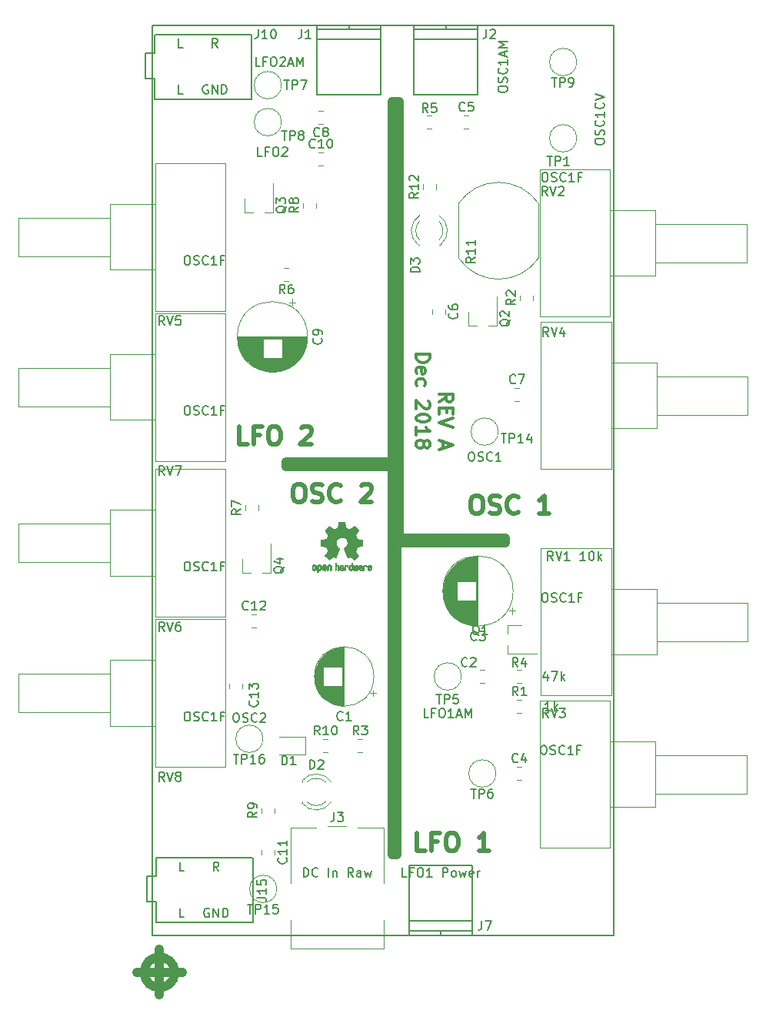
<source format=gbr>
%TF.GenerationSoftware,KiCad,Pcbnew,(5.0.0)*%
%TF.CreationDate,2018-12-16T12:55:05+01:00*%
%TF.ProjectId,Kicad_Oscillator_Drone,4B696361645F4F7363696C6C61746F72,rev?*%
%TF.SameCoordinates,Original*%
%TF.FileFunction,Legend,Top*%
%TF.FilePolarity,Positive*%
%FSLAX46Y46*%
G04 Gerber Fmt 4.6, Leading zero omitted, Abs format (unit mm)*
G04 Created by KiCad (PCBNEW (5.0.0)) date 12/16/18 12:55:05*
%MOMM*%
%LPD*%
G01*
G04 APERTURE LIST*
%ADD10C,1.000000*%
%ADD11C,0.300000*%
%ADD12C,0.500000*%
%ADD13C,0.150000*%
%ADD14C,0.120000*%
%ADD15C,0.010000*%
G04 APERTURE END LIST*
D10*
X134112000Y-71374000D02*
X134112000Y-70866000D01*
X158242000Y-79756000D02*
X158242000Y-79248000D01*
X146304000Y-79756000D02*
X158242000Y-79756000D01*
X146304000Y-80010000D02*
X146304000Y-79756000D01*
X146304000Y-114046000D02*
X146304000Y-80010000D01*
X145796000Y-114046000D02*
X146304000Y-114046000D01*
X145796000Y-71374000D02*
X145796000Y-114046000D01*
X134112000Y-71374000D02*
X145796000Y-71374000D01*
X145796000Y-70866000D02*
X134112000Y-70866000D01*
X145796000Y-31242000D02*
X145796000Y-70866000D01*
X146558000Y-31242000D02*
X145796000Y-31242000D01*
X146558000Y-79248000D02*
X146558000Y-31242000D01*
X158242000Y-79248000D02*
X146558000Y-79248000D01*
D11*
X150964428Y-64297857D02*
X151678714Y-63797857D01*
X150964428Y-63440714D02*
X152464428Y-63440714D01*
X152464428Y-64012142D01*
X152393000Y-64155000D01*
X152321571Y-64226428D01*
X152178714Y-64297857D01*
X151964428Y-64297857D01*
X151821571Y-64226428D01*
X151750142Y-64155000D01*
X151678714Y-64012142D01*
X151678714Y-63440714D01*
X151750142Y-64940714D02*
X151750142Y-65440714D01*
X150964428Y-65655000D02*
X150964428Y-64940714D01*
X152464428Y-64940714D01*
X152464428Y-65655000D01*
X152464428Y-66083571D02*
X150964428Y-66583571D01*
X152464428Y-67083571D01*
X151393000Y-68655000D02*
X151393000Y-69369285D01*
X150964428Y-68512142D02*
X152464428Y-69012142D01*
X150964428Y-69512142D01*
X148414428Y-59083571D02*
X149914428Y-59083571D01*
X149914428Y-59440714D01*
X149843000Y-59655000D01*
X149700142Y-59797857D01*
X149557285Y-59869285D01*
X149271571Y-59940714D01*
X149057285Y-59940714D01*
X148771571Y-59869285D01*
X148628714Y-59797857D01*
X148485857Y-59655000D01*
X148414428Y-59440714D01*
X148414428Y-59083571D01*
X148485857Y-61155000D02*
X148414428Y-61012142D01*
X148414428Y-60726428D01*
X148485857Y-60583571D01*
X148628714Y-60512142D01*
X149200142Y-60512142D01*
X149343000Y-60583571D01*
X149414428Y-60726428D01*
X149414428Y-61012142D01*
X149343000Y-61155000D01*
X149200142Y-61226428D01*
X149057285Y-61226428D01*
X148914428Y-60512142D01*
X148485857Y-62512142D02*
X148414428Y-62369285D01*
X148414428Y-62083571D01*
X148485857Y-61940714D01*
X148557285Y-61869285D01*
X148700142Y-61797857D01*
X149128714Y-61797857D01*
X149271571Y-61869285D01*
X149343000Y-61940714D01*
X149414428Y-62083571D01*
X149414428Y-62369285D01*
X149343000Y-62512142D01*
X149771571Y-64226428D02*
X149843000Y-64297857D01*
X149914428Y-64440714D01*
X149914428Y-64797857D01*
X149843000Y-64940714D01*
X149771571Y-65012142D01*
X149628714Y-65083571D01*
X149485857Y-65083571D01*
X149271571Y-65012142D01*
X148414428Y-64155000D01*
X148414428Y-65083571D01*
X149914428Y-66012142D02*
X149914428Y-66155000D01*
X149843000Y-66297857D01*
X149771571Y-66369285D01*
X149628714Y-66440714D01*
X149343000Y-66512142D01*
X148985857Y-66512142D01*
X148700142Y-66440714D01*
X148557285Y-66369285D01*
X148485857Y-66297857D01*
X148414428Y-66155000D01*
X148414428Y-66012142D01*
X148485857Y-65869285D01*
X148557285Y-65797857D01*
X148700142Y-65726428D01*
X148985857Y-65655000D01*
X149343000Y-65655000D01*
X149628714Y-65726428D01*
X149771571Y-65797857D01*
X149843000Y-65869285D01*
X149914428Y-66012142D01*
X148414428Y-67940714D02*
X148414428Y-67083571D01*
X148414428Y-67512142D02*
X149914428Y-67512142D01*
X149700142Y-67369285D01*
X149557285Y-67226428D01*
X149485857Y-67083571D01*
X149271571Y-68797857D02*
X149343000Y-68655000D01*
X149414428Y-68583571D01*
X149557285Y-68512142D01*
X149628714Y-68512142D01*
X149771571Y-68583571D01*
X149843000Y-68655000D01*
X149914428Y-68797857D01*
X149914428Y-69083571D01*
X149843000Y-69226428D01*
X149771571Y-69297857D01*
X149628714Y-69369285D01*
X149557285Y-69369285D01*
X149414428Y-69297857D01*
X149343000Y-69226428D01*
X149271571Y-69083571D01*
X149271571Y-68797857D01*
X149200142Y-68655000D01*
X149128714Y-68583571D01*
X148985857Y-68512142D01*
X148700142Y-68512142D01*
X148557285Y-68583571D01*
X148485857Y-68655000D01*
X148414428Y-68797857D01*
X148414428Y-69083571D01*
X148485857Y-69226428D01*
X148557285Y-69297857D01*
X148700142Y-69369285D01*
X148985857Y-69369285D01*
X149128714Y-69297857D01*
X149200142Y-69226428D01*
X149271571Y-69083571D01*
D12*
X135334857Y-73326761D02*
X135715809Y-73326761D01*
X135906285Y-73422000D01*
X136096761Y-73612476D01*
X136192000Y-73993428D01*
X136192000Y-74660095D01*
X136096761Y-75041047D01*
X135906285Y-75231523D01*
X135715809Y-75326761D01*
X135334857Y-75326761D01*
X135144380Y-75231523D01*
X134953904Y-75041047D01*
X134858666Y-74660095D01*
X134858666Y-73993428D01*
X134953904Y-73612476D01*
X135144380Y-73422000D01*
X135334857Y-73326761D01*
X136953904Y-75231523D02*
X137239619Y-75326761D01*
X137715809Y-75326761D01*
X137906285Y-75231523D01*
X138001523Y-75136285D01*
X138096761Y-74945809D01*
X138096761Y-74755333D01*
X138001523Y-74564857D01*
X137906285Y-74469619D01*
X137715809Y-74374380D01*
X137334857Y-74279142D01*
X137144380Y-74183904D01*
X137049142Y-74088666D01*
X136953904Y-73898190D01*
X136953904Y-73707714D01*
X137049142Y-73517238D01*
X137144380Y-73422000D01*
X137334857Y-73326761D01*
X137811047Y-73326761D01*
X138096761Y-73422000D01*
X140096761Y-75136285D02*
X140001523Y-75231523D01*
X139715809Y-75326761D01*
X139525333Y-75326761D01*
X139239619Y-75231523D01*
X139049142Y-75041047D01*
X138953904Y-74850571D01*
X138858666Y-74469619D01*
X138858666Y-74183904D01*
X138953904Y-73802952D01*
X139049142Y-73612476D01*
X139239619Y-73422000D01*
X139525333Y-73326761D01*
X139715809Y-73326761D01*
X140001523Y-73422000D01*
X140096761Y-73517238D01*
X142382476Y-73517238D02*
X142477714Y-73422000D01*
X142668190Y-73326761D01*
X143144380Y-73326761D01*
X143334857Y-73422000D01*
X143430095Y-73517238D01*
X143525333Y-73707714D01*
X143525333Y-73898190D01*
X143430095Y-74183904D01*
X142287238Y-75326761D01*
X143525333Y-75326761D01*
X129842000Y-68976761D02*
X128889619Y-68976761D01*
X128889619Y-66976761D01*
X131175333Y-67929142D02*
X130508666Y-67929142D01*
X130508666Y-68976761D02*
X130508666Y-66976761D01*
X131461047Y-66976761D01*
X132603904Y-66976761D02*
X132984857Y-66976761D01*
X133175333Y-67072000D01*
X133365809Y-67262476D01*
X133461047Y-67643428D01*
X133461047Y-68310095D01*
X133365809Y-68691047D01*
X133175333Y-68881523D01*
X132984857Y-68976761D01*
X132603904Y-68976761D01*
X132413428Y-68881523D01*
X132222952Y-68691047D01*
X132127714Y-68310095D01*
X132127714Y-67643428D01*
X132222952Y-67262476D01*
X132413428Y-67072000D01*
X132603904Y-66976761D01*
X135746761Y-67167238D02*
X135842000Y-67072000D01*
X136032476Y-66976761D01*
X136508666Y-66976761D01*
X136699142Y-67072000D01*
X136794380Y-67167238D01*
X136889619Y-67357714D01*
X136889619Y-67548190D01*
X136794380Y-67833904D01*
X135651523Y-68976761D01*
X136889619Y-68976761D01*
X149400000Y-113680761D02*
X148447619Y-113680761D01*
X148447619Y-111680761D01*
X150733333Y-112633142D02*
X150066666Y-112633142D01*
X150066666Y-113680761D02*
X150066666Y-111680761D01*
X151019047Y-111680761D01*
X152161904Y-111680761D02*
X152542857Y-111680761D01*
X152733333Y-111776000D01*
X152923809Y-111966476D01*
X153019047Y-112347428D01*
X153019047Y-113014095D01*
X152923809Y-113395047D01*
X152733333Y-113585523D01*
X152542857Y-113680761D01*
X152161904Y-113680761D01*
X151971428Y-113585523D01*
X151780952Y-113395047D01*
X151685714Y-113014095D01*
X151685714Y-112347428D01*
X151780952Y-111966476D01*
X151971428Y-111776000D01*
X152161904Y-111680761D01*
X156447619Y-113680761D02*
X155304761Y-113680761D01*
X155876190Y-113680761D02*
X155876190Y-111680761D01*
X155685714Y-111966476D01*
X155495238Y-112156952D01*
X155304761Y-112252190D01*
X154892857Y-74596761D02*
X155273809Y-74596761D01*
X155464285Y-74692000D01*
X155654761Y-74882476D01*
X155750000Y-75263428D01*
X155750000Y-75930095D01*
X155654761Y-76311047D01*
X155464285Y-76501523D01*
X155273809Y-76596761D01*
X154892857Y-76596761D01*
X154702380Y-76501523D01*
X154511904Y-76311047D01*
X154416666Y-75930095D01*
X154416666Y-75263428D01*
X154511904Y-74882476D01*
X154702380Y-74692000D01*
X154892857Y-74596761D01*
X156511904Y-76501523D02*
X156797619Y-76596761D01*
X157273809Y-76596761D01*
X157464285Y-76501523D01*
X157559523Y-76406285D01*
X157654761Y-76215809D01*
X157654761Y-76025333D01*
X157559523Y-75834857D01*
X157464285Y-75739619D01*
X157273809Y-75644380D01*
X156892857Y-75549142D01*
X156702380Y-75453904D01*
X156607142Y-75358666D01*
X156511904Y-75168190D01*
X156511904Y-74977714D01*
X156607142Y-74787238D01*
X156702380Y-74692000D01*
X156892857Y-74596761D01*
X157369047Y-74596761D01*
X157654761Y-74692000D01*
X159654761Y-76406285D02*
X159559523Y-76501523D01*
X159273809Y-76596761D01*
X159083333Y-76596761D01*
X158797619Y-76501523D01*
X158607142Y-76311047D01*
X158511904Y-76120571D01*
X158416666Y-75739619D01*
X158416666Y-75453904D01*
X158511904Y-75072952D01*
X158607142Y-74882476D01*
X158797619Y-74692000D01*
X159083333Y-74596761D01*
X159273809Y-74596761D01*
X159559523Y-74692000D01*
X159654761Y-74787238D01*
X163083333Y-76596761D02*
X161940476Y-76596761D01*
X162511904Y-76596761D02*
X162511904Y-74596761D01*
X162321428Y-74882476D01*
X162130952Y-75072952D01*
X161940476Y-75168190D01*
D10*
X121816049Y-127025076D02*
G75*
G03X121816049Y-127025076I-1666666J0D01*
G01*
X117649383Y-127025076D02*
X122649383Y-127025076D01*
X120149383Y-124525076D02*
X120149383Y-129525076D01*
D13*
X170180000Y-122936000D02*
X170180000Y-22860000D01*
X119380000Y-122936000D02*
X170180000Y-122936000D01*
X119380000Y-22860000D02*
X119380000Y-122936000D01*
X170180000Y-22860000D02*
X119380000Y-22860000D01*
X119634000Y-28702000D02*
X119634000Y-30988000D01*
X118618000Y-28702000D02*
X119634000Y-28702000D01*
X118618000Y-25908000D02*
X118618000Y-28702000D01*
X119634000Y-25908000D02*
X118618000Y-25908000D01*
X119634000Y-23876000D02*
X119634000Y-25908000D01*
X130278000Y-23876000D02*
X119658000Y-23875999D01*
X130302000Y-30988000D02*
X130302000Y-23876000D01*
X119658000Y-30988000D02*
X130278000Y-30988001D01*
X119761000Y-119253000D02*
X119761000Y-121539000D01*
X118745000Y-119253000D02*
X119761000Y-119253000D01*
X118745000Y-116459000D02*
X118745000Y-119253000D01*
X119761000Y-116459000D02*
X118745000Y-116459000D01*
X119761000Y-114427000D02*
X119761000Y-116459000D01*
X130405000Y-114427000D02*
X119785000Y-114426999D01*
X130429000Y-121539000D02*
X130429000Y-114427000D01*
X119785000Y-121539000D02*
X130405000Y-121539001D01*
D14*
X138700000Y-110968000D02*
X140700000Y-110968000D01*
X134590000Y-124378000D02*
X134590000Y-121318000D01*
X144810000Y-124378000D02*
X134590000Y-124378000D01*
X144810000Y-121318000D02*
X144810000Y-124378000D01*
X144810000Y-111158000D02*
X144810000Y-117218000D01*
X142000000Y-111158000D02*
X144810000Y-111158000D01*
X134590000Y-111158000D02*
X137400000Y-111158000D01*
X134590000Y-117218000D02*
X134590000Y-111158000D01*
X104665000Y-98433000D02*
X104665000Y-94193000D01*
X114665000Y-98433000D02*
X114665000Y-94193000D01*
X114665000Y-94193000D02*
X104665000Y-94193000D01*
X114665000Y-98433000D02*
X104665000Y-98433000D01*
X114665000Y-99933000D02*
X114665000Y-92693000D01*
X119665000Y-99933000D02*
X119665000Y-92693000D01*
X119665000Y-92693000D02*
X114665000Y-92693000D01*
X119665000Y-99933000D02*
X114665000Y-99933000D01*
X119665000Y-104433000D02*
X119665000Y-88193000D01*
X127405000Y-104433000D02*
X127405000Y-88193000D01*
X127405000Y-88193000D02*
X119665000Y-88193000D01*
X127405000Y-104433000D02*
X119665000Y-104433000D01*
X104665000Y-81923000D02*
X104665000Y-77683000D01*
X114665000Y-81923000D02*
X114665000Y-77683000D01*
X114665000Y-77683000D02*
X104665000Y-77683000D01*
X114665000Y-81923000D02*
X104665000Y-81923000D01*
X114665000Y-83423000D02*
X114665000Y-76183000D01*
X119665000Y-83423000D02*
X119665000Y-76183000D01*
X119665000Y-76183000D02*
X114665000Y-76183000D01*
X119665000Y-83423000D02*
X114665000Y-83423000D01*
X119665000Y-87923000D02*
X119665000Y-71683000D01*
X127405000Y-87923000D02*
X127405000Y-71683000D01*
X127405000Y-71683000D02*
X119665000Y-71683000D01*
X127405000Y-87923000D02*
X119665000Y-87923000D01*
X104665000Y-64778000D02*
X104665000Y-60538000D01*
X114665000Y-64778000D02*
X114665000Y-60538000D01*
X114665000Y-60538000D02*
X104665000Y-60538000D01*
X114665000Y-64778000D02*
X104665000Y-64778000D01*
X114665000Y-66278000D02*
X114665000Y-59038000D01*
X119665000Y-66278000D02*
X119665000Y-59038000D01*
X119665000Y-59038000D02*
X114665000Y-59038000D01*
X119665000Y-66278000D02*
X114665000Y-66278000D01*
X119665000Y-70778000D02*
X119665000Y-54538000D01*
X127405000Y-70778000D02*
X127405000Y-54538000D01*
X127405000Y-54538000D02*
X119665000Y-54538000D01*
X127405000Y-70778000D02*
X119665000Y-70778000D01*
X104665000Y-48268000D02*
X104665000Y-44028000D01*
X114665000Y-48268000D02*
X114665000Y-44028000D01*
X114665000Y-44028000D02*
X104665000Y-44028000D01*
X114665000Y-48268000D02*
X104665000Y-48268000D01*
X114665000Y-49768000D02*
X114665000Y-42528000D01*
X119665000Y-49768000D02*
X119665000Y-42528000D01*
X119665000Y-42528000D02*
X114665000Y-42528000D01*
X119665000Y-49768000D02*
X114665000Y-49768000D01*
X119665000Y-54268000D02*
X119665000Y-38028000D01*
X127405000Y-54268000D02*
X127405000Y-38028000D01*
X127405000Y-38028000D02*
X119665000Y-38028000D01*
X127405000Y-54268000D02*
X119665000Y-54268000D01*
X184768000Y-103116000D02*
X184768000Y-107356000D01*
X174768000Y-103116000D02*
X174768000Y-107356000D01*
X174768000Y-107356000D02*
X184768000Y-107356000D01*
X174768000Y-103116000D02*
X184768000Y-103116000D01*
X174768000Y-101616000D02*
X174768000Y-108856000D01*
X169768000Y-101616000D02*
X169768000Y-108856000D01*
X169768000Y-108856000D02*
X174768000Y-108856000D01*
X169768000Y-101616000D02*
X174768000Y-101616000D01*
X169768000Y-97116000D02*
X169768000Y-113356000D01*
X162028000Y-97116000D02*
X162028000Y-113356000D01*
X162028000Y-113356000D02*
X169768000Y-113356000D01*
X162028000Y-97116000D02*
X169768000Y-97116000D01*
X184895000Y-86352000D02*
X184895000Y-90592000D01*
X174895000Y-86352000D02*
X174895000Y-90592000D01*
X174895000Y-90592000D02*
X184895000Y-90592000D01*
X174895000Y-86352000D02*
X184895000Y-86352000D01*
X174895000Y-84852000D02*
X174895000Y-92092000D01*
X169895000Y-84852000D02*
X169895000Y-92092000D01*
X169895000Y-92092000D02*
X174895000Y-92092000D01*
X169895000Y-84852000D02*
X174895000Y-84852000D01*
X169895000Y-80352000D02*
X169895000Y-96592000D01*
X162155000Y-80352000D02*
X162155000Y-96592000D01*
X162155000Y-96592000D02*
X169895000Y-96592000D01*
X162155000Y-80352000D02*
X169895000Y-80352000D01*
X184895000Y-61460000D02*
X184895000Y-65700000D01*
X174895000Y-61460000D02*
X174895000Y-65700000D01*
X174895000Y-65700000D02*
X184895000Y-65700000D01*
X174895000Y-61460000D02*
X184895000Y-61460000D01*
X174895000Y-59960000D02*
X174895000Y-67200000D01*
X169895000Y-59960000D02*
X169895000Y-67200000D01*
X169895000Y-67200000D02*
X174895000Y-67200000D01*
X169895000Y-59960000D02*
X174895000Y-59960000D01*
X169895000Y-55460000D02*
X169895000Y-71700000D01*
X162155000Y-55460000D02*
X162155000Y-71700000D01*
X162155000Y-71700000D02*
X169895000Y-71700000D01*
X162155000Y-55460000D02*
X169895000Y-55460000D01*
X184768000Y-44696000D02*
X184768000Y-48936000D01*
X174768000Y-44696000D02*
X174768000Y-48936000D01*
X174768000Y-48936000D02*
X184768000Y-48936000D01*
X174768000Y-44696000D02*
X184768000Y-44696000D01*
X174768000Y-43196000D02*
X174768000Y-50436000D01*
X169768000Y-43196000D02*
X169768000Y-50436000D01*
X169768000Y-50436000D02*
X174768000Y-50436000D01*
X169768000Y-43196000D02*
X174768000Y-43196000D01*
X169768000Y-38696000D02*
X169768000Y-54936000D01*
X162028000Y-38696000D02*
X162028000Y-54936000D01*
X162028000Y-54936000D02*
X169768000Y-54936000D01*
X162028000Y-38696000D02*
X169768000Y-38696000D01*
X155963252Y-95198000D02*
X155440748Y-95198000D01*
X155963252Y-93778000D02*
X155440748Y-93778000D01*
X159084000Y-85090000D02*
G75*
G03X159084000Y-85090000I-3870000J0D01*
G01*
X155214000Y-88920000D02*
X155214000Y-81260000D01*
X155174000Y-88920000D02*
X155174000Y-81260000D01*
X155134000Y-88920000D02*
X155134000Y-81260000D01*
X155094000Y-88919000D02*
X155094000Y-81261000D01*
X155054000Y-88917000D02*
X155054000Y-81263000D01*
X155014000Y-88915000D02*
X155014000Y-81265000D01*
X154974000Y-88913000D02*
X154974000Y-86130000D01*
X154974000Y-84050000D02*
X154974000Y-81267000D01*
X154934000Y-88910000D02*
X154934000Y-86130000D01*
X154934000Y-84050000D02*
X154934000Y-81270000D01*
X154894000Y-88907000D02*
X154894000Y-86130000D01*
X154894000Y-84050000D02*
X154894000Y-81273000D01*
X154854000Y-88904000D02*
X154854000Y-86130000D01*
X154854000Y-84050000D02*
X154854000Y-81276000D01*
X154814000Y-88900000D02*
X154814000Y-86130000D01*
X154814000Y-84050000D02*
X154814000Y-81280000D01*
X154774000Y-88895000D02*
X154774000Y-86130000D01*
X154774000Y-84050000D02*
X154774000Y-81285000D01*
X154734000Y-88891000D02*
X154734000Y-86130000D01*
X154734000Y-84050000D02*
X154734000Y-81289000D01*
X154694000Y-88885000D02*
X154694000Y-86130000D01*
X154694000Y-84050000D02*
X154694000Y-81295000D01*
X154654000Y-88880000D02*
X154654000Y-86130000D01*
X154654000Y-84050000D02*
X154654000Y-81300000D01*
X154614000Y-88874000D02*
X154614000Y-86130000D01*
X154614000Y-84050000D02*
X154614000Y-81306000D01*
X154574000Y-88867000D02*
X154574000Y-86130000D01*
X154574000Y-84050000D02*
X154574000Y-81313000D01*
X154534000Y-88860000D02*
X154534000Y-86130000D01*
X154534000Y-84050000D02*
X154534000Y-81320000D01*
X154493000Y-88853000D02*
X154493000Y-86130000D01*
X154493000Y-84050000D02*
X154493000Y-81327000D01*
X154453000Y-88845000D02*
X154453000Y-86130000D01*
X154453000Y-84050000D02*
X154453000Y-81335000D01*
X154413000Y-88837000D02*
X154413000Y-86130000D01*
X154413000Y-84050000D02*
X154413000Y-81343000D01*
X154373000Y-88828000D02*
X154373000Y-86130000D01*
X154373000Y-84050000D02*
X154373000Y-81352000D01*
X154333000Y-88819000D02*
X154333000Y-86130000D01*
X154333000Y-84050000D02*
X154333000Y-81361000D01*
X154293000Y-88810000D02*
X154293000Y-86130000D01*
X154293000Y-84050000D02*
X154293000Y-81370000D01*
X154253000Y-88800000D02*
X154253000Y-86130000D01*
X154253000Y-84050000D02*
X154253000Y-81380000D01*
X154213000Y-88789000D02*
X154213000Y-86130000D01*
X154213000Y-84050000D02*
X154213000Y-81391000D01*
X154173000Y-88778000D02*
X154173000Y-86130000D01*
X154173000Y-84050000D02*
X154173000Y-81402000D01*
X154133000Y-88767000D02*
X154133000Y-86130000D01*
X154133000Y-84050000D02*
X154133000Y-81413000D01*
X154093000Y-88755000D02*
X154093000Y-86130000D01*
X154093000Y-84050000D02*
X154093000Y-81425000D01*
X154053000Y-88743000D02*
X154053000Y-86130000D01*
X154053000Y-84050000D02*
X154053000Y-81437000D01*
X154013000Y-88730000D02*
X154013000Y-86130000D01*
X154013000Y-84050000D02*
X154013000Y-81450000D01*
X153973000Y-88716000D02*
X153973000Y-86130000D01*
X153973000Y-84050000D02*
X153973000Y-81464000D01*
X153933000Y-88703000D02*
X153933000Y-86130000D01*
X153933000Y-84050000D02*
X153933000Y-81477000D01*
X153893000Y-88688000D02*
X153893000Y-86130000D01*
X153893000Y-84050000D02*
X153893000Y-81492000D01*
X153853000Y-88674000D02*
X153853000Y-86130000D01*
X153853000Y-84050000D02*
X153853000Y-81506000D01*
X153813000Y-88658000D02*
X153813000Y-86130000D01*
X153813000Y-84050000D02*
X153813000Y-81522000D01*
X153773000Y-88643000D02*
X153773000Y-86130000D01*
X153773000Y-84050000D02*
X153773000Y-81537000D01*
X153733000Y-88626000D02*
X153733000Y-86130000D01*
X153733000Y-84050000D02*
X153733000Y-81554000D01*
X153693000Y-88610000D02*
X153693000Y-86130000D01*
X153693000Y-84050000D02*
X153693000Y-81570000D01*
X153653000Y-88592000D02*
X153653000Y-86130000D01*
X153653000Y-84050000D02*
X153653000Y-81588000D01*
X153613000Y-88574000D02*
X153613000Y-86130000D01*
X153613000Y-84050000D02*
X153613000Y-81606000D01*
X153573000Y-88556000D02*
X153573000Y-86130000D01*
X153573000Y-84050000D02*
X153573000Y-81624000D01*
X153533000Y-88537000D02*
X153533000Y-86130000D01*
X153533000Y-84050000D02*
X153533000Y-81643000D01*
X153493000Y-88517000D02*
X153493000Y-86130000D01*
X153493000Y-84050000D02*
X153493000Y-81663000D01*
X153453000Y-88497000D02*
X153453000Y-86130000D01*
X153453000Y-84050000D02*
X153453000Y-81683000D01*
X153413000Y-88476000D02*
X153413000Y-86130000D01*
X153413000Y-84050000D02*
X153413000Y-81704000D01*
X153373000Y-88455000D02*
X153373000Y-86130000D01*
X153373000Y-84050000D02*
X153373000Y-81725000D01*
X153333000Y-88433000D02*
X153333000Y-86130000D01*
X153333000Y-84050000D02*
X153333000Y-81747000D01*
X153293000Y-88411000D02*
X153293000Y-86130000D01*
X153293000Y-84050000D02*
X153293000Y-81769000D01*
X153253000Y-88387000D02*
X153253000Y-86130000D01*
X153253000Y-84050000D02*
X153253000Y-81793000D01*
X153213000Y-88364000D02*
X153213000Y-86130000D01*
X153213000Y-84050000D02*
X153213000Y-81816000D01*
X153173000Y-88339000D02*
X153173000Y-86130000D01*
X153173000Y-84050000D02*
X153173000Y-81841000D01*
X153133000Y-88314000D02*
X153133000Y-86130000D01*
X153133000Y-84050000D02*
X153133000Y-81866000D01*
X153093000Y-88288000D02*
X153093000Y-86130000D01*
X153093000Y-84050000D02*
X153093000Y-81892000D01*
X153053000Y-88262000D02*
X153053000Y-86130000D01*
X153053000Y-84050000D02*
X153053000Y-81918000D01*
X153013000Y-88234000D02*
X153013000Y-86130000D01*
X153013000Y-84050000D02*
X153013000Y-81946000D01*
X152973000Y-88206000D02*
X152973000Y-86130000D01*
X152973000Y-84050000D02*
X152973000Y-81974000D01*
X152933000Y-88178000D02*
X152933000Y-86130000D01*
X152933000Y-84050000D02*
X152933000Y-82002000D01*
X152893000Y-88148000D02*
X152893000Y-82032000D01*
X152853000Y-88118000D02*
X152853000Y-82062000D01*
X152813000Y-88086000D02*
X152813000Y-82094000D01*
X152773000Y-88054000D02*
X152773000Y-82126000D01*
X152733000Y-88021000D02*
X152733000Y-82159000D01*
X152693000Y-87988000D02*
X152693000Y-82192000D01*
X152653000Y-87953000D02*
X152653000Y-82227000D01*
X152613000Y-87917000D02*
X152613000Y-82263000D01*
X152573000Y-87880000D02*
X152573000Y-82300000D01*
X152533000Y-87842000D02*
X152533000Y-82338000D01*
X152493000Y-87803000D02*
X152493000Y-82377000D01*
X152453000Y-87763000D02*
X152453000Y-82417000D01*
X152413000Y-87722000D02*
X152413000Y-82458000D01*
X152373000Y-87679000D02*
X152373000Y-82501000D01*
X152333000Y-87636000D02*
X152333000Y-82544000D01*
X152293000Y-87590000D02*
X152293000Y-82590000D01*
X152253000Y-87544000D02*
X152253000Y-82636000D01*
X152213000Y-87495000D02*
X152213000Y-82685000D01*
X152173000Y-87445000D02*
X152173000Y-82735000D01*
X152133000Y-87394000D02*
X152133000Y-82786000D01*
X152093000Y-87340000D02*
X152093000Y-82840000D01*
X152053000Y-87285000D02*
X152053000Y-82895000D01*
X152013000Y-87227000D02*
X152013000Y-82953000D01*
X151973000Y-87167000D02*
X151973000Y-83013000D01*
X151933000Y-87104000D02*
X151933000Y-83076000D01*
X151893000Y-87039000D02*
X151893000Y-83141000D01*
X151853000Y-86971000D02*
X151853000Y-83209000D01*
X151813000Y-86899000D02*
X151813000Y-83281000D01*
X151773000Y-86823000D02*
X151773000Y-83357000D01*
X151733000Y-86744000D02*
X151733000Y-83436000D01*
X151693000Y-86659000D02*
X151693000Y-83521000D01*
X151653000Y-86568000D02*
X151653000Y-83612000D01*
X151613000Y-86471000D02*
X151613000Y-83709000D01*
X151573000Y-86365000D02*
X151573000Y-83815000D01*
X151533000Y-86248000D02*
X151533000Y-83932000D01*
X151493000Y-86118000D02*
X151493000Y-84062000D01*
X151453000Y-85967000D02*
X151453000Y-84213000D01*
X151413000Y-85783000D02*
X151413000Y-84397000D01*
X151373000Y-85531000D02*
X151373000Y-84649000D01*
X159356211Y-87265000D02*
X158606211Y-87265000D01*
X158981211Y-87640000D02*
X158981211Y-86890000D01*
X159504748Y-104446000D02*
X160027252Y-104446000D01*
X159504748Y-105866000D02*
X160027252Y-105866000D01*
X153662748Y-32818000D02*
X154185252Y-32818000D01*
X153662748Y-34238000D02*
X154185252Y-34238000D01*
X150166000Y-54094748D02*
X150166000Y-54617252D01*
X151586000Y-54094748D02*
X151586000Y-54617252D01*
X159239749Y-64197001D02*
X159762253Y-64197001D01*
X159239749Y-62777001D02*
X159762253Y-62777001D01*
X138183252Y-32310000D02*
X137660748Y-32310000D01*
X138183252Y-33730000D02*
X137660748Y-33730000D01*
X136458000Y-57130000D02*
G75*
G03X136458000Y-57130000I-3870000J0D01*
G01*
X136418000Y-57130000D02*
X128758000Y-57130000D01*
X136418000Y-57170000D02*
X128758000Y-57170000D01*
X136418000Y-57210000D02*
X128758000Y-57210000D01*
X136417000Y-57250000D02*
X128759000Y-57250000D01*
X136415000Y-57290000D02*
X128761000Y-57290000D01*
X136413000Y-57330000D02*
X128763000Y-57330000D01*
X136411000Y-57370000D02*
X133628000Y-57370000D01*
X131548000Y-57370000D02*
X128765000Y-57370000D01*
X136408000Y-57410000D02*
X133628000Y-57410000D01*
X131548000Y-57410000D02*
X128768000Y-57410000D01*
X136405000Y-57450000D02*
X133628000Y-57450000D01*
X131548000Y-57450000D02*
X128771000Y-57450000D01*
X136402000Y-57490000D02*
X133628000Y-57490000D01*
X131548000Y-57490000D02*
X128774000Y-57490000D01*
X136398000Y-57530000D02*
X133628000Y-57530000D01*
X131548000Y-57530000D02*
X128778000Y-57530000D01*
X136393000Y-57570000D02*
X133628000Y-57570000D01*
X131548000Y-57570000D02*
X128783000Y-57570000D01*
X136389000Y-57610000D02*
X133628000Y-57610000D01*
X131548000Y-57610000D02*
X128787000Y-57610000D01*
X136383000Y-57650000D02*
X133628000Y-57650000D01*
X131548000Y-57650000D02*
X128793000Y-57650000D01*
X136378000Y-57690000D02*
X133628000Y-57690000D01*
X131548000Y-57690000D02*
X128798000Y-57690000D01*
X136372000Y-57730000D02*
X133628000Y-57730000D01*
X131548000Y-57730000D02*
X128804000Y-57730000D01*
X136365000Y-57770000D02*
X133628000Y-57770000D01*
X131548000Y-57770000D02*
X128811000Y-57770000D01*
X136358000Y-57810000D02*
X133628000Y-57810000D01*
X131548000Y-57810000D02*
X128818000Y-57810000D01*
X136351000Y-57851000D02*
X133628000Y-57851000D01*
X131548000Y-57851000D02*
X128825000Y-57851000D01*
X136343000Y-57891000D02*
X133628000Y-57891000D01*
X131548000Y-57891000D02*
X128833000Y-57891000D01*
X136335000Y-57931000D02*
X133628000Y-57931000D01*
X131548000Y-57931000D02*
X128841000Y-57931000D01*
X136326000Y-57971000D02*
X133628000Y-57971000D01*
X131548000Y-57971000D02*
X128850000Y-57971000D01*
X136317000Y-58011000D02*
X133628000Y-58011000D01*
X131548000Y-58011000D02*
X128859000Y-58011000D01*
X136308000Y-58051000D02*
X133628000Y-58051000D01*
X131548000Y-58051000D02*
X128868000Y-58051000D01*
X136298000Y-58091000D02*
X133628000Y-58091000D01*
X131548000Y-58091000D02*
X128878000Y-58091000D01*
X136287000Y-58131000D02*
X133628000Y-58131000D01*
X131548000Y-58131000D02*
X128889000Y-58131000D01*
X136276000Y-58171000D02*
X133628000Y-58171000D01*
X131548000Y-58171000D02*
X128900000Y-58171000D01*
X136265000Y-58211000D02*
X133628000Y-58211000D01*
X131548000Y-58211000D02*
X128911000Y-58211000D01*
X136253000Y-58251000D02*
X133628000Y-58251000D01*
X131548000Y-58251000D02*
X128923000Y-58251000D01*
X136241000Y-58291000D02*
X133628000Y-58291000D01*
X131548000Y-58291000D02*
X128935000Y-58291000D01*
X136228000Y-58331000D02*
X133628000Y-58331000D01*
X131548000Y-58331000D02*
X128948000Y-58331000D01*
X136214000Y-58371000D02*
X133628000Y-58371000D01*
X131548000Y-58371000D02*
X128962000Y-58371000D01*
X136201000Y-58411000D02*
X133628000Y-58411000D01*
X131548000Y-58411000D02*
X128975000Y-58411000D01*
X136186000Y-58451000D02*
X133628000Y-58451000D01*
X131548000Y-58451000D02*
X128990000Y-58451000D01*
X136172000Y-58491000D02*
X133628000Y-58491000D01*
X131548000Y-58491000D02*
X129004000Y-58491000D01*
X136156000Y-58531000D02*
X133628000Y-58531000D01*
X131548000Y-58531000D02*
X129020000Y-58531000D01*
X136141000Y-58571000D02*
X133628000Y-58571000D01*
X131548000Y-58571000D02*
X129035000Y-58571000D01*
X136124000Y-58611000D02*
X133628000Y-58611000D01*
X131548000Y-58611000D02*
X129052000Y-58611000D01*
X136108000Y-58651000D02*
X133628000Y-58651000D01*
X131548000Y-58651000D02*
X129068000Y-58651000D01*
X136090000Y-58691000D02*
X133628000Y-58691000D01*
X131548000Y-58691000D02*
X129086000Y-58691000D01*
X136072000Y-58731000D02*
X133628000Y-58731000D01*
X131548000Y-58731000D02*
X129104000Y-58731000D01*
X136054000Y-58771000D02*
X133628000Y-58771000D01*
X131548000Y-58771000D02*
X129122000Y-58771000D01*
X136035000Y-58811000D02*
X133628000Y-58811000D01*
X131548000Y-58811000D02*
X129141000Y-58811000D01*
X136015000Y-58851000D02*
X133628000Y-58851000D01*
X131548000Y-58851000D02*
X129161000Y-58851000D01*
X135995000Y-58891000D02*
X133628000Y-58891000D01*
X131548000Y-58891000D02*
X129181000Y-58891000D01*
X135974000Y-58931000D02*
X133628000Y-58931000D01*
X131548000Y-58931000D02*
X129202000Y-58931000D01*
X135953000Y-58971000D02*
X133628000Y-58971000D01*
X131548000Y-58971000D02*
X129223000Y-58971000D01*
X135931000Y-59011000D02*
X133628000Y-59011000D01*
X131548000Y-59011000D02*
X129245000Y-59011000D01*
X135909000Y-59051000D02*
X133628000Y-59051000D01*
X131548000Y-59051000D02*
X129267000Y-59051000D01*
X135885000Y-59091000D02*
X133628000Y-59091000D01*
X131548000Y-59091000D02*
X129291000Y-59091000D01*
X135862000Y-59131000D02*
X133628000Y-59131000D01*
X131548000Y-59131000D02*
X129314000Y-59131000D01*
X135837000Y-59171000D02*
X133628000Y-59171000D01*
X131548000Y-59171000D02*
X129339000Y-59171000D01*
X135812000Y-59211000D02*
X133628000Y-59211000D01*
X131548000Y-59211000D02*
X129364000Y-59211000D01*
X135786000Y-59251000D02*
X133628000Y-59251000D01*
X131548000Y-59251000D02*
X129390000Y-59251000D01*
X135760000Y-59291000D02*
X133628000Y-59291000D01*
X131548000Y-59291000D02*
X129416000Y-59291000D01*
X135732000Y-59331000D02*
X133628000Y-59331000D01*
X131548000Y-59331000D02*
X129444000Y-59331000D01*
X135704000Y-59371000D02*
X133628000Y-59371000D01*
X131548000Y-59371000D02*
X129472000Y-59371000D01*
X135676000Y-59411000D02*
X133628000Y-59411000D01*
X131548000Y-59411000D02*
X129500000Y-59411000D01*
X135646000Y-59451000D02*
X129530000Y-59451000D01*
X135616000Y-59491000D02*
X129560000Y-59491000D01*
X135584000Y-59531000D02*
X129592000Y-59531000D01*
X135552000Y-59571000D02*
X129624000Y-59571000D01*
X135519000Y-59611000D02*
X129657000Y-59611000D01*
X135486000Y-59651000D02*
X129690000Y-59651000D01*
X135451000Y-59691000D02*
X129725000Y-59691000D01*
X135415000Y-59731000D02*
X129761000Y-59731000D01*
X135378000Y-59771000D02*
X129798000Y-59771000D01*
X135340000Y-59811000D02*
X129836000Y-59811000D01*
X135301000Y-59851000D02*
X129875000Y-59851000D01*
X135261000Y-59891000D02*
X129915000Y-59891000D01*
X135220000Y-59931000D02*
X129956000Y-59931000D01*
X135177000Y-59971000D02*
X129999000Y-59971000D01*
X135134000Y-60011000D02*
X130042000Y-60011000D01*
X135088000Y-60051000D02*
X130088000Y-60051000D01*
X135042000Y-60091000D02*
X130134000Y-60091000D01*
X134993000Y-60131000D02*
X130183000Y-60131000D01*
X134943000Y-60171000D02*
X130233000Y-60171000D01*
X134892000Y-60211000D02*
X130284000Y-60211000D01*
X134838000Y-60251000D02*
X130338000Y-60251000D01*
X134783000Y-60291000D02*
X130393000Y-60291000D01*
X134725000Y-60331000D02*
X130451000Y-60331000D01*
X134665000Y-60371000D02*
X130511000Y-60371000D01*
X134602000Y-60411000D02*
X130574000Y-60411000D01*
X134537000Y-60451000D02*
X130639000Y-60451000D01*
X134469000Y-60491000D02*
X130707000Y-60491000D01*
X134397000Y-60531000D02*
X130779000Y-60531000D01*
X134321000Y-60571000D02*
X130855000Y-60571000D01*
X134242000Y-60611000D02*
X130934000Y-60611000D01*
X134157000Y-60651000D02*
X131019000Y-60651000D01*
X134066000Y-60691000D02*
X131110000Y-60691000D01*
X133969000Y-60731000D02*
X131207000Y-60731000D01*
X133863000Y-60771000D02*
X131313000Y-60771000D01*
X133746000Y-60811000D02*
X131430000Y-60811000D01*
X133616000Y-60851000D02*
X131560000Y-60851000D01*
X133465000Y-60891000D02*
X131711000Y-60891000D01*
X133281000Y-60931000D02*
X131895000Y-60931000D01*
X133029000Y-60971000D02*
X132147000Y-60971000D01*
X134763000Y-52987789D02*
X134763000Y-53737789D01*
X135138000Y-53362789D02*
X134388000Y-53362789D01*
X137660748Y-36882000D02*
X138183252Y-36882000D01*
X137660748Y-38302000D02*
X138183252Y-38302000D01*
X131370000Y-113530748D02*
X131370000Y-114053252D01*
X132790000Y-113530748D02*
X132790000Y-114053252D01*
X130294748Y-87682000D02*
X130817252Y-87682000D01*
X130294748Y-89102000D02*
X130817252Y-89102000D01*
X129234000Y-95765252D02*
X129234000Y-95242748D01*
X127814000Y-95765252D02*
X127814000Y-95242748D01*
X133366000Y-103068000D02*
X136226000Y-103068000D01*
X136226000Y-103068000D02*
X136226000Y-101148000D01*
X136226000Y-101148000D02*
X133366000Y-101148000D01*
D13*
X140998000Y-23332000D02*
X140998000Y-22932000D01*
X144498000Y-24432000D02*
X137498000Y-24432000D01*
X144498000Y-23332000D02*
X137498000Y-23332000D01*
X144498000Y-30532000D02*
X144498000Y-22932000D01*
X137498000Y-22932000D02*
X137498000Y-30532000D01*
X137498000Y-30532000D02*
X144498000Y-30532000D01*
X148166000Y-30532000D02*
X155166000Y-30532000D01*
X148166000Y-22932000D02*
X148166000Y-30532000D01*
X155166000Y-30532000D02*
X155166000Y-22932000D01*
X155166000Y-23332000D02*
X148166000Y-23332000D01*
X155166000Y-24432000D02*
X148166000Y-24432000D01*
X151666000Y-23332000D02*
X151666000Y-22932000D01*
X151102000Y-122464000D02*
X151102000Y-122864000D01*
X147602000Y-121364000D02*
X154602000Y-121364000D01*
X147602000Y-122464000D02*
X154602000Y-122464000D01*
X147602000Y-115264000D02*
X147602000Y-122864000D01*
X154602000Y-122864000D02*
X154602000Y-115264000D01*
X154602000Y-115264000D02*
X147602000Y-115264000D01*
D14*
X158498000Y-88844000D02*
X159958000Y-88844000D01*
X158498000Y-92004000D02*
X161658000Y-92004000D01*
X158498000Y-92004000D02*
X158498000Y-91074000D01*
X158498000Y-88844000D02*
X158498000Y-89774000D01*
X154122000Y-55878000D02*
X154122000Y-54418000D01*
X157282000Y-55878000D02*
X157282000Y-52718000D01*
X157282000Y-55878000D02*
X156352000Y-55878000D01*
X154122000Y-55878000D02*
X155052000Y-55878000D01*
X129484000Y-43432000D02*
X130414000Y-43432000D01*
X132644000Y-43432000D02*
X131714000Y-43432000D01*
X132644000Y-43432000D02*
X132644000Y-40272000D01*
X129484000Y-43432000D02*
X129484000Y-41972000D01*
X129230000Y-83056000D02*
X130160000Y-83056000D01*
X132390000Y-83056000D02*
X131460000Y-83056000D01*
X132390000Y-83056000D02*
X132390000Y-79896000D01*
X129230000Y-83056000D02*
X129230000Y-81596000D01*
X159504748Y-98500000D02*
X160027252Y-98500000D01*
X159504748Y-97080000D02*
X160027252Y-97080000D01*
X159818000Y-53093252D02*
X159818000Y-52570748D01*
X161238000Y-53093252D02*
X161238000Y-52570748D01*
X141978748Y-102818000D02*
X142501252Y-102818000D01*
X141978748Y-101398000D02*
X142501252Y-101398000D01*
X159504748Y-93778000D02*
X160027252Y-93778000D01*
X159504748Y-95198000D02*
X160027252Y-95198000D01*
X150121252Y-34238000D02*
X149598748Y-34238000D01*
X150121252Y-32818000D02*
X149598748Y-32818000D01*
X134373252Y-49582000D02*
X133850748Y-49582000D01*
X134373252Y-51002000D02*
X133850748Y-51002000D01*
X129592000Y-76198252D02*
X129592000Y-75675748D01*
X131012000Y-76198252D02*
X131012000Y-75675748D01*
X135942000Y-42933252D02*
X135942000Y-42410748D01*
X137362000Y-42933252D02*
X137362000Y-42410748D01*
X132790000Y-109481252D02*
X132790000Y-108958748D01*
X131370000Y-109481252D02*
X131370000Y-108958748D01*
X153392833Y-94488000D02*
G75*
G03X153392833Y-94488000I-1500833J0D01*
G01*
X157202833Y-105156000D02*
G75*
G03X157202833Y-105156000I-1500833J0D01*
G01*
X133580833Y-29464000D02*
G75*
G03X133580833Y-29464000I-1500833J0D01*
G01*
X133580833Y-33528000D02*
G75*
G03X133580833Y-33528000I-1500833J0D01*
G01*
X166092833Y-26924000D02*
G75*
G03X166092833Y-26924000I-1500833J0D01*
G01*
X157456833Y-67564000D02*
G75*
G03X157456833Y-67564000I-1500833J0D01*
G01*
X133072833Y-117856000D02*
G75*
G03X133072833Y-117856000I-1500833J0D01*
G01*
X131548833Y-101346000D02*
G75*
G03X131548833Y-101346000I-1500833J0D01*
G01*
X139086335Y-106109392D02*
G75*
G03X135854000Y-105952484I-1672335J-1078608D01*
G01*
X139086335Y-108266608D02*
G75*
G02X135854000Y-108423516I-1672335J1078608D01*
G01*
X138455130Y-106108163D02*
G75*
G03X136373039Y-106108000I-1041130J-1079837D01*
G01*
X138455130Y-108267837D02*
G75*
G02X136373039Y-108268000I-1041130J1079837D01*
G01*
X135854000Y-105952000D02*
X135854000Y-106108000D01*
X135854000Y-108268000D02*
X135854000Y-108424000D01*
X138168748Y-101398000D02*
X138691252Y-101398000D01*
X138168748Y-102818000D02*
X138691252Y-102818000D01*
X143752000Y-94488000D02*
G75*
G03X143752000Y-94488000I-3270000J0D01*
G01*
X140482000Y-97718000D02*
X140482000Y-91258000D01*
X140442000Y-97718000D02*
X140442000Y-91258000D01*
X140402000Y-97718000D02*
X140402000Y-91258000D01*
X140362000Y-97716000D02*
X140362000Y-91260000D01*
X140322000Y-97715000D02*
X140322000Y-91261000D01*
X140282000Y-97712000D02*
X140282000Y-91264000D01*
X140242000Y-97710000D02*
X140242000Y-95528000D01*
X140242000Y-93448000D02*
X140242000Y-91266000D01*
X140202000Y-97706000D02*
X140202000Y-95528000D01*
X140202000Y-93448000D02*
X140202000Y-91270000D01*
X140162000Y-97703000D02*
X140162000Y-95528000D01*
X140162000Y-93448000D02*
X140162000Y-91273000D01*
X140122000Y-97699000D02*
X140122000Y-95528000D01*
X140122000Y-93448000D02*
X140122000Y-91277000D01*
X140082000Y-97694000D02*
X140082000Y-95528000D01*
X140082000Y-93448000D02*
X140082000Y-91282000D01*
X140042000Y-97689000D02*
X140042000Y-95528000D01*
X140042000Y-93448000D02*
X140042000Y-91287000D01*
X140002000Y-97683000D02*
X140002000Y-95528000D01*
X140002000Y-93448000D02*
X140002000Y-91293000D01*
X139962000Y-97677000D02*
X139962000Y-95528000D01*
X139962000Y-93448000D02*
X139962000Y-91299000D01*
X139922000Y-97670000D02*
X139922000Y-95528000D01*
X139922000Y-93448000D02*
X139922000Y-91306000D01*
X139882000Y-97663000D02*
X139882000Y-95528000D01*
X139882000Y-93448000D02*
X139882000Y-91313000D01*
X139842000Y-97655000D02*
X139842000Y-95528000D01*
X139842000Y-93448000D02*
X139842000Y-91321000D01*
X139802000Y-97647000D02*
X139802000Y-95528000D01*
X139802000Y-93448000D02*
X139802000Y-91329000D01*
X139761000Y-97638000D02*
X139761000Y-95528000D01*
X139761000Y-93448000D02*
X139761000Y-91338000D01*
X139721000Y-97629000D02*
X139721000Y-95528000D01*
X139721000Y-93448000D02*
X139721000Y-91347000D01*
X139681000Y-97619000D02*
X139681000Y-95528000D01*
X139681000Y-93448000D02*
X139681000Y-91357000D01*
X139641000Y-97609000D02*
X139641000Y-95528000D01*
X139641000Y-93448000D02*
X139641000Y-91367000D01*
X139601000Y-97598000D02*
X139601000Y-95528000D01*
X139601000Y-93448000D02*
X139601000Y-91378000D01*
X139561000Y-97586000D02*
X139561000Y-95528000D01*
X139561000Y-93448000D02*
X139561000Y-91390000D01*
X139521000Y-97574000D02*
X139521000Y-95528000D01*
X139521000Y-93448000D02*
X139521000Y-91402000D01*
X139481000Y-97562000D02*
X139481000Y-95528000D01*
X139481000Y-93448000D02*
X139481000Y-91414000D01*
X139441000Y-97549000D02*
X139441000Y-95528000D01*
X139441000Y-93448000D02*
X139441000Y-91427000D01*
X139401000Y-97535000D02*
X139401000Y-95528000D01*
X139401000Y-93448000D02*
X139401000Y-91441000D01*
X139361000Y-97521000D02*
X139361000Y-95528000D01*
X139361000Y-93448000D02*
X139361000Y-91455000D01*
X139321000Y-97506000D02*
X139321000Y-95528000D01*
X139321000Y-93448000D02*
X139321000Y-91470000D01*
X139281000Y-97490000D02*
X139281000Y-95528000D01*
X139281000Y-93448000D02*
X139281000Y-91486000D01*
X139241000Y-97474000D02*
X139241000Y-95528000D01*
X139241000Y-93448000D02*
X139241000Y-91502000D01*
X139201000Y-97458000D02*
X139201000Y-95528000D01*
X139201000Y-93448000D02*
X139201000Y-91518000D01*
X139161000Y-97440000D02*
X139161000Y-95528000D01*
X139161000Y-93448000D02*
X139161000Y-91536000D01*
X139121000Y-97422000D02*
X139121000Y-95528000D01*
X139121000Y-93448000D02*
X139121000Y-91554000D01*
X139081000Y-97404000D02*
X139081000Y-95528000D01*
X139081000Y-93448000D02*
X139081000Y-91572000D01*
X139041000Y-97384000D02*
X139041000Y-95528000D01*
X139041000Y-93448000D02*
X139041000Y-91592000D01*
X139001000Y-97364000D02*
X139001000Y-95528000D01*
X139001000Y-93448000D02*
X139001000Y-91612000D01*
X138961000Y-97344000D02*
X138961000Y-95528000D01*
X138961000Y-93448000D02*
X138961000Y-91632000D01*
X138921000Y-97322000D02*
X138921000Y-95528000D01*
X138921000Y-93448000D02*
X138921000Y-91654000D01*
X138881000Y-97300000D02*
X138881000Y-95528000D01*
X138881000Y-93448000D02*
X138881000Y-91676000D01*
X138841000Y-97278000D02*
X138841000Y-95528000D01*
X138841000Y-93448000D02*
X138841000Y-91698000D01*
X138801000Y-97254000D02*
X138801000Y-95528000D01*
X138801000Y-93448000D02*
X138801000Y-91722000D01*
X138761000Y-97230000D02*
X138761000Y-95528000D01*
X138761000Y-93448000D02*
X138761000Y-91746000D01*
X138721000Y-97204000D02*
X138721000Y-95528000D01*
X138721000Y-93448000D02*
X138721000Y-91772000D01*
X138681000Y-97178000D02*
X138681000Y-95528000D01*
X138681000Y-93448000D02*
X138681000Y-91798000D01*
X138641000Y-97152000D02*
X138641000Y-95528000D01*
X138641000Y-93448000D02*
X138641000Y-91824000D01*
X138601000Y-97124000D02*
X138601000Y-95528000D01*
X138601000Y-93448000D02*
X138601000Y-91852000D01*
X138561000Y-97095000D02*
X138561000Y-95528000D01*
X138561000Y-93448000D02*
X138561000Y-91881000D01*
X138521000Y-97066000D02*
X138521000Y-95528000D01*
X138521000Y-93448000D02*
X138521000Y-91910000D01*
X138481000Y-97036000D02*
X138481000Y-95528000D01*
X138481000Y-93448000D02*
X138481000Y-91940000D01*
X138441000Y-97004000D02*
X138441000Y-95528000D01*
X138441000Y-93448000D02*
X138441000Y-91972000D01*
X138401000Y-96972000D02*
X138401000Y-95528000D01*
X138401000Y-93448000D02*
X138401000Y-92004000D01*
X138361000Y-96938000D02*
X138361000Y-95528000D01*
X138361000Y-93448000D02*
X138361000Y-92038000D01*
X138321000Y-96904000D02*
X138321000Y-95528000D01*
X138321000Y-93448000D02*
X138321000Y-92072000D01*
X138281000Y-96868000D02*
X138281000Y-95528000D01*
X138281000Y-93448000D02*
X138281000Y-92108000D01*
X138241000Y-96831000D02*
X138241000Y-95528000D01*
X138241000Y-93448000D02*
X138241000Y-92145000D01*
X138201000Y-96793000D02*
X138201000Y-95528000D01*
X138201000Y-93448000D02*
X138201000Y-92183000D01*
X138161000Y-96753000D02*
X138161000Y-92223000D01*
X138121000Y-96712000D02*
X138121000Y-92264000D01*
X138081000Y-96670000D02*
X138081000Y-92306000D01*
X138041000Y-96625000D02*
X138041000Y-92351000D01*
X138001000Y-96580000D02*
X138001000Y-92396000D01*
X137961000Y-96532000D02*
X137961000Y-92444000D01*
X137921000Y-96483000D02*
X137921000Y-92493000D01*
X137881000Y-96432000D02*
X137881000Y-92544000D01*
X137841000Y-96378000D02*
X137841000Y-92598000D01*
X137801000Y-96322000D02*
X137801000Y-92654000D01*
X137761000Y-96264000D02*
X137761000Y-92712000D01*
X137721000Y-96202000D02*
X137721000Y-92774000D01*
X137681000Y-96138000D02*
X137681000Y-92838000D01*
X137641000Y-96069000D02*
X137641000Y-92907000D01*
X137601000Y-95997000D02*
X137601000Y-92979000D01*
X137561000Y-95920000D02*
X137561000Y-93056000D01*
X137521000Y-95838000D02*
X137521000Y-93138000D01*
X137481000Y-95750000D02*
X137481000Y-93226000D01*
X137441000Y-95653000D02*
X137441000Y-93323000D01*
X137401000Y-95547000D02*
X137401000Y-93429000D01*
X137361000Y-95428000D02*
X137361000Y-93548000D01*
X137321000Y-95290000D02*
X137321000Y-93686000D01*
X137281000Y-95121000D02*
X137281000Y-93855000D01*
X137241000Y-94890000D02*
X137241000Y-94086000D01*
X143982241Y-96327000D02*
X143352241Y-96327000D01*
X143667241Y-96642000D02*
X143667241Y-96012000D01*
X148781392Y-43793665D02*
G75*
G03X148624484Y-47026000I1078608J-1672335D01*
G01*
X150938608Y-43793665D02*
G75*
G02X151095516Y-47026000I-1078608J-1672335D01*
G01*
X148780163Y-44424870D02*
G75*
G03X148780000Y-46506961I1079837J-1041130D01*
G01*
X150939837Y-44424870D02*
G75*
G02X150940000Y-46506961I-1079837J-1041130D01*
G01*
X148624000Y-47026000D02*
X148780000Y-47026000D01*
X150940000Y-47026000D02*
X151096000Y-47026000D01*
X161880000Y-48476000D02*
X161880000Y-42476000D01*
X153080000Y-48476000D02*
X153080000Y-42476000D01*
X153102440Y-48508650D02*
G75*
G03X161880000Y-48476000I4377560J3032650D01*
G01*
X161857560Y-42443350D02*
G75*
G03X153080000Y-42476000I-4377560J-3032650D01*
G01*
X149150000Y-40892252D02*
X149150000Y-40369748D01*
X150570000Y-40892252D02*
X150570000Y-40369748D01*
X166092833Y-35306000D02*
G75*
G03X166092833Y-35306000I-1500833J0D01*
G01*
D15*
G36*
X140311910Y-77506348D02*
X140390454Y-77506778D01*
X140447298Y-77507942D01*
X140486105Y-77510207D01*
X140510538Y-77513940D01*
X140524262Y-77519506D01*
X140530940Y-77527273D01*
X140534236Y-77537605D01*
X140534556Y-77538943D01*
X140539562Y-77563079D01*
X140548829Y-77610701D01*
X140561392Y-77676741D01*
X140576287Y-77756128D01*
X140592551Y-77843796D01*
X140593119Y-77846875D01*
X140609410Y-77932789D01*
X140624652Y-78008696D01*
X140637861Y-78070045D01*
X140648054Y-78112282D01*
X140654248Y-78130855D01*
X140654543Y-78131184D01*
X140672788Y-78140253D01*
X140710405Y-78155367D01*
X140759271Y-78173262D01*
X140759543Y-78173358D01*
X140821093Y-78196493D01*
X140893657Y-78225965D01*
X140962057Y-78255597D01*
X140965294Y-78257062D01*
X141076702Y-78307626D01*
X141323399Y-78139160D01*
X141399077Y-78087803D01*
X141467631Y-78041889D01*
X141525088Y-78004030D01*
X141567476Y-77976837D01*
X141590825Y-77962921D01*
X141593042Y-77961889D01*
X141610010Y-77966484D01*
X141641701Y-77988655D01*
X141689352Y-78029447D01*
X141754198Y-78089905D01*
X141820397Y-78154227D01*
X141884214Y-78217612D01*
X141941329Y-78275451D01*
X141988305Y-78324175D01*
X142021703Y-78360210D01*
X142038085Y-78379984D01*
X142038694Y-78381002D01*
X142040505Y-78394572D01*
X142033683Y-78416733D01*
X142016540Y-78450478D01*
X141987393Y-78498800D01*
X141944555Y-78564692D01*
X141887448Y-78649517D01*
X141836766Y-78724177D01*
X141791461Y-78791140D01*
X141754150Y-78846516D01*
X141727452Y-78886420D01*
X141713985Y-78906962D01*
X141713137Y-78908356D01*
X141714781Y-78928038D01*
X141727245Y-78966293D01*
X141748048Y-79015889D01*
X141755462Y-79031728D01*
X141787814Y-79102290D01*
X141822328Y-79182353D01*
X141850365Y-79251629D01*
X141870568Y-79303045D01*
X141886615Y-79342119D01*
X141895888Y-79362541D01*
X141897041Y-79364114D01*
X141914096Y-79366721D01*
X141954298Y-79373863D01*
X142012302Y-79384523D01*
X142082763Y-79397685D01*
X142160335Y-79412333D01*
X142239672Y-79427449D01*
X142315431Y-79442018D01*
X142382264Y-79455022D01*
X142434828Y-79465445D01*
X142467776Y-79472270D01*
X142475857Y-79474199D01*
X142484205Y-79478962D01*
X142490506Y-79489718D01*
X142495045Y-79510098D01*
X142498104Y-79543734D01*
X142499967Y-79594255D01*
X142500918Y-79665292D01*
X142501240Y-79760476D01*
X142501257Y-79799492D01*
X142501257Y-80116799D01*
X142425057Y-80131839D01*
X142382663Y-80139995D01*
X142319400Y-80151899D01*
X142242962Y-80166116D01*
X142161043Y-80181210D01*
X142138400Y-80185355D01*
X142062806Y-80200053D01*
X141996953Y-80214505D01*
X141946366Y-80227375D01*
X141916574Y-80237322D01*
X141911612Y-80240287D01*
X141899426Y-80261283D01*
X141881953Y-80301967D01*
X141862577Y-80354322D01*
X141858734Y-80365600D01*
X141833339Y-80435523D01*
X141801817Y-80514418D01*
X141770969Y-80585266D01*
X141770817Y-80585595D01*
X141719447Y-80696733D01*
X141888399Y-80945253D01*
X142057352Y-81193772D01*
X141840429Y-81411058D01*
X141774819Y-81475726D01*
X141714979Y-81532733D01*
X141664267Y-81579033D01*
X141626046Y-81611584D01*
X141603675Y-81627343D01*
X141600466Y-81628343D01*
X141581626Y-81620469D01*
X141543180Y-81598578D01*
X141489330Y-81565267D01*
X141424276Y-81523131D01*
X141353940Y-81475943D01*
X141282555Y-81427810D01*
X141218908Y-81385928D01*
X141167041Y-81352871D01*
X141130995Y-81331218D01*
X141114867Y-81323543D01*
X141095189Y-81330037D01*
X141057875Y-81347150D01*
X141010621Y-81371326D01*
X141005612Y-81374013D01*
X140941977Y-81405927D01*
X140898341Y-81421579D01*
X140871202Y-81421745D01*
X140857057Y-81407204D01*
X140856975Y-81407000D01*
X140849905Y-81389779D01*
X140833042Y-81348899D01*
X140807695Y-81287525D01*
X140775171Y-81208819D01*
X140736778Y-81115947D01*
X140693822Y-81012072D01*
X140652222Y-80911502D01*
X140606504Y-80800516D01*
X140564526Y-80697703D01*
X140527548Y-80606215D01*
X140496827Y-80529201D01*
X140473622Y-80469815D01*
X140459190Y-80431209D01*
X140454743Y-80416800D01*
X140465896Y-80400272D01*
X140495069Y-80373930D01*
X140533971Y-80344887D01*
X140644757Y-80253039D01*
X140731351Y-80147759D01*
X140792716Y-80031266D01*
X140827815Y-79905776D01*
X140835608Y-79773507D01*
X140829943Y-79712457D01*
X140799078Y-79585795D01*
X140745920Y-79473941D01*
X140673767Y-79378001D01*
X140585917Y-79299076D01*
X140485665Y-79238270D01*
X140376310Y-79196687D01*
X140261147Y-79175428D01*
X140143475Y-79175599D01*
X140026590Y-79198301D01*
X139913789Y-79244638D01*
X139808369Y-79315713D01*
X139764368Y-79355911D01*
X139679979Y-79459129D01*
X139621222Y-79571925D01*
X139587704Y-79691010D01*
X139579035Y-79813095D01*
X139594823Y-79934893D01*
X139634678Y-80053116D01*
X139698207Y-80164475D01*
X139785021Y-80265684D01*
X139882029Y-80344887D01*
X139922437Y-80375162D01*
X139950982Y-80401219D01*
X139961257Y-80416825D01*
X139955877Y-80433843D01*
X139940575Y-80474500D01*
X139916612Y-80535642D01*
X139885244Y-80614119D01*
X139847732Y-80706780D01*
X139805333Y-80810472D01*
X139763663Y-80911526D01*
X139717690Y-81022607D01*
X139675107Y-81125541D01*
X139637221Y-81217165D01*
X139605340Y-81294316D01*
X139580771Y-81353831D01*
X139564820Y-81392544D01*
X139558910Y-81407000D01*
X139544948Y-81421685D01*
X139517940Y-81421642D01*
X139474413Y-81406099D01*
X139410890Y-81374284D01*
X139410388Y-81374013D01*
X139362560Y-81349323D01*
X139323897Y-81331338D01*
X139302095Y-81323614D01*
X139301133Y-81323543D01*
X139284721Y-81331378D01*
X139248487Y-81353165D01*
X139196474Y-81386328D01*
X139132725Y-81428291D01*
X139062060Y-81475943D01*
X138990116Y-81524191D01*
X138925274Y-81566151D01*
X138871735Y-81599227D01*
X138833697Y-81620821D01*
X138815533Y-81628343D01*
X138798808Y-81618457D01*
X138765180Y-81590826D01*
X138718010Y-81548495D01*
X138660658Y-81494505D01*
X138596484Y-81431899D01*
X138575497Y-81410983D01*
X138358499Y-81193623D01*
X138523668Y-80951220D01*
X138573864Y-80876781D01*
X138617919Y-80809972D01*
X138653362Y-80754665D01*
X138677719Y-80714729D01*
X138688522Y-80694036D01*
X138688838Y-80692563D01*
X138683143Y-80673058D01*
X138667826Y-80633822D01*
X138645537Y-80581430D01*
X138629893Y-80546355D01*
X138600641Y-80479201D01*
X138573094Y-80411358D01*
X138551737Y-80354034D01*
X138545935Y-80336572D01*
X138529452Y-80289938D01*
X138513340Y-80253905D01*
X138504490Y-80240287D01*
X138484960Y-80231952D01*
X138442334Y-80220137D01*
X138382145Y-80206181D01*
X138309922Y-80191422D01*
X138277600Y-80185355D01*
X138195522Y-80170273D01*
X138116795Y-80155669D01*
X138049109Y-80142980D01*
X138000160Y-80133642D01*
X137990943Y-80131839D01*
X137914743Y-80116799D01*
X137914743Y-79799492D01*
X137914914Y-79695154D01*
X137915616Y-79616213D01*
X137917134Y-79559038D01*
X137919749Y-79519999D01*
X137923746Y-79495465D01*
X137929409Y-79481805D01*
X137937020Y-79475389D01*
X137940143Y-79474199D01*
X137958978Y-79469980D01*
X138000588Y-79461562D01*
X138059630Y-79449961D01*
X138130757Y-79436195D01*
X138208625Y-79421280D01*
X138287887Y-79406232D01*
X138363198Y-79392069D01*
X138429213Y-79379806D01*
X138480587Y-79370461D01*
X138511975Y-79365050D01*
X138518959Y-79364114D01*
X138525285Y-79351596D01*
X138539290Y-79318246D01*
X138558355Y-79270377D01*
X138565634Y-79251629D01*
X138594996Y-79179195D01*
X138629571Y-79099170D01*
X138660537Y-79031728D01*
X138683323Y-78980159D01*
X138698482Y-78937785D01*
X138703542Y-78911834D01*
X138702736Y-78908356D01*
X138692041Y-78891936D01*
X138667620Y-78855417D01*
X138632095Y-78802687D01*
X138588087Y-78737635D01*
X138538217Y-78664151D01*
X138528356Y-78649645D01*
X138470492Y-78563704D01*
X138427956Y-78498261D01*
X138399054Y-78450304D01*
X138382090Y-78416820D01*
X138375367Y-78394795D01*
X138377190Y-78381217D01*
X138377236Y-78381131D01*
X138391586Y-78363297D01*
X138423323Y-78328817D01*
X138469010Y-78281268D01*
X138525204Y-78224222D01*
X138588468Y-78161255D01*
X138595602Y-78154227D01*
X138675330Y-78077020D01*
X138736857Y-78020330D01*
X138781421Y-77983110D01*
X138810257Y-77964315D01*
X138822958Y-77961889D01*
X138841494Y-77972471D01*
X138879961Y-77996916D01*
X138934386Y-78032612D01*
X139000798Y-78076947D01*
X139075225Y-78127311D01*
X139092601Y-78139160D01*
X139339297Y-78307626D01*
X139450706Y-78257062D01*
X139518457Y-78227595D01*
X139591183Y-78197959D01*
X139653703Y-78174330D01*
X139656457Y-78173358D01*
X139705360Y-78155457D01*
X139743057Y-78140320D01*
X139761425Y-78131210D01*
X139761456Y-78131184D01*
X139767285Y-78114717D01*
X139777192Y-78074219D01*
X139790195Y-78014242D01*
X139805309Y-77939340D01*
X139821552Y-77854064D01*
X139822881Y-77846875D01*
X139839175Y-77759014D01*
X139854133Y-77679260D01*
X139866791Y-77612681D01*
X139876186Y-77564347D01*
X139881354Y-77539325D01*
X139881444Y-77538943D01*
X139884589Y-77528299D01*
X139890704Y-77520262D01*
X139903453Y-77514467D01*
X139926500Y-77510547D01*
X139963509Y-77508135D01*
X140018144Y-77506865D01*
X140094067Y-77506371D01*
X140194944Y-77506286D01*
X140208000Y-77506286D01*
X140311910Y-77506348D01*
X140311910Y-77506348D01*
G37*
X140311910Y-77506348D02*
X140390454Y-77506778D01*
X140447298Y-77507942D01*
X140486105Y-77510207D01*
X140510538Y-77513940D01*
X140524262Y-77519506D01*
X140530940Y-77527273D01*
X140534236Y-77537605D01*
X140534556Y-77538943D01*
X140539562Y-77563079D01*
X140548829Y-77610701D01*
X140561392Y-77676741D01*
X140576287Y-77756128D01*
X140592551Y-77843796D01*
X140593119Y-77846875D01*
X140609410Y-77932789D01*
X140624652Y-78008696D01*
X140637861Y-78070045D01*
X140648054Y-78112282D01*
X140654248Y-78130855D01*
X140654543Y-78131184D01*
X140672788Y-78140253D01*
X140710405Y-78155367D01*
X140759271Y-78173262D01*
X140759543Y-78173358D01*
X140821093Y-78196493D01*
X140893657Y-78225965D01*
X140962057Y-78255597D01*
X140965294Y-78257062D01*
X141076702Y-78307626D01*
X141323399Y-78139160D01*
X141399077Y-78087803D01*
X141467631Y-78041889D01*
X141525088Y-78004030D01*
X141567476Y-77976837D01*
X141590825Y-77962921D01*
X141593042Y-77961889D01*
X141610010Y-77966484D01*
X141641701Y-77988655D01*
X141689352Y-78029447D01*
X141754198Y-78089905D01*
X141820397Y-78154227D01*
X141884214Y-78217612D01*
X141941329Y-78275451D01*
X141988305Y-78324175D01*
X142021703Y-78360210D01*
X142038085Y-78379984D01*
X142038694Y-78381002D01*
X142040505Y-78394572D01*
X142033683Y-78416733D01*
X142016540Y-78450478D01*
X141987393Y-78498800D01*
X141944555Y-78564692D01*
X141887448Y-78649517D01*
X141836766Y-78724177D01*
X141791461Y-78791140D01*
X141754150Y-78846516D01*
X141727452Y-78886420D01*
X141713985Y-78906962D01*
X141713137Y-78908356D01*
X141714781Y-78928038D01*
X141727245Y-78966293D01*
X141748048Y-79015889D01*
X141755462Y-79031728D01*
X141787814Y-79102290D01*
X141822328Y-79182353D01*
X141850365Y-79251629D01*
X141870568Y-79303045D01*
X141886615Y-79342119D01*
X141895888Y-79362541D01*
X141897041Y-79364114D01*
X141914096Y-79366721D01*
X141954298Y-79373863D01*
X142012302Y-79384523D01*
X142082763Y-79397685D01*
X142160335Y-79412333D01*
X142239672Y-79427449D01*
X142315431Y-79442018D01*
X142382264Y-79455022D01*
X142434828Y-79465445D01*
X142467776Y-79472270D01*
X142475857Y-79474199D01*
X142484205Y-79478962D01*
X142490506Y-79489718D01*
X142495045Y-79510098D01*
X142498104Y-79543734D01*
X142499967Y-79594255D01*
X142500918Y-79665292D01*
X142501240Y-79760476D01*
X142501257Y-79799492D01*
X142501257Y-80116799D01*
X142425057Y-80131839D01*
X142382663Y-80139995D01*
X142319400Y-80151899D01*
X142242962Y-80166116D01*
X142161043Y-80181210D01*
X142138400Y-80185355D01*
X142062806Y-80200053D01*
X141996953Y-80214505D01*
X141946366Y-80227375D01*
X141916574Y-80237322D01*
X141911612Y-80240287D01*
X141899426Y-80261283D01*
X141881953Y-80301967D01*
X141862577Y-80354322D01*
X141858734Y-80365600D01*
X141833339Y-80435523D01*
X141801817Y-80514418D01*
X141770969Y-80585266D01*
X141770817Y-80585595D01*
X141719447Y-80696733D01*
X141888399Y-80945253D01*
X142057352Y-81193772D01*
X141840429Y-81411058D01*
X141774819Y-81475726D01*
X141714979Y-81532733D01*
X141664267Y-81579033D01*
X141626046Y-81611584D01*
X141603675Y-81627343D01*
X141600466Y-81628343D01*
X141581626Y-81620469D01*
X141543180Y-81598578D01*
X141489330Y-81565267D01*
X141424276Y-81523131D01*
X141353940Y-81475943D01*
X141282555Y-81427810D01*
X141218908Y-81385928D01*
X141167041Y-81352871D01*
X141130995Y-81331218D01*
X141114867Y-81323543D01*
X141095189Y-81330037D01*
X141057875Y-81347150D01*
X141010621Y-81371326D01*
X141005612Y-81374013D01*
X140941977Y-81405927D01*
X140898341Y-81421579D01*
X140871202Y-81421745D01*
X140857057Y-81407204D01*
X140856975Y-81407000D01*
X140849905Y-81389779D01*
X140833042Y-81348899D01*
X140807695Y-81287525D01*
X140775171Y-81208819D01*
X140736778Y-81115947D01*
X140693822Y-81012072D01*
X140652222Y-80911502D01*
X140606504Y-80800516D01*
X140564526Y-80697703D01*
X140527548Y-80606215D01*
X140496827Y-80529201D01*
X140473622Y-80469815D01*
X140459190Y-80431209D01*
X140454743Y-80416800D01*
X140465896Y-80400272D01*
X140495069Y-80373930D01*
X140533971Y-80344887D01*
X140644757Y-80253039D01*
X140731351Y-80147759D01*
X140792716Y-80031266D01*
X140827815Y-79905776D01*
X140835608Y-79773507D01*
X140829943Y-79712457D01*
X140799078Y-79585795D01*
X140745920Y-79473941D01*
X140673767Y-79378001D01*
X140585917Y-79299076D01*
X140485665Y-79238270D01*
X140376310Y-79196687D01*
X140261147Y-79175428D01*
X140143475Y-79175599D01*
X140026590Y-79198301D01*
X139913789Y-79244638D01*
X139808369Y-79315713D01*
X139764368Y-79355911D01*
X139679979Y-79459129D01*
X139621222Y-79571925D01*
X139587704Y-79691010D01*
X139579035Y-79813095D01*
X139594823Y-79934893D01*
X139634678Y-80053116D01*
X139698207Y-80164475D01*
X139785021Y-80265684D01*
X139882029Y-80344887D01*
X139922437Y-80375162D01*
X139950982Y-80401219D01*
X139961257Y-80416825D01*
X139955877Y-80433843D01*
X139940575Y-80474500D01*
X139916612Y-80535642D01*
X139885244Y-80614119D01*
X139847732Y-80706780D01*
X139805333Y-80810472D01*
X139763663Y-80911526D01*
X139717690Y-81022607D01*
X139675107Y-81125541D01*
X139637221Y-81217165D01*
X139605340Y-81294316D01*
X139580771Y-81353831D01*
X139564820Y-81392544D01*
X139558910Y-81407000D01*
X139544948Y-81421685D01*
X139517940Y-81421642D01*
X139474413Y-81406099D01*
X139410890Y-81374284D01*
X139410388Y-81374013D01*
X139362560Y-81349323D01*
X139323897Y-81331338D01*
X139302095Y-81323614D01*
X139301133Y-81323543D01*
X139284721Y-81331378D01*
X139248487Y-81353165D01*
X139196474Y-81386328D01*
X139132725Y-81428291D01*
X139062060Y-81475943D01*
X138990116Y-81524191D01*
X138925274Y-81566151D01*
X138871735Y-81599227D01*
X138833697Y-81620821D01*
X138815533Y-81628343D01*
X138798808Y-81618457D01*
X138765180Y-81590826D01*
X138718010Y-81548495D01*
X138660658Y-81494505D01*
X138596484Y-81431899D01*
X138575497Y-81410983D01*
X138358499Y-81193623D01*
X138523668Y-80951220D01*
X138573864Y-80876781D01*
X138617919Y-80809972D01*
X138653362Y-80754665D01*
X138677719Y-80714729D01*
X138688522Y-80694036D01*
X138688838Y-80692563D01*
X138683143Y-80673058D01*
X138667826Y-80633822D01*
X138645537Y-80581430D01*
X138629893Y-80546355D01*
X138600641Y-80479201D01*
X138573094Y-80411358D01*
X138551737Y-80354034D01*
X138545935Y-80336572D01*
X138529452Y-80289938D01*
X138513340Y-80253905D01*
X138504490Y-80240287D01*
X138484960Y-80231952D01*
X138442334Y-80220137D01*
X138382145Y-80206181D01*
X138309922Y-80191422D01*
X138277600Y-80185355D01*
X138195522Y-80170273D01*
X138116795Y-80155669D01*
X138049109Y-80142980D01*
X138000160Y-80133642D01*
X137990943Y-80131839D01*
X137914743Y-80116799D01*
X137914743Y-79799492D01*
X137914914Y-79695154D01*
X137915616Y-79616213D01*
X137917134Y-79559038D01*
X137919749Y-79519999D01*
X137923746Y-79495465D01*
X137929409Y-79481805D01*
X137937020Y-79475389D01*
X137940143Y-79474199D01*
X137958978Y-79469980D01*
X138000588Y-79461562D01*
X138059630Y-79449961D01*
X138130757Y-79436195D01*
X138208625Y-79421280D01*
X138287887Y-79406232D01*
X138363198Y-79392069D01*
X138429213Y-79379806D01*
X138480587Y-79370461D01*
X138511975Y-79365050D01*
X138518959Y-79364114D01*
X138525285Y-79351596D01*
X138539290Y-79318246D01*
X138558355Y-79270377D01*
X138565634Y-79251629D01*
X138594996Y-79179195D01*
X138629571Y-79099170D01*
X138660537Y-79031728D01*
X138683323Y-78980159D01*
X138698482Y-78937785D01*
X138703542Y-78911834D01*
X138702736Y-78908356D01*
X138692041Y-78891936D01*
X138667620Y-78855417D01*
X138632095Y-78802687D01*
X138588087Y-78737635D01*
X138538217Y-78664151D01*
X138528356Y-78649645D01*
X138470492Y-78563704D01*
X138427956Y-78498261D01*
X138399054Y-78450304D01*
X138382090Y-78416820D01*
X138375367Y-78394795D01*
X138377190Y-78381217D01*
X138377236Y-78381131D01*
X138391586Y-78363297D01*
X138423323Y-78328817D01*
X138469010Y-78281268D01*
X138525204Y-78224222D01*
X138588468Y-78161255D01*
X138595602Y-78154227D01*
X138675330Y-78077020D01*
X138736857Y-78020330D01*
X138781421Y-77983110D01*
X138810257Y-77964315D01*
X138822958Y-77961889D01*
X138841494Y-77972471D01*
X138879961Y-77996916D01*
X138934386Y-78032612D01*
X139000798Y-78076947D01*
X139075225Y-78127311D01*
X139092601Y-78139160D01*
X139339297Y-78307626D01*
X139450706Y-78257062D01*
X139518457Y-78227595D01*
X139591183Y-78197959D01*
X139653703Y-78174330D01*
X139656457Y-78173358D01*
X139705360Y-78155457D01*
X139743057Y-78140320D01*
X139761425Y-78131210D01*
X139761456Y-78131184D01*
X139767285Y-78114717D01*
X139777192Y-78074219D01*
X139790195Y-78014242D01*
X139805309Y-77939340D01*
X139821552Y-77854064D01*
X139822881Y-77846875D01*
X139839175Y-77759014D01*
X139854133Y-77679260D01*
X139866791Y-77612681D01*
X139876186Y-77564347D01*
X139881354Y-77539325D01*
X139881444Y-77538943D01*
X139884589Y-77528299D01*
X139890704Y-77520262D01*
X139903453Y-77514467D01*
X139926500Y-77510547D01*
X139963509Y-77508135D01*
X140018144Y-77506865D01*
X140094067Y-77506371D01*
X140194944Y-77506286D01*
X140208000Y-77506286D01*
X140311910Y-77506348D01*
G36*
X143361595Y-82230966D02*
X143419021Y-82268497D01*
X143446719Y-82302096D01*
X143468662Y-82363064D01*
X143470405Y-82411308D01*
X143466457Y-82475816D01*
X143317686Y-82540934D01*
X143245349Y-82574202D01*
X143198084Y-82600964D01*
X143173507Y-82624144D01*
X143169237Y-82646667D01*
X143182889Y-82671455D01*
X143197943Y-82687886D01*
X143241746Y-82714235D01*
X143289389Y-82716081D01*
X143333145Y-82695546D01*
X143365289Y-82654752D01*
X143371038Y-82640347D01*
X143398576Y-82595356D01*
X143430258Y-82576182D01*
X143473714Y-82559779D01*
X143473714Y-82621966D01*
X143469872Y-82664283D01*
X143454823Y-82699969D01*
X143423280Y-82740943D01*
X143418592Y-82746267D01*
X143383506Y-82782720D01*
X143353347Y-82802283D01*
X143315615Y-82811283D01*
X143284335Y-82814230D01*
X143228385Y-82814965D01*
X143188555Y-82805660D01*
X143163708Y-82791846D01*
X143124656Y-82761467D01*
X143097625Y-82728613D01*
X143080517Y-82687294D01*
X143071238Y-82631521D01*
X143067693Y-82555305D01*
X143067410Y-82516622D01*
X143068372Y-82470247D01*
X143156007Y-82470247D01*
X143157023Y-82495126D01*
X143159556Y-82499200D01*
X143176274Y-82493665D01*
X143212249Y-82479017D01*
X143260331Y-82458190D01*
X143270386Y-82453714D01*
X143331152Y-82422814D01*
X143364632Y-82395657D01*
X143371990Y-82370220D01*
X143354391Y-82344481D01*
X143339856Y-82333109D01*
X143287410Y-82310364D01*
X143238322Y-82314122D01*
X143197227Y-82341884D01*
X143168758Y-82391152D01*
X143159631Y-82430257D01*
X143156007Y-82470247D01*
X143068372Y-82470247D01*
X143069285Y-82426249D01*
X143076196Y-82359384D01*
X143089884Y-82310695D01*
X143112096Y-82274849D01*
X143144574Y-82246513D01*
X143158733Y-82237355D01*
X143223053Y-82213507D01*
X143293473Y-82212006D01*
X143361595Y-82230966D01*
X143361595Y-82230966D01*
G37*
X143361595Y-82230966D02*
X143419021Y-82268497D01*
X143446719Y-82302096D01*
X143468662Y-82363064D01*
X143470405Y-82411308D01*
X143466457Y-82475816D01*
X143317686Y-82540934D01*
X143245349Y-82574202D01*
X143198084Y-82600964D01*
X143173507Y-82624144D01*
X143169237Y-82646667D01*
X143182889Y-82671455D01*
X143197943Y-82687886D01*
X143241746Y-82714235D01*
X143289389Y-82716081D01*
X143333145Y-82695546D01*
X143365289Y-82654752D01*
X143371038Y-82640347D01*
X143398576Y-82595356D01*
X143430258Y-82576182D01*
X143473714Y-82559779D01*
X143473714Y-82621966D01*
X143469872Y-82664283D01*
X143454823Y-82699969D01*
X143423280Y-82740943D01*
X143418592Y-82746267D01*
X143383506Y-82782720D01*
X143353347Y-82802283D01*
X143315615Y-82811283D01*
X143284335Y-82814230D01*
X143228385Y-82814965D01*
X143188555Y-82805660D01*
X143163708Y-82791846D01*
X143124656Y-82761467D01*
X143097625Y-82728613D01*
X143080517Y-82687294D01*
X143071238Y-82631521D01*
X143067693Y-82555305D01*
X143067410Y-82516622D01*
X143068372Y-82470247D01*
X143156007Y-82470247D01*
X143157023Y-82495126D01*
X143159556Y-82499200D01*
X143176274Y-82493665D01*
X143212249Y-82479017D01*
X143260331Y-82458190D01*
X143270386Y-82453714D01*
X143331152Y-82422814D01*
X143364632Y-82395657D01*
X143371990Y-82370220D01*
X143354391Y-82344481D01*
X143339856Y-82333109D01*
X143287410Y-82310364D01*
X143238322Y-82314122D01*
X143197227Y-82341884D01*
X143168758Y-82391152D01*
X143159631Y-82430257D01*
X143156007Y-82470247D01*
X143068372Y-82470247D01*
X143069285Y-82426249D01*
X143076196Y-82359384D01*
X143089884Y-82310695D01*
X143112096Y-82274849D01*
X143144574Y-82246513D01*
X143158733Y-82237355D01*
X143223053Y-82213507D01*
X143293473Y-82212006D01*
X143361595Y-82230966D01*
G36*
X142860600Y-82222752D02*
X142877948Y-82230334D01*
X142919356Y-82263128D01*
X142954765Y-82310547D01*
X142976664Y-82361151D01*
X142980229Y-82386098D01*
X142968279Y-82420927D01*
X142942067Y-82439357D01*
X142913964Y-82450516D01*
X142901095Y-82452572D01*
X142894829Y-82437649D01*
X142882456Y-82405175D01*
X142877028Y-82390502D01*
X142846590Y-82339744D01*
X142802520Y-82314427D01*
X142746010Y-82315206D01*
X142741825Y-82316203D01*
X142711655Y-82330507D01*
X142689476Y-82358393D01*
X142674327Y-82403287D01*
X142665250Y-82468615D01*
X142661286Y-82557804D01*
X142660914Y-82605261D01*
X142660730Y-82680071D01*
X142659522Y-82731069D01*
X142656309Y-82763471D01*
X142650109Y-82782495D01*
X142639940Y-82793356D01*
X142624819Y-82801272D01*
X142623946Y-82801670D01*
X142594828Y-82813981D01*
X142580403Y-82818514D01*
X142578186Y-82804809D01*
X142576289Y-82766925D01*
X142574847Y-82709715D01*
X142573998Y-82638027D01*
X142573829Y-82585565D01*
X142574692Y-82484047D01*
X142578070Y-82407032D01*
X142585142Y-82350023D01*
X142597088Y-82308526D01*
X142615090Y-82278043D01*
X142640327Y-82254080D01*
X142665247Y-82237355D01*
X142725171Y-82215097D01*
X142794911Y-82210076D01*
X142860600Y-82222752D01*
X142860600Y-82222752D01*
G37*
X142860600Y-82222752D02*
X142877948Y-82230334D01*
X142919356Y-82263128D01*
X142954765Y-82310547D01*
X142976664Y-82361151D01*
X142980229Y-82386098D01*
X142968279Y-82420927D01*
X142942067Y-82439357D01*
X142913964Y-82450516D01*
X142901095Y-82452572D01*
X142894829Y-82437649D01*
X142882456Y-82405175D01*
X142877028Y-82390502D01*
X142846590Y-82339744D01*
X142802520Y-82314427D01*
X142746010Y-82315206D01*
X142741825Y-82316203D01*
X142711655Y-82330507D01*
X142689476Y-82358393D01*
X142674327Y-82403287D01*
X142665250Y-82468615D01*
X142661286Y-82557804D01*
X142660914Y-82605261D01*
X142660730Y-82680071D01*
X142659522Y-82731069D01*
X142656309Y-82763471D01*
X142650109Y-82782495D01*
X142639940Y-82793356D01*
X142624819Y-82801272D01*
X142623946Y-82801670D01*
X142594828Y-82813981D01*
X142580403Y-82818514D01*
X142578186Y-82804809D01*
X142576289Y-82766925D01*
X142574847Y-82709715D01*
X142573998Y-82638027D01*
X142573829Y-82585565D01*
X142574692Y-82484047D01*
X142578070Y-82407032D01*
X142585142Y-82350023D01*
X142597088Y-82308526D01*
X142615090Y-82278043D01*
X142640327Y-82254080D01*
X142665247Y-82237355D01*
X142725171Y-82215097D01*
X142794911Y-82210076D01*
X142860600Y-82222752D01*
G36*
X142352876Y-82220335D02*
X142394667Y-82239344D01*
X142427469Y-82262378D01*
X142451503Y-82288133D01*
X142468097Y-82321358D01*
X142478577Y-82366800D01*
X142484271Y-82429207D01*
X142486507Y-82513327D01*
X142486743Y-82568721D01*
X142486743Y-82784826D01*
X142449774Y-82801670D01*
X142420656Y-82813981D01*
X142406231Y-82818514D01*
X142403472Y-82805025D01*
X142401282Y-82768653D01*
X142399942Y-82715542D01*
X142399657Y-82673372D01*
X142398434Y-82612447D01*
X142395136Y-82564115D01*
X142390321Y-82534518D01*
X142386496Y-82528229D01*
X142360783Y-82534652D01*
X142320418Y-82551125D01*
X142273679Y-82573458D01*
X142228845Y-82597457D01*
X142194193Y-82618930D01*
X142178002Y-82633685D01*
X142177938Y-82633845D01*
X142179330Y-82661152D01*
X142191818Y-82687219D01*
X142213743Y-82708392D01*
X142245743Y-82715474D01*
X142273092Y-82714649D01*
X142311826Y-82714042D01*
X142332158Y-82723116D01*
X142344369Y-82747092D01*
X142345909Y-82751613D01*
X142351203Y-82785806D01*
X142337047Y-82806568D01*
X142300148Y-82816462D01*
X142260289Y-82818292D01*
X142188562Y-82804727D01*
X142151432Y-82785355D01*
X142105576Y-82739845D01*
X142081256Y-82683983D01*
X142079073Y-82624957D01*
X142099629Y-82569953D01*
X142130549Y-82535486D01*
X142161420Y-82516189D01*
X142209942Y-82491759D01*
X142266485Y-82466985D01*
X142275910Y-82463199D01*
X142338019Y-82435791D01*
X142373822Y-82411634D01*
X142385337Y-82387619D01*
X142374580Y-82360635D01*
X142356114Y-82339543D01*
X142312469Y-82313572D01*
X142264446Y-82311624D01*
X142220406Y-82331637D01*
X142188709Y-82371551D01*
X142184549Y-82381848D01*
X142160327Y-82419724D01*
X142124965Y-82447842D01*
X142080343Y-82470917D01*
X142080343Y-82405485D01*
X142082969Y-82365506D01*
X142094230Y-82333997D01*
X142119199Y-82300378D01*
X142143169Y-82274484D01*
X142180441Y-82237817D01*
X142209401Y-82218121D01*
X142240505Y-82210220D01*
X142275713Y-82208914D01*
X142352876Y-82220335D01*
X142352876Y-82220335D01*
G37*
X142352876Y-82220335D02*
X142394667Y-82239344D01*
X142427469Y-82262378D01*
X142451503Y-82288133D01*
X142468097Y-82321358D01*
X142478577Y-82366800D01*
X142484271Y-82429207D01*
X142486507Y-82513327D01*
X142486743Y-82568721D01*
X142486743Y-82784826D01*
X142449774Y-82801670D01*
X142420656Y-82813981D01*
X142406231Y-82818514D01*
X142403472Y-82805025D01*
X142401282Y-82768653D01*
X142399942Y-82715542D01*
X142399657Y-82673372D01*
X142398434Y-82612447D01*
X142395136Y-82564115D01*
X142390321Y-82534518D01*
X142386496Y-82528229D01*
X142360783Y-82534652D01*
X142320418Y-82551125D01*
X142273679Y-82573458D01*
X142228845Y-82597457D01*
X142194193Y-82618930D01*
X142178002Y-82633685D01*
X142177938Y-82633845D01*
X142179330Y-82661152D01*
X142191818Y-82687219D01*
X142213743Y-82708392D01*
X142245743Y-82715474D01*
X142273092Y-82714649D01*
X142311826Y-82714042D01*
X142332158Y-82723116D01*
X142344369Y-82747092D01*
X142345909Y-82751613D01*
X142351203Y-82785806D01*
X142337047Y-82806568D01*
X142300148Y-82816462D01*
X142260289Y-82818292D01*
X142188562Y-82804727D01*
X142151432Y-82785355D01*
X142105576Y-82739845D01*
X142081256Y-82683983D01*
X142079073Y-82624957D01*
X142099629Y-82569953D01*
X142130549Y-82535486D01*
X142161420Y-82516189D01*
X142209942Y-82491759D01*
X142266485Y-82466985D01*
X142275910Y-82463199D01*
X142338019Y-82435791D01*
X142373822Y-82411634D01*
X142385337Y-82387619D01*
X142374580Y-82360635D01*
X142356114Y-82339543D01*
X142312469Y-82313572D01*
X142264446Y-82311624D01*
X142220406Y-82331637D01*
X142188709Y-82371551D01*
X142184549Y-82381848D01*
X142160327Y-82419724D01*
X142124965Y-82447842D01*
X142080343Y-82470917D01*
X142080343Y-82405485D01*
X142082969Y-82365506D01*
X142094230Y-82333997D01*
X142119199Y-82300378D01*
X142143169Y-82274484D01*
X142180441Y-82237817D01*
X142209401Y-82218121D01*
X142240505Y-82210220D01*
X142275713Y-82208914D01*
X142352876Y-82220335D01*
G36*
X141987833Y-82222663D02*
X141990048Y-82260850D01*
X141991784Y-82318886D01*
X141992899Y-82392180D01*
X141993257Y-82469055D01*
X141993257Y-82729196D01*
X141947326Y-82775127D01*
X141915675Y-82803429D01*
X141887890Y-82814893D01*
X141849915Y-82814168D01*
X141834840Y-82812321D01*
X141787726Y-82806948D01*
X141748756Y-82803869D01*
X141739257Y-82803585D01*
X141707233Y-82805445D01*
X141661432Y-82810114D01*
X141643674Y-82812321D01*
X141600057Y-82815735D01*
X141570745Y-82808320D01*
X141541680Y-82785427D01*
X141531188Y-82775127D01*
X141485257Y-82729196D01*
X141485257Y-82242602D01*
X141522226Y-82225758D01*
X141554059Y-82213282D01*
X141572683Y-82208914D01*
X141577458Y-82222718D01*
X141581921Y-82261286D01*
X141585775Y-82320356D01*
X141588722Y-82395663D01*
X141590143Y-82459286D01*
X141594114Y-82709657D01*
X141628759Y-82714556D01*
X141660268Y-82711131D01*
X141675708Y-82700041D01*
X141680023Y-82679308D01*
X141683708Y-82635145D01*
X141686469Y-82573146D01*
X141688012Y-82498909D01*
X141688235Y-82460706D01*
X141688457Y-82240783D01*
X141734166Y-82224849D01*
X141766518Y-82214015D01*
X141784115Y-82208962D01*
X141784623Y-82208914D01*
X141786388Y-82222648D01*
X141788329Y-82260730D01*
X141790282Y-82318482D01*
X141792084Y-82391227D01*
X141793343Y-82459286D01*
X141797314Y-82709657D01*
X141884400Y-82709657D01*
X141888396Y-82481240D01*
X141892392Y-82252822D01*
X141934847Y-82230868D01*
X141966192Y-82215793D01*
X141984744Y-82208951D01*
X141985279Y-82208914D01*
X141987833Y-82222663D01*
X141987833Y-82222663D01*
G37*
X141987833Y-82222663D02*
X141990048Y-82260850D01*
X141991784Y-82318886D01*
X141992899Y-82392180D01*
X141993257Y-82469055D01*
X141993257Y-82729196D01*
X141947326Y-82775127D01*
X141915675Y-82803429D01*
X141887890Y-82814893D01*
X141849915Y-82814168D01*
X141834840Y-82812321D01*
X141787726Y-82806948D01*
X141748756Y-82803869D01*
X141739257Y-82803585D01*
X141707233Y-82805445D01*
X141661432Y-82810114D01*
X141643674Y-82812321D01*
X141600057Y-82815735D01*
X141570745Y-82808320D01*
X141541680Y-82785427D01*
X141531188Y-82775127D01*
X141485257Y-82729196D01*
X141485257Y-82242602D01*
X141522226Y-82225758D01*
X141554059Y-82213282D01*
X141572683Y-82208914D01*
X141577458Y-82222718D01*
X141581921Y-82261286D01*
X141585775Y-82320356D01*
X141588722Y-82395663D01*
X141590143Y-82459286D01*
X141594114Y-82709657D01*
X141628759Y-82714556D01*
X141660268Y-82711131D01*
X141675708Y-82700041D01*
X141680023Y-82679308D01*
X141683708Y-82635145D01*
X141686469Y-82573146D01*
X141688012Y-82498909D01*
X141688235Y-82460706D01*
X141688457Y-82240783D01*
X141734166Y-82224849D01*
X141766518Y-82214015D01*
X141784115Y-82208962D01*
X141784623Y-82208914D01*
X141786388Y-82222648D01*
X141788329Y-82260730D01*
X141790282Y-82318482D01*
X141792084Y-82391227D01*
X141793343Y-82459286D01*
X141797314Y-82709657D01*
X141884400Y-82709657D01*
X141888396Y-82481240D01*
X141892392Y-82252822D01*
X141934847Y-82230868D01*
X141966192Y-82215793D01*
X141984744Y-82208951D01*
X141985279Y-82208914D01*
X141987833Y-82222663D01*
G36*
X141398117Y-82329358D02*
X141397933Y-82437837D01*
X141397219Y-82521287D01*
X141395675Y-82583704D01*
X141393001Y-82629085D01*
X141388894Y-82661429D01*
X141383055Y-82684733D01*
X141375182Y-82702995D01*
X141369221Y-82713418D01*
X141319855Y-82769945D01*
X141257264Y-82805377D01*
X141188013Y-82818090D01*
X141118668Y-82806463D01*
X141077375Y-82785568D01*
X141034025Y-82749422D01*
X141004481Y-82705276D01*
X140986655Y-82647462D01*
X140978463Y-82570313D01*
X140977302Y-82513714D01*
X140977458Y-82509647D01*
X141078857Y-82509647D01*
X141079476Y-82574550D01*
X141082314Y-82617514D01*
X141088840Y-82645622D01*
X141100523Y-82665953D01*
X141114483Y-82681288D01*
X141161365Y-82710890D01*
X141211701Y-82713419D01*
X141259276Y-82688705D01*
X141262979Y-82685356D01*
X141278783Y-82667935D01*
X141288693Y-82647209D01*
X141294058Y-82616362D01*
X141296228Y-82568577D01*
X141296571Y-82515748D01*
X141295827Y-82449381D01*
X141292748Y-82405106D01*
X141286061Y-82376009D01*
X141274496Y-82355173D01*
X141265013Y-82344107D01*
X141220960Y-82316198D01*
X141170224Y-82312843D01*
X141121796Y-82334159D01*
X141112450Y-82342073D01*
X141096540Y-82359647D01*
X141086610Y-82380587D01*
X141081278Y-82411782D01*
X141079163Y-82460122D01*
X141078857Y-82509647D01*
X140977458Y-82509647D01*
X140980810Y-82422568D01*
X140992726Y-82354086D01*
X141015135Y-82302600D01*
X141050124Y-82262443D01*
X141077375Y-82241861D01*
X141126907Y-82219625D01*
X141184316Y-82209304D01*
X141237682Y-82212067D01*
X141267543Y-82223212D01*
X141279261Y-82226383D01*
X141287037Y-82214557D01*
X141292465Y-82182866D01*
X141296571Y-82134593D01*
X141301067Y-82080829D01*
X141307313Y-82048482D01*
X141318676Y-82029985D01*
X141338528Y-82017770D01*
X141351000Y-82012362D01*
X141398171Y-81992601D01*
X141398117Y-82329358D01*
X141398117Y-82329358D01*
G37*
X141398117Y-82329358D02*
X141397933Y-82437837D01*
X141397219Y-82521287D01*
X141395675Y-82583704D01*
X141393001Y-82629085D01*
X141388894Y-82661429D01*
X141383055Y-82684733D01*
X141375182Y-82702995D01*
X141369221Y-82713418D01*
X141319855Y-82769945D01*
X141257264Y-82805377D01*
X141188013Y-82818090D01*
X141118668Y-82806463D01*
X141077375Y-82785568D01*
X141034025Y-82749422D01*
X141004481Y-82705276D01*
X140986655Y-82647462D01*
X140978463Y-82570313D01*
X140977302Y-82513714D01*
X140977458Y-82509647D01*
X141078857Y-82509647D01*
X141079476Y-82574550D01*
X141082314Y-82617514D01*
X141088840Y-82645622D01*
X141100523Y-82665953D01*
X141114483Y-82681288D01*
X141161365Y-82710890D01*
X141211701Y-82713419D01*
X141259276Y-82688705D01*
X141262979Y-82685356D01*
X141278783Y-82667935D01*
X141288693Y-82647209D01*
X141294058Y-82616362D01*
X141296228Y-82568577D01*
X141296571Y-82515748D01*
X141295827Y-82449381D01*
X141292748Y-82405106D01*
X141286061Y-82376009D01*
X141274496Y-82355173D01*
X141265013Y-82344107D01*
X141220960Y-82316198D01*
X141170224Y-82312843D01*
X141121796Y-82334159D01*
X141112450Y-82342073D01*
X141096540Y-82359647D01*
X141086610Y-82380587D01*
X141081278Y-82411782D01*
X141079163Y-82460122D01*
X141078857Y-82509647D01*
X140977458Y-82509647D01*
X140980810Y-82422568D01*
X140992726Y-82354086D01*
X141015135Y-82302600D01*
X141050124Y-82262443D01*
X141077375Y-82241861D01*
X141126907Y-82219625D01*
X141184316Y-82209304D01*
X141237682Y-82212067D01*
X141267543Y-82223212D01*
X141279261Y-82226383D01*
X141287037Y-82214557D01*
X141292465Y-82182866D01*
X141296571Y-82134593D01*
X141301067Y-82080829D01*
X141307313Y-82048482D01*
X141318676Y-82029985D01*
X141338528Y-82017770D01*
X141351000Y-82012362D01*
X141398171Y-81992601D01*
X141398117Y-82329358D01*
G36*
X140737926Y-82213755D02*
X140803858Y-82238084D01*
X140857273Y-82281117D01*
X140878164Y-82311409D01*
X140900939Y-82366994D01*
X140900466Y-82407186D01*
X140876562Y-82434217D01*
X140867717Y-82438813D01*
X140829530Y-82453144D01*
X140810028Y-82449472D01*
X140803422Y-82425407D01*
X140803086Y-82412114D01*
X140790992Y-82363210D01*
X140759471Y-82328999D01*
X140715659Y-82312476D01*
X140666695Y-82316634D01*
X140626894Y-82338227D01*
X140613450Y-82350544D01*
X140603921Y-82365487D01*
X140597485Y-82388075D01*
X140593317Y-82423328D01*
X140590597Y-82476266D01*
X140588502Y-82551907D01*
X140587960Y-82575857D01*
X140585981Y-82657790D01*
X140583731Y-82715455D01*
X140580357Y-82753608D01*
X140575006Y-82777004D01*
X140566824Y-82790398D01*
X140554959Y-82798545D01*
X140547362Y-82802144D01*
X140515102Y-82814452D01*
X140496111Y-82818514D01*
X140489836Y-82804948D01*
X140486006Y-82763934D01*
X140484600Y-82694999D01*
X140485598Y-82597669D01*
X140485908Y-82582657D01*
X140488101Y-82493859D01*
X140490693Y-82429019D01*
X140494382Y-82383067D01*
X140499864Y-82350935D01*
X140507835Y-82327553D01*
X140518993Y-82307852D01*
X140524830Y-82299410D01*
X140558296Y-82262057D01*
X140595727Y-82233003D01*
X140600309Y-82230467D01*
X140667426Y-82210443D01*
X140737926Y-82213755D01*
X140737926Y-82213755D01*
G37*
X140737926Y-82213755D02*
X140803858Y-82238084D01*
X140857273Y-82281117D01*
X140878164Y-82311409D01*
X140900939Y-82366994D01*
X140900466Y-82407186D01*
X140876562Y-82434217D01*
X140867717Y-82438813D01*
X140829530Y-82453144D01*
X140810028Y-82449472D01*
X140803422Y-82425407D01*
X140803086Y-82412114D01*
X140790992Y-82363210D01*
X140759471Y-82328999D01*
X140715659Y-82312476D01*
X140666695Y-82316634D01*
X140626894Y-82338227D01*
X140613450Y-82350544D01*
X140603921Y-82365487D01*
X140597485Y-82388075D01*
X140593317Y-82423328D01*
X140590597Y-82476266D01*
X140588502Y-82551907D01*
X140587960Y-82575857D01*
X140585981Y-82657790D01*
X140583731Y-82715455D01*
X140580357Y-82753608D01*
X140575006Y-82777004D01*
X140566824Y-82790398D01*
X140554959Y-82798545D01*
X140547362Y-82802144D01*
X140515102Y-82814452D01*
X140496111Y-82818514D01*
X140489836Y-82804948D01*
X140486006Y-82763934D01*
X140484600Y-82694999D01*
X140485598Y-82597669D01*
X140485908Y-82582657D01*
X140488101Y-82493859D01*
X140490693Y-82429019D01*
X140494382Y-82383067D01*
X140499864Y-82350935D01*
X140507835Y-82327553D01*
X140518993Y-82307852D01*
X140524830Y-82299410D01*
X140558296Y-82262057D01*
X140595727Y-82233003D01*
X140600309Y-82230467D01*
X140667426Y-82210443D01*
X140737926Y-82213755D01*
G36*
X140247744Y-82214968D02*
X140304616Y-82236087D01*
X140305267Y-82236493D01*
X140340440Y-82262380D01*
X140366407Y-82292633D01*
X140384670Y-82332058D01*
X140396732Y-82385462D01*
X140404096Y-82457651D01*
X140408264Y-82553432D01*
X140408629Y-82567078D01*
X140413876Y-82772842D01*
X140369716Y-82795678D01*
X140337763Y-82811110D01*
X140318470Y-82818423D01*
X140317578Y-82818514D01*
X140314239Y-82805022D01*
X140311587Y-82768626D01*
X140309956Y-82715452D01*
X140309600Y-82672393D01*
X140309592Y-82602641D01*
X140306403Y-82558837D01*
X140295288Y-82537944D01*
X140271501Y-82536925D01*
X140230296Y-82552741D01*
X140168086Y-82581815D01*
X140122341Y-82605963D01*
X140098813Y-82626913D01*
X140091896Y-82649747D01*
X140091886Y-82650877D01*
X140103299Y-82690212D01*
X140137092Y-82711462D01*
X140188809Y-82714539D01*
X140226061Y-82714006D01*
X140245703Y-82724735D01*
X140257952Y-82750505D01*
X140265002Y-82783337D01*
X140254842Y-82801966D01*
X140251017Y-82804632D01*
X140215001Y-82815340D01*
X140164566Y-82816856D01*
X140112626Y-82809759D01*
X140075822Y-82796788D01*
X140024938Y-82753585D01*
X139996014Y-82693446D01*
X139990286Y-82646462D01*
X139994657Y-82604082D01*
X140010475Y-82569488D01*
X140041797Y-82538763D01*
X140092678Y-82507990D01*
X140167176Y-82473252D01*
X140171714Y-82471288D01*
X140238821Y-82440287D01*
X140280232Y-82414862D01*
X140297981Y-82392014D01*
X140294107Y-82368745D01*
X140270643Y-82342056D01*
X140263627Y-82335914D01*
X140216630Y-82312100D01*
X140167933Y-82313103D01*
X140125522Y-82336451D01*
X140097384Y-82379675D01*
X140094769Y-82388160D01*
X140069308Y-82429308D01*
X140037001Y-82449128D01*
X139990286Y-82468770D01*
X139990286Y-82417950D01*
X140004496Y-82344082D01*
X140046675Y-82276327D01*
X140068624Y-82253661D01*
X140118517Y-82224569D01*
X140181967Y-82211400D01*
X140247744Y-82214968D01*
X140247744Y-82214968D01*
G37*
X140247744Y-82214968D02*
X140304616Y-82236087D01*
X140305267Y-82236493D01*
X140340440Y-82262380D01*
X140366407Y-82292633D01*
X140384670Y-82332058D01*
X140396732Y-82385462D01*
X140404096Y-82457651D01*
X140408264Y-82553432D01*
X140408629Y-82567078D01*
X140413876Y-82772842D01*
X140369716Y-82795678D01*
X140337763Y-82811110D01*
X140318470Y-82818423D01*
X140317578Y-82818514D01*
X140314239Y-82805022D01*
X140311587Y-82768626D01*
X140309956Y-82715452D01*
X140309600Y-82672393D01*
X140309592Y-82602641D01*
X140306403Y-82558837D01*
X140295288Y-82537944D01*
X140271501Y-82536925D01*
X140230296Y-82552741D01*
X140168086Y-82581815D01*
X140122341Y-82605963D01*
X140098813Y-82626913D01*
X140091896Y-82649747D01*
X140091886Y-82650877D01*
X140103299Y-82690212D01*
X140137092Y-82711462D01*
X140188809Y-82714539D01*
X140226061Y-82714006D01*
X140245703Y-82724735D01*
X140257952Y-82750505D01*
X140265002Y-82783337D01*
X140254842Y-82801966D01*
X140251017Y-82804632D01*
X140215001Y-82815340D01*
X140164566Y-82816856D01*
X140112626Y-82809759D01*
X140075822Y-82796788D01*
X140024938Y-82753585D01*
X139996014Y-82693446D01*
X139990286Y-82646462D01*
X139994657Y-82604082D01*
X140010475Y-82569488D01*
X140041797Y-82538763D01*
X140092678Y-82507990D01*
X140167176Y-82473252D01*
X140171714Y-82471288D01*
X140238821Y-82440287D01*
X140280232Y-82414862D01*
X140297981Y-82392014D01*
X140294107Y-82368745D01*
X140270643Y-82342056D01*
X140263627Y-82335914D01*
X140216630Y-82312100D01*
X140167933Y-82313103D01*
X140125522Y-82336451D01*
X140097384Y-82379675D01*
X140094769Y-82388160D01*
X140069308Y-82429308D01*
X140037001Y-82449128D01*
X139990286Y-82468770D01*
X139990286Y-82417950D01*
X140004496Y-82344082D01*
X140046675Y-82276327D01*
X140068624Y-82253661D01*
X140118517Y-82224569D01*
X140181967Y-82211400D01*
X140247744Y-82214968D01*
G36*
X139583886Y-82115289D02*
X139588139Y-82174613D01*
X139593025Y-82209572D01*
X139599795Y-82224820D01*
X139609702Y-82225015D01*
X139612914Y-82223195D01*
X139655644Y-82210015D01*
X139711227Y-82210785D01*
X139767737Y-82224333D01*
X139803082Y-82241861D01*
X139839321Y-82269861D01*
X139865813Y-82301549D01*
X139883999Y-82341813D01*
X139895322Y-82395543D01*
X139901222Y-82467626D01*
X139903143Y-82562951D01*
X139903177Y-82581237D01*
X139903200Y-82786646D01*
X139857491Y-82802580D01*
X139825027Y-82813420D01*
X139807215Y-82818468D01*
X139806691Y-82818514D01*
X139804937Y-82804828D01*
X139803444Y-82767076D01*
X139802326Y-82710224D01*
X139801697Y-82639234D01*
X139801600Y-82596073D01*
X139801398Y-82510973D01*
X139800358Y-82449981D01*
X139797831Y-82408177D01*
X139793164Y-82380642D01*
X139785707Y-82362456D01*
X139774811Y-82348698D01*
X139768007Y-82342073D01*
X139721272Y-82315375D01*
X139670272Y-82313375D01*
X139624001Y-82335955D01*
X139615444Y-82344107D01*
X139602893Y-82359436D01*
X139594188Y-82377618D01*
X139588631Y-82403909D01*
X139585526Y-82443562D01*
X139584176Y-82501832D01*
X139583886Y-82582173D01*
X139583886Y-82786646D01*
X139538177Y-82802580D01*
X139505713Y-82813420D01*
X139487901Y-82818468D01*
X139487377Y-82818514D01*
X139486037Y-82804623D01*
X139484828Y-82765439D01*
X139483801Y-82704700D01*
X139483002Y-82626141D01*
X139482481Y-82533498D01*
X139482286Y-82430509D01*
X139482286Y-82033342D01*
X139529457Y-82013444D01*
X139576629Y-81993547D01*
X139583886Y-82115289D01*
X139583886Y-82115289D01*
G37*
X139583886Y-82115289D02*
X139588139Y-82174613D01*
X139593025Y-82209572D01*
X139599795Y-82224820D01*
X139609702Y-82225015D01*
X139612914Y-82223195D01*
X139655644Y-82210015D01*
X139711227Y-82210785D01*
X139767737Y-82224333D01*
X139803082Y-82241861D01*
X139839321Y-82269861D01*
X139865813Y-82301549D01*
X139883999Y-82341813D01*
X139895322Y-82395543D01*
X139901222Y-82467626D01*
X139903143Y-82562951D01*
X139903177Y-82581237D01*
X139903200Y-82786646D01*
X139857491Y-82802580D01*
X139825027Y-82813420D01*
X139807215Y-82818468D01*
X139806691Y-82818514D01*
X139804937Y-82804828D01*
X139803444Y-82767076D01*
X139802326Y-82710224D01*
X139801697Y-82639234D01*
X139801600Y-82596073D01*
X139801398Y-82510973D01*
X139800358Y-82449981D01*
X139797831Y-82408177D01*
X139793164Y-82380642D01*
X139785707Y-82362456D01*
X139774811Y-82348698D01*
X139768007Y-82342073D01*
X139721272Y-82315375D01*
X139670272Y-82313375D01*
X139624001Y-82335955D01*
X139615444Y-82344107D01*
X139602893Y-82359436D01*
X139594188Y-82377618D01*
X139588631Y-82403909D01*
X139585526Y-82443562D01*
X139584176Y-82501832D01*
X139583886Y-82582173D01*
X139583886Y-82786646D01*
X139538177Y-82802580D01*
X139505713Y-82813420D01*
X139487901Y-82818468D01*
X139487377Y-82818514D01*
X139486037Y-82804623D01*
X139484828Y-82765439D01*
X139483801Y-82704700D01*
X139483002Y-82626141D01*
X139482481Y-82533498D01*
X139482286Y-82430509D01*
X139482286Y-82033342D01*
X139529457Y-82013444D01*
X139576629Y-81993547D01*
X139583886Y-82115289D01*
G36*
X138376303Y-82195239D02*
X138433527Y-82233735D01*
X138477749Y-82289335D01*
X138504167Y-82360086D01*
X138509510Y-82412162D01*
X138508903Y-82433893D01*
X138503822Y-82450531D01*
X138489855Y-82465437D01*
X138462589Y-82481973D01*
X138417612Y-82503498D01*
X138350511Y-82533374D01*
X138350171Y-82533524D01*
X138288407Y-82561813D01*
X138237759Y-82586933D01*
X138203404Y-82606179D01*
X138190518Y-82616848D01*
X138190514Y-82616934D01*
X138201872Y-82640166D01*
X138228431Y-82665774D01*
X138258923Y-82684221D01*
X138274370Y-82687886D01*
X138316515Y-82675212D01*
X138352808Y-82643471D01*
X138370517Y-82608572D01*
X138387552Y-82582845D01*
X138420922Y-82553546D01*
X138460149Y-82528235D01*
X138494756Y-82514471D01*
X138501993Y-82513714D01*
X138510139Y-82526160D01*
X138510630Y-82557972D01*
X138504643Y-82600866D01*
X138493357Y-82646558D01*
X138477950Y-82686761D01*
X138477171Y-82688322D01*
X138430804Y-82753062D01*
X138370711Y-82797097D01*
X138302465Y-82818711D01*
X138231638Y-82816185D01*
X138163804Y-82787804D01*
X138160788Y-82785808D01*
X138107427Y-82737448D01*
X138072340Y-82674352D01*
X138052922Y-82591387D01*
X138050316Y-82568078D01*
X138045701Y-82458055D01*
X138051233Y-82406748D01*
X138190514Y-82406748D01*
X138192324Y-82438753D01*
X138202222Y-82448093D01*
X138226898Y-82441105D01*
X138265795Y-82424587D01*
X138309275Y-82403881D01*
X138310356Y-82403333D01*
X138347209Y-82383949D01*
X138362000Y-82371013D01*
X138358353Y-82357451D01*
X138342995Y-82339632D01*
X138303923Y-82313845D01*
X138261846Y-82311950D01*
X138224103Y-82330717D01*
X138198034Y-82366915D01*
X138190514Y-82406748D01*
X138051233Y-82406748D01*
X138055194Y-82370027D01*
X138079550Y-82300212D01*
X138113456Y-82251302D01*
X138174653Y-82201878D01*
X138242063Y-82177359D01*
X138310880Y-82175797D01*
X138376303Y-82195239D01*
X138376303Y-82195239D01*
G37*
X138376303Y-82195239D02*
X138433527Y-82233735D01*
X138477749Y-82289335D01*
X138504167Y-82360086D01*
X138509510Y-82412162D01*
X138508903Y-82433893D01*
X138503822Y-82450531D01*
X138489855Y-82465437D01*
X138462589Y-82481973D01*
X138417612Y-82503498D01*
X138350511Y-82533374D01*
X138350171Y-82533524D01*
X138288407Y-82561813D01*
X138237759Y-82586933D01*
X138203404Y-82606179D01*
X138190518Y-82616848D01*
X138190514Y-82616934D01*
X138201872Y-82640166D01*
X138228431Y-82665774D01*
X138258923Y-82684221D01*
X138274370Y-82687886D01*
X138316515Y-82675212D01*
X138352808Y-82643471D01*
X138370517Y-82608572D01*
X138387552Y-82582845D01*
X138420922Y-82553546D01*
X138460149Y-82528235D01*
X138494756Y-82514471D01*
X138501993Y-82513714D01*
X138510139Y-82526160D01*
X138510630Y-82557972D01*
X138504643Y-82600866D01*
X138493357Y-82646558D01*
X138477950Y-82686761D01*
X138477171Y-82688322D01*
X138430804Y-82753062D01*
X138370711Y-82797097D01*
X138302465Y-82818711D01*
X138231638Y-82816185D01*
X138163804Y-82787804D01*
X138160788Y-82785808D01*
X138107427Y-82737448D01*
X138072340Y-82674352D01*
X138052922Y-82591387D01*
X138050316Y-82568078D01*
X138045701Y-82458055D01*
X138051233Y-82406748D01*
X138190514Y-82406748D01*
X138192324Y-82438753D01*
X138202222Y-82448093D01*
X138226898Y-82441105D01*
X138265795Y-82424587D01*
X138309275Y-82403881D01*
X138310356Y-82403333D01*
X138347209Y-82383949D01*
X138362000Y-82371013D01*
X138358353Y-82357451D01*
X138342995Y-82339632D01*
X138303923Y-82313845D01*
X138261846Y-82311950D01*
X138224103Y-82330717D01*
X138198034Y-82366915D01*
X138190514Y-82406748D01*
X138051233Y-82406748D01*
X138055194Y-82370027D01*
X138079550Y-82300212D01*
X138113456Y-82251302D01*
X138174653Y-82201878D01*
X138242063Y-82177359D01*
X138310880Y-82175797D01*
X138376303Y-82195239D01*
G36*
X137249115Y-82185962D02*
X137317145Y-82221733D01*
X137367351Y-82279301D01*
X137385185Y-82316312D01*
X137399063Y-82371882D01*
X137406167Y-82442096D01*
X137406840Y-82518727D01*
X137401427Y-82593552D01*
X137390270Y-82658342D01*
X137373714Y-82704873D01*
X137368626Y-82712887D01*
X137308355Y-82772707D01*
X137236769Y-82808535D01*
X137159092Y-82819020D01*
X137080548Y-82802810D01*
X137058689Y-82793092D01*
X137016122Y-82763143D01*
X136978763Y-82723433D01*
X136975232Y-82718397D01*
X136960881Y-82694124D01*
X136951394Y-82668178D01*
X136945790Y-82634022D01*
X136943086Y-82585119D01*
X136942299Y-82514935D01*
X136942286Y-82499200D01*
X136942322Y-82494192D01*
X137087429Y-82494192D01*
X137088273Y-82560430D01*
X137091596Y-82604386D01*
X137098583Y-82632779D01*
X137110416Y-82652325D01*
X137116457Y-82658857D01*
X137151186Y-82683680D01*
X137184903Y-82682548D01*
X137218995Y-82661016D01*
X137239329Y-82638029D01*
X137251371Y-82604478D01*
X137258134Y-82551569D01*
X137258598Y-82545399D01*
X137259752Y-82449513D01*
X137247688Y-82378299D01*
X137222570Y-82332194D01*
X137184560Y-82311635D01*
X137170992Y-82310514D01*
X137135364Y-82316152D01*
X137110994Y-82335686D01*
X137096093Y-82373042D01*
X137088875Y-82432150D01*
X137087429Y-82494192D01*
X136942322Y-82494192D01*
X136942826Y-82424413D01*
X136945096Y-82372159D01*
X136950068Y-82335949D01*
X136958713Y-82309299D01*
X136972005Y-82285722D01*
X136974943Y-82281338D01*
X137024313Y-82222249D01*
X137078109Y-82187947D01*
X137143602Y-82174331D01*
X137165842Y-82173665D01*
X137249115Y-82185962D01*
X137249115Y-82185962D01*
G37*
X137249115Y-82185962D02*
X137317145Y-82221733D01*
X137367351Y-82279301D01*
X137385185Y-82316312D01*
X137399063Y-82371882D01*
X137406167Y-82442096D01*
X137406840Y-82518727D01*
X137401427Y-82593552D01*
X137390270Y-82658342D01*
X137373714Y-82704873D01*
X137368626Y-82712887D01*
X137308355Y-82772707D01*
X137236769Y-82808535D01*
X137159092Y-82819020D01*
X137080548Y-82802810D01*
X137058689Y-82793092D01*
X137016122Y-82763143D01*
X136978763Y-82723433D01*
X136975232Y-82718397D01*
X136960881Y-82694124D01*
X136951394Y-82668178D01*
X136945790Y-82634022D01*
X136943086Y-82585119D01*
X136942299Y-82514935D01*
X136942286Y-82499200D01*
X136942322Y-82494192D01*
X137087429Y-82494192D01*
X137088273Y-82560430D01*
X137091596Y-82604386D01*
X137098583Y-82632779D01*
X137110416Y-82652325D01*
X137116457Y-82658857D01*
X137151186Y-82683680D01*
X137184903Y-82682548D01*
X137218995Y-82661016D01*
X137239329Y-82638029D01*
X137251371Y-82604478D01*
X137258134Y-82551569D01*
X137258598Y-82545399D01*
X137259752Y-82449513D01*
X137247688Y-82378299D01*
X137222570Y-82332194D01*
X137184560Y-82311635D01*
X137170992Y-82310514D01*
X137135364Y-82316152D01*
X137110994Y-82335686D01*
X137096093Y-82373042D01*
X137088875Y-82432150D01*
X137087429Y-82494192D01*
X136942322Y-82494192D01*
X136942826Y-82424413D01*
X136945096Y-82372159D01*
X136950068Y-82335949D01*
X136958713Y-82309299D01*
X136972005Y-82285722D01*
X136974943Y-82281338D01*
X137024313Y-82222249D01*
X137078109Y-82187947D01*
X137143602Y-82174331D01*
X137165842Y-82173665D01*
X137249115Y-82185962D01*
G36*
X138924093Y-82191780D02*
X138970672Y-82218723D01*
X139003057Y-82245466D01*
X139026742Y-82273484D01*
X139043059Y-82307748D01*
X139053339Y-82353227D01*
X139058914Y-82414892D01*
X139061116Y-82497711D01*
X139061371Y-82557246D01*
X139061371Y-82776391D01*
X138999686Y-82804044D01*
X138938000Y-82831697D01*
X138930743Y-82591670D01*
X138927744Y-82502028D01*
X138924598Y-82436962D01*
X138920701Y-82392026D01*
X138915447Y-82362770D01*
X138908231Y-82344748D01*
X138898450Y-82333511D01*
X138895312Y-82331079D01*
X138847761Y-82312083D01*
X138799697Y-82319600D01*
X138771086Y-82339543D01*
X138759447Y-82353675D01*
X138751391Y-82372220D01*
X138746271Y-82400334D01*
X138743441Y-82443173D01*
X138742256Y-82505895D01*
X138742057Y-82571261D01*
X138742018Y-82653268D01*
X138740614Y-82711316D01*
X138735914Y-82750465D01*
X138725987Y-82775780D01*
X138708903Y-82792323D01*
X138682732Y-82805156D01*
X138647775Y-82818491D01*
X138609596Y-82833007D01*
X138614141Y-82575389D01*
X138615971Y-82482519D01*
X138618112Y-82413889D01*
X138621181Y-82364711D01*
X138625794Y-82330198D01*
X138632568Y-82305562D01*
X138642119Y-82286016D01*
X138653634Y-82268770D01*
X138709190Y-82213680D01*
X138776980Y-82181822D01*
X138850713Y-82174191D01*
X138924093Y-82191780D01*
X138924093Y-82191780D01*
G37*
X138924093Y-82191780D02*
X138970672Y-82218723D01*
X139003057Y-82245466D01*
X139026742Y-82273484D01*
X139043059Y-82307748D01*
X139053339Y-82353227D01*
X139058914Y-82414892D01*
X139061116Y-82497711D01*
X139061371Y-82557246D01*
X139061371Y-82776391D01*
X138999686Y-82804044D01*
X138938000Y-82831697D01*
X138930743Y-82591670D01*
X138927744Y-82502028D01*
X138924598Y-82436962D01*
X138920701Y-82392026D01*
X138915447Y-82362770D01*
X138908231Y-82344748D01*
X138898450Y-82333511D01*
X138895312Y-82331079D01*
X138847761Y-82312083D01*
X138799697Y-82319600D01*
X138771086Y-82339543D01*
X138759447Y-82353675D01*
X138751391Y-82372220D01*
X138746271Y-82400334D01*
X138743441Y-82443173D01*
X138742256Y-82505895D01*
X138742057Y-82571261D01*
X138742018Y-82653268D01*
X138740614Y-82711316D01*
X138735914Y-82750465D01*
X138725987Y-82775780D01*
X138708903Y-82792323D01*
X138682732Y-82805156D01*
X138647775Y-82818491D01*
X138609596Y-82833007D01*
X138614141Y-82575389D01*
X138615971Y-82482519D01*
X138618112Y-82413889D01*
X138621181Y-82364711D01*
X138625794Y-82330198D01*
X138632568Y-82305562D01*
X138642119Y-82286016D01*
X138653634Y-82268770D01*
X138709190Y-82213680D01*
X138776980Y-82181822D01*
X138850713Y-82174191D01*
X138924093Y-82191780D01*
G36*
X137807744Y-82183918D02*
X137863201Y-82211568D01*
X137912148Y-82262480D01*
X137925629Y-82281338D01*
X137940314Y-82306015D01*
X137949842Y-82332816D01*
X137955293Y-82368587D01*
X137957747Y-82420169D01*
X137958286Y-82488267D01*
X137955852Y-82581588D01*
X137947394Y-82651657D01*
X137931174Y-82703931D01*
X137905454Y-82743869D01*
X137868497Y-82776929D01*
X137865782Y-82778886D01*
X137829360Y-82798908D01*
X137785502Y-82808815D01*
X137729724Y-82811257D01*
X137639048Y-82811257D01*
X137639010Y-82899283D01*
X137638166Y-82948308D01*
X137633024Y-82977065D01*
X137619587Y-82994311D01*
X137593858Y-83008808D01*
X137587679Y-83011769D01*
X137558764Y-83025648D01*
X137536376Y-83034414D01*
X137519729Y-83035171D01*
X137508036Y-83025023D01*
X137500510Y-83001073D01*
X137496366Y-82960426D01*
X137494815Y-82900186D01*
X137495071Y-82817455D01*
X137496349Y-82709339D01*
X137496748Y-82677000D01*
X137498185Y-82565524D01*
X137499472Y-82492603D01*
X137638971Y-82492603D01*
X137639755Y-82554499D01*
X137643240Y-82594997D01*
X137651124Y-82621708D01*
X137665105Y-82642244D01*
X137674597Y-82652260D01*
X137713404Y-82681567D01*
X137747763Y-82683952D01*
X137783216Y-82659750D01*
X137784114Y-82658857D01*
X137798539Y-82640153D01*
X137807313Y-82614732D01*
X137811739Y-82575584D01*
X137813118Y-82515697D01*
X137813143Y-82502430D01*
X137809812Y-82419901D01*
X137798969Y-82362691D01*
X137779340Y-82327766D01*
X137749650Y-82312094D01*
X137732491Y-82310514D01*
X137691766Y-82317926D01*
X137663832Y-82342330D01*
X137647017Y-82386980D01*
X137639650Y-82455130D01*
X137638971Y-82492603D01*
X137499472Y-82492603D01*
X137499708Y-82479245D01*
X137501677Y-82414333D01*
X137504450Y-82366958D01*
X137508388Y-82333290D01*
X137513849Y-82309498D01*
X137521192Y-82291753D01*
X137530777Y-82276224D01*
X137534887Y-82270381D01*
X137589405Y-82215185D01*
X137658336Y-82183890D01*
X137738072Y-82175165D01*
X137807744Y-82183918D01*
X137807744Y-82183918D01*
G37*
X137807744Y-82183918D02*
X137863201Y-82211568D01*
X137912148Y-82262480D01*
X137925629Y-82281338D01*
X137940314Y-82306015D01*
X137949842Y-82332816D01*
X137955293Y-82368587D01*
X137957747Y-82420169D01*
X137958286Y-82488267D01*
X137955852Y-82581588D01*
X137947394Y-82651657D01*
X137931174Y-82703931D01*
X137905454Y-82743869D01*
X137868497Y-82776929D01*
X137865782Y-82778886D01*
X137829360Y-82798908D01*
X137785502Y-82808815D01*
X137729724Y-82811257D01*
X137639048Y-82811257D01*
X137639010Y-82899283D01*
X137638166Y-82948308D01*
X137633024Y-82977065D01*
X137619587Y-82994311D01*
X137593858Y-83008808D01*
X137587679Y-83011769D01*
X137558764Y-83025648D01*
X137536376Y-83034414D01*
X137519729Y-83035171D01*
X137508036Y-83025023D01*
X137500510Y-83001073D01*
X137496366Y-82960426D01*
X137494815Y-82900186D01*
X137495071Y-82817455D01*
X137496349Y-82709339D01*
X137496748Y-82677000D01*
X137498185Y-82565524D01*
X137499472Y-82492603D01*
X137638971Y-82492603D01*
X137639755Y-82554499D01*
X137643240Y-82594997D01*
X137651124Y-82621708D01*
X137665105Y-82642244D01*
X137674597Y-82652260D01*
X137713404Y-82681567D01*
X137747763Y-82683952D01*
X137783216Y-82659750D01*
X137784114Y-82658857D01*
X137798539Y-82640153D01*
X137807313Y-82614732D01*
X137811739Y-82575584D01*
X137813118Y-82515697D01*
X137813143Y-82502430D01*
X137809812Y-82419901D01*
X137798969Y-82362691D01*
X137779340Y-82327766D01*
X137749650Y-82312094D01*
X137732491Y-82310514D01*
X137691766Y-82317926D01*
X137663832Y-82342330D01*
X137647017Y-82386980D01*
X137639650Y-82455130D01*
X137638971Y-82492603D01*
X137499472Y-82492603D01*
X137499708Y-82479245D01*
X137501677Y-82414333D01*
X137504450Y-82366958D01*
X137508388Y-82333290D01*
X137513849Y-82309498D01*
X137521192Y-82291753D01*
X137530777Y-82276224D01*
X137534887Y-82270381D01*
X137589405Y-82215185D01*
X137658336Y-82183890D01*
X137738072Y-82175165D01*
X137807744Y-82183918D01*
D13*
X131016476Y-23328380D02*
X131016476Y-24042666D01*
X130968857Y-24185523D01*
X130873619Y-24280761D01*
X130730761Y-24328380D01*
X130635523Y-24328380D01*
X132016476Y-24328380D02*
X131445047Y-24328380D01*
X131730761Y-24328380D02*
X131730761Y-23328380D01*
X131635523Y-23471238D01*
X131540285Y-23566476D01*
X131445047Y-23614095D01*
X132635523Y-23328380D02*
X132730761Y-23328380D01*
X132826000Y-23376000D01*
X132873619Y-23423619D01*
X132921238Y-23518857D01*
X132968857Y-23709333D01*
X132968857Y-23947428D01*
X132921238Y-24137904D01*
X132873619Y-24233142D01*
X132826000Y-24280761D01*
X132730761Y-24328380D01*
X132635523Y-24328380D01*
X132540285Y-24280761D01*
X132492666Y-24233142D01*
X132445047Y-24137904D01*
X132397428Y-23947428D01*
X132397428Y-23709333D01*
X132445047Y-23518857D01*
X132492666Y-23423619D01*
X132540285Y-23376000D01*
X132635523Y-23328380D01*
X125476095Y-29472000D02*
X125380857Y-29424380D01*
X125238000Y-29424380D01*
X125095142Y-29472000D01*
X124999904Y-29567238D01*
X124952285Y-29662476D01*
X124904666Y-29852952D01*
X124904666Y-29995809D01*
X124952285Y-30186285D01*
X124999904Y-30281523D01*
X125095142Y-30376761D01*
X125238000Y-30424380D01*
X125333238Y-30424380D01*
X125476095Y-30376761D01*
X125523714Y-30329142D01*
X125523714Y-29995809D01*
X125333238Y-29995809D01*
X125952285Y-30424380D02*
X125952285Y-29424380D01*
X126523714Y-30424380D01*
X126523714Y-29424380D01*
X126999904Y-30424380D02*
X126999904Y-29424380D01*
X127238000Y-29424380D01*
X127380857Y-29472000D01*
X127476095Y-29567238D01*
X127523714Y-29662476D01*
X127571333Y-29852952D01*
X127571333Y-29995809D01*
X127523714Y-30186285D01*
X127476095Y-30281523D01*
X127380857Y-30376761D01*
X127238000Y-30424380D01*
X126999904Y-30424380D01*
X122737523Y-30424380D02*
X122261333Y-30424380D01*
X122261333Y-29424380D01*
X122737523Y-25344380D02*
X122261333Y-25344380D01*
X122261333Y-24344380D01*
X126547523Y-25344380D02*
X126214190Y-24868190D01*
X125976095Y-25344380D02*
X125976095Y-24344380D01*
X126357047Y-24344380D01*
X126452285Y-24392000D01*
X126499904Y-24439619D01*
X126547523Y-24534857D01*
X126547523Y-24677714D01*
X126499904Y-24772952D01*
X126452285Y-24820571D01*
X126357047Y-24868190D01*
X125976095Y-24868190D01*
X130897380Y-118792523D02*
X131611666Y-118792523D01*
X131754523Y-118840142D01*
X131849761Y-118935380D01*
X131897380Y-119078238D01*
X131897380Y-119173476D01*
X131897380Y-117792523D02*
X131897380Y-118363952D01*
X131897380Y-118078238D02*
X130897380Y-118078238D01*
X131040238Y-118173476D01*
X131135476Y-118268714D01*
X131183095Y-118363952D01*
X130897380Y-116887761D02*
X130897380Y-117363952D01*
X131373571Y-117411571D01*
X131325952Y-117363952D01*
X131278333Y-117268714D01*
X131278333Y-117030619D01*
X131325952Y-116935380D01*
X131373571Y-116887761D01*
X131468809Y-116840142D01*
X131706904Y-116840142D01*
X131802142Y-116887761D01*
X131849761Y-116935380D01*
X131897380Y-117030619D01*
X131897380Y-117268714D01*
X131849761Y-117363952D01*
X131802142Y-117411571D01*
X125603095Y-120023000D02*
X125507857Y-119975380D01*
X125365000Y-119975380D01*
X125222142Y-120023000D01*
X125126904Y-120118238D01*
X125079285Y-120213476D01*
X125031666Y-120403952D01*
X125031666Y-120546809D01*
X125079285Y-120737285D01*
X125126904Y-120832523D01*
X125222142Y-120927761D01*
X125365000Y-120975380D01*
X125460238Y-120975380D01*
X125603095Y-120927761D01*
X125650714Y-120880142D01*
X125650714Y-120546809D01*
X125460238Y-120546809D01*
X126079285Y-120975380D02*
X126079285Y-119975380D01*
X126650714Y-120975380D01*
X126650714Y-119975380D01*
X127126904Y-120975380D02*
X127126904Y-119975380D01*
X127365000Y-119975380D01*
X127507857Y-120023000D01*
X127603095Y-120118238D01*
X127650714Y-120213476D01*
X127698333Y-120403952D01*
X127698333Y-120546809D01*
X127650714Y-120737285D01*
X127603095Y-120832523D01*
X127507857Y-120927761D01*
X127365000Y-120975380D01*
X127126904Y-120975380D01*
X122864523Y-120975380D02*
X122388333Y-120975380D01*
X122388333Y-119975380D01*
X122864523Y-115895380D02*
X122388333Y-115895380D01*
X122388333Y-114895380D01*
X126674523Y-115895380D02*
X126341190Y-115419190D01*
X126103095Y-115895380D02*
X126103095Y-114895380D01*
X126484047Y-114895380D01*
X126579285Y-114943000D01*
X126626904Y-114990619D01*
X126674523Y-115085857D01*
X126674523Y-115228714D01*
X126626904Y-115323952D01*
X126579285Y-115371571D01*
X126484047Y-115419190D01*
X126103095Y-115419190D01*
X139366666Y-109420380D02*
X139366666Y-110134666D01*
X139319047Y-110277523D01*
X139223809Y-110372761D01*
X139080952Y-110420380D01*
X138985714Y-110420380D01*
X139747619Y-109420380D02*
X140366666Y-109420380D01*
X140033333Y-109801333D01*
X140176190Y-109801333D01*
X140271428Y-109848952D01*
X140319047Y-109896571D01*
X140366666Y-109991809D01*
X140366666Y-110229904D01*
X140319047Y-110325142D01*
X140271428Y-110372761D01*
X140176190Y-110420380D01*
X139890476Y-110420380D01*
X139795238Y-110372761D01*
X139747619Y-110325142D01*
X136009523Y-116530380D02*
X136009523Y-115530380D01*
X136247619Y-115530380D01*
X136390476Y-115578000D01*
X136485714Y-115673238D01*
X136533333Y-115768476D01*
X136580952Y-115958952D01*
X136580952Y-116101809D01*
X136533333Y-116292285D01*
X136485714Y-116387523D01*
X136390476Y-116482761D01*
X136247619Y-116530380D01*
X136009523Y-116530380D01*
X137580952Y-116435142D02*
X137533333Y-116482761D01*
X137390476Y-116530380D01*
X137295238Y-116530380D01*
X137152380Y-116482761D01*
X137057142Y-116387523D01*
X137009523Y-116292285D01*
X136961904Y-116101809D01*
X136961904Y-115958952D01*
X137009523Y-115768476D01*
X137057142Y-115673238D01*
X137152380Y-115578000D01*
X137295238Y-115530380D01*
X137390476Y-115530380D01*
X137533333Y-115578000D01*
X137580952Y-115625619D01*
X138771428Y-116530380D02*
X138771428Y-115530380D01*
X139247619Y-115863714D02*
X139247619Y-116530380D01*
X139247619Y-115958952D02*
X139295238Y-115911333D01*
X139390476Y-115863714D01*
X139533333Y-115863714D01*
X139628571Y-115911333D01*
X139676190Y-116006571D01*
X139676190Y-116530380D01*
X141485714Y-116530380D02*
X141152380Y-116054190D01*
X140914285Y-116530380D02*
X140914285Y-115530380D01*
X141295238Y-115530380D01*
X141390476Y-115578000D01*
X141438095Y-115625619D01*
X141485714Y-115720857D01*
X141485714Y-115863714D01*
X141438095Y-115958952D01*
X141390476Y-116006571D01*
X141295238Y-116054190D01*
X140914285Y-116054190D01*
X142342857Y-116530380D02*
X142342857Y-116006571D01*
X142295238Y-115911333D01*
X142200000Y-115863714D01*
X142009523Y-115863714D01*
X141914285Y-115911333D01*
X142342857Y-116482761D02*
X142247619Y-116530380D01*
X142009523Y-116530380D01*
X141914285Y-116482761D01*
X141866666Y-116387523D01*
X141866666Y-116292285D01*
X141914285Y-116197047D01*
X142009523Y-116149428D01*
X142247619Y-116149428D01*
X142342857Y-116101809D01*
X142723809Y-115863714D02*
X142914285Y-116530380D01*
X143104761Y-116054190D01*
X143295238Y-116530380D01*
X143485714Y-115863714D01*
X120689761Y-106015380D02*
X120356428Y-105539190D01*
X120118333Y-106015380D02*
X120118333Y-105015380D01*
X120499285Y-105015380D01*
X120594523Y-105063000D01*
X120642142Y-105110619D01*
X120689761Y-105205857D01*
X120689761Y-105348714D01*
X120642142Y-105443952D01*
X120594523Y-105491571D01*
X120499285Y-105539190D01*
X120118333Y-105539190D01*
X120975476Y-105015380D02*
X121308809Y-106015380D01*
X121642142Y-105015380D01*
X122118333Y-105443952D02*
X122023095Y-105396333D01*
X121975476Y-105348714D01*
X121927857Y-105253476D01*
X121927857Y-105205857D01*
X121975476Y-105110619D01*
X122023095Y-105063000D01*
X122118333Y-105015380D01*
X122308809Y-105015380D01*
X122404047Y-105063000D01*
X122451666Y-105110619D01*
X122499285Y-105205857D01*
X122499285Y-105253476D01*
X122451666Y-105348714D01*
X122404047Y-105396333D01*
X122308809Y-105443952D01*
X122118333Y-105443952D01*
X122023095Y-105491571D01*
X121975476Y-105539190D01*
X121927857Y-105634428D01*
X121927857Y-105824904D01*
X121975476Y-105920142D01*
X122023095Y-105967761D01*
X122118333Y-106015380D01*
X122308809Y-106015380D01*
X122404047Y-105967761D01*
X122451666Y-105920142D01*
X122499285Y-105824904D01*
X122499285Y-105634428D01*
X122451666Y-105539190D01*
X122404047Y-105491571D01*
X122308809Y-105443952D01*
X123118809Y-98385380D02*
X123309285Y-98385380D01*
X123404523Y-98433000D01*
X123499761Y-98528238D01*
X123547380Y-98718714D01*
X123547380Y-99052047D01*
X123499761Y-99242523D01*
X123404523Y-99337761D01*
X123309285Y-99385380D01*
X123118809Y-99385380D01*
X123023571Y-99337761D01*
X122928333Y-99242523D01*
X122880714Y-99052047D01*
X122880714Y-98718714D01*
X122928333Y-98528238D01*
X123023571Y-98433000D01*
X123118809Y-98385380D01*
X123928333Y-99337761D02*
X124071190Y-99385380D01*
X124309285Y-99385380D01*
X124404523Y-99337761D01*
X124452142Y-99290142D01*
X124499761Y-99194904D01*
X124499761Y-99099666D01*
X124452142Y-99004428D01*
X124404523Y-98956809D01*
X124309285Y-98909190D01*
X124118809Y-98861571D01*
X124023571Y-98813952D01*
X123975952Y-98766333D01*
X123928333Y-98671095D01*
X123928333Y-98575857D01*
X123975952Y-98480619D01*
X124023571Y-98433000D01*
X124118809Y-98385380D01*
X124356904Y-98385380D01*
X124499761Y-98433000D01*
X125499761Y-99290142D02*
X125452142Y-99337761D01*
X125309285Y-99385380D01*
X125214047Y-99385380D01*
X125071190Y-99337761D01*
X124975952Y-99242523D01*
X124928333Y-99147285D01*
X124880714Y-98956809D01*
X124880714Y-98813952D01*
X124928333Y-98623476D01*
X124975952Y-98528238D01*
X125071190Y-98433000D01*
X125214047Y-98385380D01*
X125309285Y-98385380D01*
X125452142Y-98433000D01*
X125499761Y-98480619D01*
X126452142Y-99385380D02*
X125880714Y-99385380D01*
X126166428Y-99385380D02*
X126166428Y-98385380D01*
X126071190Y-98528238D01*
X125975952Y-98623476D01*
X125880714Y-98671095D01*
X127214047Y-98861571D02*
X126880714Y-98861571D01*
X126880714Y-99385380D02*
X126880714Y-98385380D01*
X127356904Y-98385380D01*
X120689761Y-89505380D02*
X120356428Y-89029190D01*
X120118333Y-89505380D02*
X120118333Y-88505380D01*
X120499285Y-88505380D01*
X120594523Y-88553000D01*
X120642142Y-88600619D01*
X120689761Y-88695857D01*
X120689761Y-88838714D01*
X120642142Y-88933952D01*
X120594523Y-88981571D01*
X120499285Y-89029190D01*
X120118333Y-89029190D01*
X120975476Y-88505380D02*
X121308809Y-89505380D01*
X121642142Y-88505380D01*
X122404047Y-88505380D02*
X122213571Y-88505380D01*
X122118333Y-88553000D01*
X122070714Y-88600619D01*
X121975476Y-88743476D01*
X121927857Y-88933952D01*
X121927857Y-89314904D01*
X121975476Y-89410142D01*
X122023095Y-89457761D01*
X122118333Y-89505380D01*
X122308809Y-89505380D01*
X122404047Y-89457761D01*
X122451666Y-89410142D01*
X122499285Y-89314904D01*
X122499285Y-89076809D01*
X122451666Y-88981571D01*
X122404047Y-88933952D01*
X122308809Y-88886333D01*
X122118333Y-88886333D01*
X122023095Y-88933952D01*
X121975476Y-88981571D01*
X121927857Y-89076809D01*
X123118809Y-81875380D02*
X123309285Y-81875380D01*
X123404523Y-81923000D01*
X123499761Y-82018238D01*
X123547380Y-82208714D01*
X123547380Y-82542047D01*
X123499761Y-82732523D01*
X123404523Y-82827761D01*
X123309285Y-82875380D01*
X123118809Y-82875380D01*
X123023571Y-82827761D01*
X122928333Y-82732523D01*
X122880714Y-82542047D01*
X122880714Y-82208714D01*
X122928333Y-82018238D01*
X123023571Y-81923000D01*
X123118809Y-81875380D01*
X123928333Y-82827761D02*
X124071190Y-82875380D01*
X124309285Y-82875380D01*
X124404523Y-82827761D01*
X124452142Y-82780142D01*
X124499761Y-82684904D01*
X124499761Y-82589666D01*
X124452142Y-82494428D01*
X124404523Y-82446809D01*
X124309285Y-82399190D01*
X124118809Y-82351571D01*
X124023571Y-82303952D01*
X123975952Y-82256333D01*
X123928333Y-82161095D01*
X123928333Y-82065857D01*
X123975952Y-81970619D01*
X124023571Y-81923000D01*
X124118809Y-81875380D01*
X124356904Y-81875380D01*
X124499761Y-81923000D01*
X125499761Y-82780142D02*
X125452142Y-82827761D01*
X125309285Y-82875380D01*
X125214047Y-82875380D01*
X125071190Y-82827761D01*
X124975952Y-82732523D01*
X124928333Y-82637285D01*
X124880714Y-82446809D01*
X124880714Y-82303952D01*
X124928333Y-82113476D01*
X124975952Y-82018238D01*
X125071190Y-81923000D01*
X125214047Y-81875380D01*
X125309285Y-81875380D01*
X125452142Y-81923000D01*
X125499761Y-81970619D01*
X126452142Y-82875380D02*
X125880714Y-82875380D01*
X126166428Y-82875380D02*
X126166428Y-81875380D01*
X126071190Y-82018238D01*
X125975952Y-82113476D01*
X125880714Y-82161095D01*
X127214047Y-82351571D02*
X126880714Y-82351571D01*
X126880714Y-82875380D02*
X126880714Y-81875380D01*
X127356904Y-81875380D01*
X120689761Y-72360380D02*
X120356428Y-71884190D01*
X120118333Y-72360380D02*
X120118333Y-71360380D01*
X120499285Y-71360380D01*
X120594523Y-71408000D01*
X120642142Y-71455619D01*
X120689761Y-71550857D01*
X120689761Y-71693714D01*
X120642142Y-71788952D01*
X120594523Y-71836571D01*
X120499285Y-71884190D01*
X120118333Y-71884190D01*
X120975476Y-71360380D02*
X121308809Y-72360380D01*
X121642142Y-71360380D01*
X121880238Y-71360380D02*
X122546904Y-71360380D01*
X122118333Y-72360380D01*
X123118809Y-64730380D02*
X123309285Y-64730380D01*
X123404523Y-64778000D01*
X123499761Y-64873238D01*
X123547380Y-65063714D01*
X123547380Y-65397047D01*
X123499761Y-65587523D01*
X123404523Y-65682761D01*
X123309285Y-65730380D01*
X123118809Y-65730380D01*
X123023571Y-65682761D01*
X122928333Y-65587523D01*
X122880714Y-65397047D01*
X122880714Y-65063714D01*
X122928333Y-64873238D01*
X123023571Y-64778000D01*
X123118809Y-64730380D01*
X123928333Y-65682761D02*
X124071190Y-65730380D01*
X124309285Y-65730380D01*
X124404523Y-65682761D01*
X124452142Y-65635142D01*
X124499761Y-65539904D01*
X124499761Y-65444666D01*
X124452142Y-65349428D01*
X124404523Y-65301809D01*
X124309285Y-65254190D01*
X124118809Y-65206571D01*
X124023571Y-65158952D01*
X123975952Y-65111333D01*
X123928333Y-65016095D01*
X123928333Y-64920857D01*
X123975952Y-64825619D01*
X124023571Y-64778000D01*
X124118809Y-64730380D01*
X124356904Y-64730380D01*
X124499761Y-64778000D01*
X125499761Y-65635142D02*
X125452142Y-65682761D01*
X125309285Y-65730380D01*
X125214047Y-65730380D01*
X125071190Y-65682761D01*
X124975952Y-65587523D01*
X124928333Y-65492285D01*
X124880714Y-65301809D01*
X124880714Y-65158952D01*
X124928333Y-64968476D01*
X124975952Y-64873238D01*
X125071190Y-64778000D01*
X125214047Y-64730380D01*
X125309285Y-64730380D01*
X125452142Y-64778000D01*
X125499761Y-64825619D01*
X126452142Y-65730380D02*
X125880714Y-65730380D01*
X126166428Y-65730380D02*
X126166428Y-64730380D01*
X126071190Y-64873238D01*
X125975952Y-64968476D01*
X125880714Y-65016095D01*
X127214047Y-65206571D02*
X126880714Y-65206571D01*
X126880714Y-65730380D02*
X126880714Y-64730380D01*
X127356904Y-64730380D01*
X120689761Y-55850380D02*
X120356428Y-55374190D01*
X120118333Y-55850380D02*
X120118333Y-54850380D01*
X120499285Y-54850380D01*
X120594523Y-54898000D01*
X120642142Y-54945619D01*
X120689761Y-55040857D01*
X120689761Y-55183714D01*
X120642142Y-55278952D01*
X120594523Y-55326571D01*
X120499285Y-55374190D01*
X120118333Y-55374190D01*
X120975476Y-54850380D02*
X121308809Y-55850380D01*
X121642142Y-54850380D01*
X122451666Y-54850380D02*
X121975476Y-54850380D01*
X121927857Y-55326571D01*
X121975476Y-55278952D01*
X122070714Y-55231333D01*
X122308809Y-55231333D01*
X122404047Y-55278952D01*
X122451666Y-55326571D01*
X122499285Y-55421809D01*
X122499285Y-55659904D01*
X122451666Y-55755142D01*
X122404047Y-55802761D01*
X122308809Y-55850380D01*
X122070714Y-55850380D01*
X121975476Y-55802761D01*
X121927857Y-55755142D01*
X123118809Y-48220380D02*
X123309285Y-48220380D01*
X123404523Y-48268000D01*
X123499761Y-48363238D01*
X123547380Y-48553714D01*
X123547380Y-48887047D01*
X123499761Y-49077523D01*
X123404523Y-49172761D01*
X123309285Y-49220380D01*
X123118809Y-49220380D01*
X123023571Y-49172761D01*
X122928333Y-49077523D01*
X122880714Y-48887047D01*
X122880714Y-48553714D01*
X122928333Y-48363238D01*
X123023571Y-48268000D01*
X123118809Y-48220380D01*
X123928333Y-49172761D02*
X124071190Y-49220380D01*
X124309285Y-49220380D01*
X124404523Y-49172761D01*
X124452142Y-49125142D01*
X124499761Y-49029904D01*
X124499761Y-48934666D01*
X124452142Y-48839428D01*
X124404523Y-48791809D01*
X124309285Y-48744190D01*
X124118809Y-48696571D01*
X124023571Y-48648952D01*
X123975952Y-48601333D01*
X123928333Y-48506095D01*
X123928333Y-48410857D01*
X123975952Y-48315619D01*
X124023571Y-48268000D01*
X124118809Y-48220380D01*
X124356904Y-48220380D01*
X124499761Y-48268000D01*
X125499761Y-49125142D02*
X125452142Y-49172761D01*
X125309285Y-49220380D01*
X125214047Y-49220380D01*
X125071190Y-49172761D01*
X124975952Y-49077523D01*
X124928333Y-48982285D01*
X124880714Y-48791809D01*
X124880714Y-48648952D01*
X124928333Y-48458476D01*
X124975952Y-48363238D01*
X125071190Y-48268000D01*
X125214047Y-48220380D01*
X125309285Y-48220380D01*
X125452142Y-48268000D01*
X125499761Y-48315619D01*
X126452142Y-49220380D02*
X125880714Y-49220380D01*
X126166428Y-49220380D02*
X126166428Y-48220380D01*
X126071190Y-48363238D01*
X125975952Y-48458476D01*
X125880714Y-48506095D01*
X127214047Y-48696571D02*
X126880714Y-48696571D01*
X126880714Y-49220380D02*
X126880714Y-48220380D01*
X127356904Y-48220380D01*
X162980761Y-99004380D02*
X162647428Y-98528190D01*
X162409333Y-99004380D02*
X162409333Y-98004380D01*
X162790285Y-98004380D01*
X162885523Y-98052000D01*
X162933142Y-98099619D01*
X162980761Y-98194857D01*
X162980761Y-98337714D01*
X162933142Y-98432952D01*
X162885523Y-98480571D01*
X162790285Y-98528190D01*
X162409333Y-98528190D01*
X163266476Y-98004380D02*
X163599809Y-99004380D01*
X163933142Y-98004380D01*
X164171238Y-98004380D02*
X164790285Y-98004380D01*
X164456952Y-98385333D01*
X164599809Y-98385333D01*
X164695047Y-98432952D01*
X164742666Y-98480571D01*
X164790285Y-98575809D01*
X164790285Y-98813904D01*
X164742666Y-98909142D01*
X164695047Y-98956761D01*
X164599809Y-99004380D01*
X164314095Y-99004380D01*
X164218857Y-98956761D01*
X164171238Y-98909142D01*
X162361809Y-102068380D02*
X162552285Y-102068380D01*
X162647523Y-102116000D01*
X162742761Y-102211238D01*
X162790380Y-102401714D01*
X162790380Y-102735047D01*
X162742761Y-102925523D01*
X162647523Y-103020761D01*
X162552285Y-103068380D01*
X162361809Y-103068380D01*
X162266571Y-103020761D01*
X162171333Y-102925523D01*
X162123714Y-102735047D01*
X162123714Y-102401714D01*
X162171333Y-102211238D01*
X162266571Y-102116000D01*
X162361809Y-102068380D01*
X163171333Y-103020761D02*
X163314190Y-103068380D01*
X163552285Y-103068380D01*
X163647523Y-103020761D01*
X163695142Y-102973142D01*
X163742761Y-102877904D01*
X163742761Y-102782666D01*
X163695142Y-102687428D01*
X163647523Y-102639809D01*
X163552285Y-102592190D01*
X163361809Y-102544571D01*
X163266571Y-102496952D01*
X163218952Y-102449333D01*
X163171333Y-102354095D01*
X163171333Y-102258857D01*
X163218952Y-102163619D01*
X163266571Y-102116000D01*
X163361809Y-102068380D01*
X163599904Y-102068380D01*
X163742761Y-102116000D01*
X164742761Y-102973142D02*
X164695142Y-103020761D01*
X164552285Y-103068380D01*
X164457047Y-103068380D01*
X164314190Y-103020761D01*
X164218952Y-102925523D01*
X164171333Y-102830285D01*
X164123714Y-102639809D01*
X164123714Y-102496952D01*
X164171333Y-102306476D01*
X164218952Y-102211238D01*
X164314190Y-102116000D01*
X164457047Y-102068380D01*
X164552285Y-102068380D01*
X164695142Y-102116000D01*
X164742761Y-102163619D01*
X165695142Y-103068380D02*
X165123714Y-103068380D01*
X165409428Y-103068380D02*
X165409428Y-102068380D01*
X165314190Y-102211238D01*
X165218952Y-102306476D01*
X165123714Y-102354095D01*
X166457047Y-102544571D02*
X166123714Y-102544571D01*
X166123714Y-103068380D02*
X166123714Y-102068380D01*
X166599904Y-102068380D01*
X163488761Y-81732380D02*
X163155428Y-81256190D01*
X162917333Y-81732380D02*
X162917333Y-80732380D01*
X163298285Y-80732380D01*
X163393523Y-80780000D01*
X163441142Y-80827619D01*
X163488761Y-80922857D01*
X163488761Y-81065714D01*
X163441142Y-81160952D01*
X163393523Y-81208571D01*
X163298285Y-81256190D01*
X162917333Y-81256190D01*
X163774476Y-80732380D02*
X164107809Y-81732380D01*
X164441142Y-80732380D01*
X165298285Y-81732380D02*
X164726857Y-81732380D01*
X165012571Y-81732380D02*
X165012571Y-80732380D01*
X164917333Y-80875238D01*
X164822095Y-80970476D01*
X164726857Y-81018095D01*
X167044761Y-81732380D02*
X166473333Y-81732380D01*
X166759047Y-81732380D02*
X166759047Y-80732380D01*
X166663809Y-80875238D01*
X166568571Y-80970476D01*
X166473333Y-81018095D01*
X167663809Y-80732380D02*
X167759047Y-80732380D01*
X167854285Y-80780000D01*
X167901904Y-80827619D01*
X167949523Y-80922857D01*
X167997142Y-81113333D01*
X167997142Y-81351428D01*
X167949523Y-81541904D01*
X167901904Y-81637142D01*
X167854285Y-81684761D01*
X167759047Y-81732380D01*
X167663809Y-81732380D01*
X167568571Y-81684761D01*
X167520952Y-81637142D01*
X167473333Y-81541904D01*
X167425714Y-81351428D01*
X167425714Y-81113333D01*
X167473333Y-80922857D01*
X167520952Y-80827619D01*
X167568571Y-80780000D01*
X167663809Y-80732380D01*
X168425714Y-81732380D02*
X168425714Y-80732380D01*
X168520952Y-81351428D02*
X168806666Y-81732380D01*
X168806666Y-81065714D02*
X168425714Y-81446666D01*
X162488809Y-85304380D02*
X162679285Y-85304380D01*
X162774523Y-85352000D01*
X162869761Y-85447238D01*
X162917380Y-85637714D01*
X162917380Y-85971047D01*
X162869761Y-86161523D01*
X162774523Y-86256761D01*
X162679285Y-86304380D01*
X162488809Y-86304380D01*
X162393571Y-86256761D01*
X162298333Y-86161523D01*
X162250714Y-85971047D01*
X162250714Y-85637714D01*
X162298333Y-85447238D01*
X162393571Y-85352000D01*
X162488809Y-85304380D01*
X163298333Y-86256761D02*
X163441190Y-86304380D01*
X163679285Y-86304380D01*
X163774523Y-86256761D01*
X163822142Y-86209142D01*
X163869761Y-86113904D01*
X163869761Y-86018666D01*
X163822142Y-85923428D01*
X163774523Y-85875809D01*
X163679285Y-85828190D01*
X163488809Y-85780571D01*
X163393571Y-85732952D01*
X163345952Y-85685333D01*
X163298333Y-85590095D01*
X163298333Y-85494857D01*
X163345952Y-85399619D01*
X163393571Y-85352000D01*
X163488809Y-85304380D01*
X163726904Y-85304380D01*
X163869761Y-85352000D01*
X164869761Y-86209142D02*
X164822142Y-86256761D01*
X164679285Y-86304380D01*
X164584047Y-86304380D01*
X164441190Y-86256761D01*
X164345952Y-86161523D01*
X164298333Y-86066285D01*
X164250714Y-85875809D01*
X164250714Y-85732952D01*
X164298333Y-85542476D01*
X164345952Y-85447238D01*
X164441190Y-85352000D01*
X164584047Y-85304380D01*
X164679285Y-85304380D01*
X164822142Y-85352000D01*
X164869761Y-85399619D01*
X165822142Y-86304380D02*
X165250714Y-86304380D01*
X165536428Y-86304380D02*
X165536428Y-85304380D01*
X165441190Y-85447238D01*
X165345952Y-85542476D01*
X165250714Y-85590095D01*
X166584047Y-85780571D02*
X166250714Y-85780571D01*
X166250714Y-86304380D02*
X166250714Y-85304380D01*
X166726904Y-85304380D01*
X162980761Y-57094380D02*
X162647428Y-56618190D01*
X162409333Y-57094380D02*
X162409333Y-56094380D01*
X162790285Y-56094380D01*
X162885523Y-56142000D01*
X162933142Y-56189619D01*
X162980761Y-56284857D01*
X162980761Y-56427714D01*
X162933142Y-56522952D01*
X162885523Y-56570571D01*
X162790285Y-56618190D01*
X162409333Y-56618190D01*
X163266476Y-56094380D02*
X163599809Y-57094380D01*
X163933142Y-56094380D01*
X164695047Y-56427714D02*
X164695047Y-57094380D01*
X164456952Y-56046761D02*
X164218857Y-56761047D01*
X164837904Y-56761047D01*
X162853761Y-41600380D02*
X162520428Y-41124190D01*
X162282333Y-41600380D02*
X162282333Y-40600380D01*
X162663285Y-40600380D01*
X162758523Y-40648000D01*
X162806142Y-40695619D01*
X162853761Y-40790857D01*
X162853761Y-40933714D01*
X162806142Y-41028952D01*
X162758523Y-41076571D01*
X162663285Y-41124190D01*
X162282333Y-41124190D01*
X163139476Y-40600380D02*
X163472809Y-41600380D01*
X163806142Y-40600380D01*
X164091857Y-40695619D02*
X164139476Y-40648000D01*
X164234714Y-40600380D01*
X164472809Y-40600380D01*
X164568047Y-40648000D01*
X164615666Y-40695619D01*
X164663285Y-40790857D01*
X164663285Y-40886095D01*
X164615666Y-41028952D01*
X164044238Y-41600380D01*
X164663285Y-41600380D01*
X162488809Y-39076380D02*
X162679285Y-39076380D01*
X162774523Y-39124000D01*
X162869761Y-39219238D01*
X162917380Y-39409714D01*
X162917380Y-39743047D01*
X162869761Y-39933523D01*
X162774523Y-40028761D01*
X162679285Y-40076380D01*
X162488809Y-40076380D01*
X162393571Y-40028761D01*
X162298333Y-39933523D01*
X162250714Y-39743047D01*
X162250714Y-39409714D01*
X162298333Y-39219238D01*
X162393571Y-39124000D01*
X162488809Y-39076380D01*
X163298333Y-40028761D02*
X163441190Y-40076380D01*
X163679285Y-40076380D01*
X163774523Y-40028761D01*
X163822142Y-39981142D01*
X163869761Y-39885904D01*
X163869761Y-39790666D01*
X163822142Y-39695428D01*
X163774523Y-39647809D01*
X163679285Y-39600190D01*
X163488809Y-39552571D01*
X163393571Y-39504952D01*
X163345952Y-39457333D01*
X163298333Y-39362095D01*
X163298333Y-39266857D01*
X163345952Y-39171619D01*
X163393571Y-39124000D01*
X163488809Y-39076380D01*
X163726904Y-39076380D01*
X163869761Y-39124000D01*
X164869761Y-39981142D02*
X164822142Y-40028761D01*
X164679285Y-40076380D01*
X164584047Y-40076380D01*
X164441190Y-40028761D01*
X164345952Y-39933523D01*
X164298333Y-39838285D01*
X164250714Y-39647809D01*
X164250714Y-39504952D01*
X164298333Y-39314476D01*
X164345952Y-39219238D01*
X164441190Y-39124000D01*
X164584047Y-39076380D01*
X164679285Y-39076380D01*
X164822142Y-39124000D01*
X164869761Y-39171619D01*
X165822142Y-40076380D02*
X165250714Y-40076380D01*
X165536428Y-40076380D02*
X165536428Y-39076380D01*
X165441190Y-39219238D01*
X165345952Y-39314476D01*
X165250714Y-39362095D01*
X166584047Y-39552571D02*
X166250714Y-39552571D01*
X166250714Y-40076380D02*
X166250714Y-39076380D01*
X166726904Y-39076380D01*
X154011333Y-93321142D02*
X153963714Y-93368761D01*
X153820857Y-93416380D01*
X153725619Y-93416380D01*
X153582761Y-93368761D01*
X153487523Y-93273523D01*
X153439904Y-93178285D01*
X153392285Y-92987809D01*
X153392285Y-92844952D01*
X153439904Y-92654476D01*
X153487523Y-92559238D01*
X153582761Y-92464000D01*
X153725619Y-92416380D01*
X153820857Y-92416380D01*
X153963714Y-92464000D01*
X154011333Y-92511619D01*
X154392285Y-92511619D02*
X154439904Y-92464000D01*
X154535142Y-92416380D01*
X154773238Y-92416380D01*
X154868476Y-92464000D01*
X154916095Y-92511619D01*
X154963714Y-92606857D01*
X154963714Y-92702095D01*
X154916095Y-92844952D01*
X154344666Y-93416380D01*
X154963714Y-93416380D01*
X155047333Y-90447142D02*
X154999714Y-90494761D01*
X154856857Y-90542380D01*
X154761619Y-90542380D01*
X154618761Y-90494761D01*
X154523523Y-90399523D01*
X154475904Y-90304285D01*
X154428285Y-90113809D01*
X154428285Y-89970952D01*
X154475904Y-89780476D01*
X154523523Y-89685238D01*
X154618761Y-89590000D01*
X154761619Y-89542380D01*
X154856857Y-89542380D01*
X154999714Y-89590000D01*
X155047333Y-89637619D01*
X155380666Y-89542380D02*
X155999714Y-89542380D01*
X155666380Y-89923333D01*
X155809238Y-89923333D01*
X155904476Y-89970952D01*
X155952095Y-90018571D01*
X155999714Y-90113809D01*
X155999714Y-90351904D01*
X155952095Y-90447142D01*
X155904476Y-90494761D01*
X155809238Y-90542380D01*
X155523523Y-90542380D01*
X155428285Y-90494761D01*
X155380666Y-90447142D01*
X159599333Y-103863142D02*
X159551714Y-103910761D01*
X159408857Y-103958380D01*
X159313619Y-103958380D01*
X159170761Y-103910761D01*
X159075523Y-103815523D01*
X159027904Y-103720285D01*
X158980285Y-103529809D01*
X158980285Y-103386952D01*
X159027904Y-103196476D01*
X159075523Y-103101238D01*
X159170761Y-103006000D01*
X159313619Y-102958380D01*
X159408857Y-102958380D01*
X159551714Y-103006000D01*
X159599333Y-103053619D01*
X160456476Y-103291714D02*
X160456476Y-103958380D01*
X160218380Y-102910761D02*
X159980285Y-103625047D01*
X160599333Y-103625047D01*
X153757333Y-32235142D02*
X153709714Y-32282761D01*
X153566857Y-32330380D01*
X153471619Y-32330380D01*
X153328761Y-32282761D01*
X153233523Y-32187523D01*
X153185904Y-32092285D01*
X153138285Y-31901809D01*
X153138285Y-31758952D01*
X153185904Y-31568476D01*
X153233523Y-31473238D01*
X153328761Y-31378000D01*
X153471619Y-31330380D01*
X153566857Y-31330380D01*
X153709714Y-31378000D01*
X153757333Y-31425619D01*
X154662095Y-31330380D02*
X154185904Y-31330380D01*
X154138285Y-31806571D01*
X154185904Y-31758952D01*
X154281142Y-31711333D01*
X154519238Y-31711333D01*
X154614476Y-31758952D01*
X154662095Y-31806571D01*
X154709714Y-31901809D01*
X154709714Y-32139904D01*
X154662095Y-32235142D01*
X154614476Y-32282761D01*
X154519238Y-32330380D01*
X154281142Y-32330380D01*
X154185904Y-32282761D01*
X154138285Y-32235142D01*
X152883142Y-54522666D02*
X152930761Y-54570285D01*
X152978380Y-54713142D01*
X152978380Y-54808380D01*
X152930761Y-54951238D01*
X152835523Y-55046476D01*
X152740285Y-55094095D01*
X152549809Y-55141714D01*
X152406952Y-55141714D01*
X152216476Y-55094095D01*
X152121238Y-55046476D01*
X152026000Y-54951238D01*
X151978380Y-54808380D01*
X151978380Y-54713142D01*
X152026000Y-54570285D01*
X152073619Y-54522666D01*
X151978380Y-53665523D02*
X151978380Y-53856000D01*
X152026000Y-53951238D01*
X152073619Y-53998857D01*
X152216476Y-54094095D01*
X152406952Y-54141714D01*
X152787904Y-54141714D01*
X152883142Y-54094095D01*
X152930761Y-54046476D01*
X152978380Y-53951238D01*
X152978380Y-53760761D01*
X152930761Y-53665523D01*
X152883142Y-53617904D01*
X152787904Y-53570285D01*
X152549809Y-53570285D01*
X152454571Y-53617904D01*
X152406952Y-53665523D01*
X152359333Y-53760761D01*
X152359333Y-53951238D01*
X152406952Y-54046476D01*
X152454571Y-54094095D01*
X152549809Y-54141714D01*
X159334334Y-62194143D02*
X159286715Y-62241762D01*
X159143858Y-62289381D01*
X159048620Y-62289381D01*
X158905762Y-62241762D01*
X158810524Y-62146524D01*
X158762905Y-62051286D01*
X158715286Y-61860810D01*
X158715286Y-61717953D01*
X158762905Y-61527477D01*
X158810524Y-61432239D01*
X158905762Y-61337001D01*
X159048620Y-61289381D01*
X159143858Y-61289381D01*
X159286715Y-61337001D01*
X159334334Y-61384620D01*
X159667667Y-61289381D02*
X160334334Y-61289381D01*
X159905762Y-62289381D01*
X137755333Y-35027142D02*
X137707714Y-35074761D01*
X137564857Y-35122380D01*
X137469619Y-35122380D01*
X137326761Y-35074761D01*
X137231523Y-34979523D01*
X137183904Y-34884285D01*
X137136285Y-34693809D01*
X137136285Y-34550952D01*
X137183904Y-34360476D01*
X137231523Y-34265238D01*
X137326761Y-34170000D01*
X137469619Y-34122380D01*
X137564857Y-34122380D01*
X137707714Y-34170000D01*
X137755333Y-34217619D01*
X138326761Y-34550952D02*
X138231523Y-34503333D01*
X138183904Y-34455714D01*
X138136285Y-34360476D01*
X138136285Y-34312857D01*
X138183904Y-34217619D01*
X138231523Y-34170000D01*
X138326761Y-34122380D01*
X138517238Y-34122380D01*
X138612476Y-34170000D01*
X138660095Y-34217619D01*
X138707714Y-34312857D01*
X138707714Y-34360476D01*
X138660095Y-34455714D01*
X138612476Y-34503333D01*
X138517238Y-34550952D01*
X138326761Y-34550952D01*
X138231523Y-34598571D01*
X138183904Y-34646190D01*
X138136285Y-34741428D01*
X138136285Y-34931904D01*
X138183904Y-35027142D01*
X138231523Y-35074761D01*
X138326761Y-35122380D01*
X138517238Y-35122380D01*
X138612476Y-35074761D01*
X138660095Y-35027142D01*
X138707714Y-34931904D01*
X138707714Y-34741428D01*
X138660095Y-34646190D01*
X138612476Y-34598571D01*
X138517238Y-34550952D01*
X137945142Y-57296666D02*
X137992761Y-57344285D01*
X138040380Y-57487142D01*
X138040380Y-57582380D01*
X137992761Y-57725238D01*
X137897523Y-57820476D01*
X137802285Y-57868095D01*
X137611809Y-57915714D01*
X137468952Y-57915714D01*
X137278476Y-57868095D01*
X137183238Y-57820476D01*
X137088000Y-57725238D01*
X137040380Y-57582380D01*
X137040380Y-57487142D01*
X137088000Y-57344285D01*
X137135619Y-57296666D01*
X138040380Y-56820476D02*
X138040380Y-56630000D01*
X137992761Y-56534761D01*
X137945142Y-56487142D01*
X137802285Y-56391904D01*
X137611809Y-56344285D01*
X137230857Y-56344285D01*
X137135619Y-56391904D01*
X137088000Y-56439523D01*
X137040380Y-56534761D01*
X137040380Y-56725238D01*
X137088000Y-56820476D01*
X137135619Y-56868095D01*
X137230857Y-56915714D01*
X137468952Y-56915714D01*
X137564190Y-56868095D01*
X137611809Y-56820476D01*
X137659428Y-56725238D01*
X137659428Y-56534761D01*
X137611809Y-56439523D01*
X137564190Y-56391904D01*
X137468952Y-56344285D01*
X137279142Y-36299142D02*
X137231523Y-36346761D01*
X137088666Y-36394380D01*
X136993428Y-36394380D01*
X136850571Y-36346761D01*
X136755333Y-36251523D01*
X136707714Y-36156285D01*
X136660095Y-35965809D01*
X136660095Y-35822952D01*
X136707714Y-35632476D01*
X136755333Y-35537238D01*
X136850571Y-35442000D01*
X136993428Y-35394380D01*
X137088666Y-35394380D01*
X137231523Y-35442000D01*
X137279142Y-35489619D01*
X138231523Y-36394380D02*
X137660095Y-36394380D01*
X137945809Y-36394380D02*
X137945809Y-35394380D01*
X137850571Y-35537238D01*
X137755333Y-35632476D01*
X137660095Y-35680095D01*
X138850571Y-35394380D02*
X138945809Y-35394380D01*
X139041047Y-35442000D01*
X139088666Y-35489619D01*
X139136285Y-35584857D01*
X139183904Y-35775333D01*
X139183904Y-36013428D01*
X139136285Y-36203904D01*
X139088666Y-36299142D01*
X139041047Y-36346761D01*
X138945809Y-36394380D01*
X138850571Y-36394380D01*
X138755333Y-36346761D01*
X138707714Y-36299142D01*
X138660095Y-36203904D01*
X138612476Y-36013428D01*
X138612476Y-35775333D01*
X138660095Y-35584857D01*
X138707714Y-35489619D01*
X138755333Y-35442000D01*
X138850571Y-35394380D01*
X134087142Y-114434857D02*
X134134761Y-114482476D01*
X134182380Y-114625333D01*
X134182380Y-114720571D01*
X134134761Y-114863428D01*
X134039523Y-114958666D01*
X133944285Y-115006285D01*
X133753809Y-115053904D01*
X133610952Y-115053904D01*
X133420476Y-115006285D01*
X133325238Y-114958666D01*
X133230000Y-114863428D01*
X133182380Y-114720571D01*
X133182380Y-114625333D01*
X133230000Y-114482476D01*
X133277619Y-114434857D01*
X134182380Y-113482476D02*
X134182380Y-114053904D01*
X134182380Y-113768190D02*
X133182380Y-113768190D01*
X133325238Y-113863428D01*
X133420476Y-113958666D01*
X133468095Y-114053904D01*
X134182380Y-112530095D02*
X134182380Y-113101523D01*
X134182380Y-112815809D02*
X133182380Y-112815809D01*
X133325238Y-112911047D01*
X133420476Y-113006285D01*
X133468095Y-113101523D01*
X129913142Y-87099142D02*
X129865523Y-87146761D01*
X129722666Y-87194380D01*
X129627428Y-87194380D01*
X129484571Y-87146761D01*
X129389333Y-87051523D01*
X129341714Y-86956285D01*
X129294095Y-86765809D01*
X129294095Y-86622952D01*
X129341714Y-86432476D01*
X129389333Y-86337238D01*
X129484571Y-86242000D01*
X129627428Y-86194380D01*
X129722666Y-86194380D01*
X129865523Y-86242000D01*
X129913142Y-86289619D01*
X130865523Y-87194380D02*
X130294095Y-87194380D01*
X130579809Y-87194380D02*
X130579809Y-86194380D01*
X130484571Y-86337238D01*
X130389333Y-86432476D01*
X130294095Y-86480095D01*
X131246476Y-86289619D02*
X131294095Y-86242000D01*
X131389333Y-86194380D01*
X131627428Y-86194380D01*
X131722666Y-86242000D01*
X131770285Y-86289619D01*
X131817904Y-86384857D01*
X131817904Y-86480095D01*
X131770285Y-86622952D01*
X131198857Y-87194380D01*
X131817904Y-87194380D01*
X130913142Y-97162857D02*
X130960761Y-97210476D01*
X131008380Y-97353333D01*
X131008380Y-97448571D01*
X130960761Y-97591428D01*
X130865523Y-97686666D01*
X130770285Y-97734285D01*
X130579809Y-97781904D01*
X130436952Y-97781904D01*
X130246476Y-97734285D01*
X130151238Y-97686666D01*
X130056000Y-97591428D01*
X130008380Y-97448571D01*
X130008380Y-97353333D01*
X130056000Y-97210476D01*
X130103619Y-97162857D01*
X131008380Y-96210476D02*
X131008380Y-96781904D01*
X131008380Y-96496190D02*
X130008380Y-96496190D01*
X130151238Y-96591428D01*
X130246476Y-96686666D01*
X130294095Y-96781904D01*
X130008380Y-95877142D02*
X130008380Y-95258095D01*
X130389333Y-95591428D01*
X130389333Y-95448571D01*
X130436952Y-95353333D01*
X130484571Y-95305714D01*
X130579809Y-95258095D01*
X130817904Y-95258095D01*
X130913142Y-95305714D01*
X130960761Y-95353333D01*
X131008380Y-95448571D01*
X131008380Y-95734285D01*
X130960761Y-95829523D01*
X130913142Y-95877142D01*
X133627904Y-104210380D02*
X133627904Y-103210380D01*
X133866000Y-103210380D01*
X134008857Y-103258000D01*
X134104095Y-103353238D01*
X134151714Y-103448476D01*
X134199333Y-103638952D01*
X134199333Y-103781809D01*
X134151714Y-103972285D01*
X134104095Y-104067523D01*
X134008857Y-104162761D01*
X133866000Y-104210380D01*
X133627904Y-104210380D01*
X135151714Y-104210380D02*
X134580285Y-104210380D01*
X134866000Y-104210380D02*
X134866000Y-103210380D01*
X134770761Y-103353238D01*
X134675523Y-103448476D01*
X134580285Y-103496095D01*
X135810666Y-23328380D02*
X135810666Y-24042666D01*
X135763047Y-24185523D01*
X135667809Y-24280761D01*
X135524952Y-24328380D01*
X135429714Y-24328380D01*
X136810666Y-24328380D02*
X136239238Y-24328380D01*
X136524952Y-24328380D02*
X136524952Y-23328380D01*
X136429714Y-23471238D01*
X136334476Y-23566476D01*
X136239238Y-23614095D01*
X156130666Y-23328380D02*
X156130666Y-24042666D01*
X156083047Y-24185523D01*
X155987809Y-24280761D01*
X155844952Y-24328380D01*
X155749714Y-24328380D01*
X156559238Y-23423619D02*
X156606857Y-23376000D01*
X156702095Y-23328380D01*
X156940190Y-23328380D01*
X157035428Y-23376000D01*
X157083047Y-23423619D01*
X157130666Y-23518857D01*
X157130666Y-23614095D01*
X157083047Y-23756952D01*
X156511619Y-24328380D01*
X157130666Y-24328380D01*
X155622666Y-121372380D02*
X155622666Y-122086666D01*
X155575047Y-122229523D01*
X155479809Y-122324761D01*
X155336952Y-122372380D01*
X155241714Y-122372380D01*
X156003619Y-121372380D02*
X156670285Y-121372380D01*
X156241714Y-122372380D01*
X147387714Y-116530380D02*
X146911523Y-116530380D01*
X146911523Y-115530380D01*
X148054380Y-116006571D02*
X147721047Y-116006571D01*
X147721047Y-116530380D02*
X147721047Y-115530380D01*
X148197238Y-115530380D01*
X148768666Y-115530380D02*
X148959142Y-115530380D01*
X149054380Y-115578000D01*
X149149619Y-115673238D01*
X149197238Y-115863714D01*
X149197238Y-116197047D01*
X149149619Y-116387523D01*
X149054380Y-116482761D01*
X148959142Y-116530380D01*
X148768666Y-116530380D01*
X148673428Y-116482761D01*
X148578190Y-116387523D01*
X148530571Y-116197047D01*
X148530571Y-115863714D01*
X148578190Y-115673238D01*
X148673428Y-115578000D01*
X148768666Y-115530380D01*
X150149619Y-116530380D02*
X149578190Y-116530380D01*
X149863904Y-116530380D02*
X149863904Y-115530380D01*
X149768666Y-115673238D01*
X149673428Y-115768476D01*
X149578190Y-115816095D01*
X151340095Y-116530380D02*
X151340095Y-115530380D01*
X151721047Y-115530380D01*
X151816285Y-115578000D01*
X151863904Y-115625619D01*
X151911523Y-115720857D01*
X151911523Y-115863714D01*
X151863904Y-115958952D01*
X151816285Y-116006571D01*
X151721047Y-116054190D01*
X151340095Y-116054190D01*
X152482952Y-116530380D02*
X152387714Y-116482761D01*
X152340095Y-116435142D01*
X152292476Y-116339904D01*
X152292476Y-116054190D01*
X152340095Y-115958952D01*
X152387714Y-115911333D01*
X152482952Y-115863714D01*
X152625809Y-115863714D01*
X152721047Y-115911333D01*
X152768666Y-115958952D01*
X152816285Y-116054190D01*
X152816285Y-116339904D01*
X152768666Y-116435142D01*
X152721047Y-116482761D01*
X152625809Y-116530380D01*
X152482952Y-116530380D01*
X153149619Y-115863714D02*
X153340095Y-116530380D01*
X153530571Y-116054190D01*
X153721047Y-116530380D01*
X153911523Y-115863714D01*
X154673428Y-116482761D02*
X154578190Y-116530380D01*
X154387714Y-116530380D01*
X154292476Y-116482761D01*
X154244857Y-116387523D01*
X154244857Y-116006571D01*
X154292476Y-115911333D01*
X154387714Y-115863714D01*
X154578190Y-115863714D01*
X154673428Y-115911333D01*
X154721047Y-116006571D01*
X154721047Y-116101809D01*
X154244857Y-116197047D01*
X155149619Y-116530380D02*
X155149619Y-115863714D01*
X155149619Y-116054190D02*
X155197238Y-115958952D01*
X155244857Y-115911333D01*
X155340095Y-115863714D01*
X155435333Y-115863714D01*
X155352761Y-89955619D02*
X155257523Y-89908000D01*
X155162285Y-89812761D01*
X155019428Y-89669904D01*
X154924190Y-89622285D01*
X154828952Y-89622285D01*
X154876571Y-89860380D02*
X154781333Y-89812761D01*
X154686095Y-89717523D01*
X154638476Y-89527047D01*
X154638476Y-89193714D01*
X154686095Y-89003238D01*
X154781333Y-88908000D01*
X154876571Y-88860380D01*
X155067047Y-88860380D01*
X155162285Y-88908000D01*
X155257523Y-89003238D01*
X155305142Y-89193714D01*
X155305142Y-89527047D01*
X155257523Y-89717523D01*
X155162285Y-89812761D01*
X155067047Y-89860380D01*
X154876571Y-89860380D01*
X156257523Y-89860380D02*
X155686095Y-89860380D01*
X155971809Y-89860380D02*
X155971809Y-88860380D01*
X155876571Y-89003238D01*
X155781333Y-89098476D01*
X155686095Y-89146095D01*
X158749619Y-55213238D02*
X158702000Y-55308476D01*
X158606761Y-55403714D01*
X158463904Y-55546571D01*
X158416285Y-55641809D01*
X158416285Y-55737047D01*
X158654380Y-55689428D02*
X158606761Y-55784666D01*
X158511523Y-55879904D01*
X158321047Y-55927523D01*
X157987714Y-55927523D01*
X157797238Y-55879904D01*
X157702000Y-55784666D01*
X157654380Y-55689428D01*
X157654380Y-55498952D01*
X157702000Y-55403714D01*
X157797238Y-55308476D01*
X157987714Y-55260857D01*
X158321047Y-55260857D01*
X158511523Y-55308476D01*
X158606761Y-55403714D01*
X158654380Y-55498952D01*
X158654380Y-55689428D01*
X157749619Y-54879904D02*
X157702000Y-54832285D01*
X157654380Y-54737047D01*
X157654380Y-54498952D01*
X157702000Y-54403714D01*
X157749619Y-54356095D01*
X157844857Y-54308476D01*
X157940095Y-54308476D01*
X158082952Y-54356095D01*
X158654380Y-54927523D01*
X158654380Y-54308476D01*
X134111619Y-42767238D02*
X134064000Y-42862476D01*
X133968761Y-42957714D01*
X133825904Y-43100571D01*
X133778285Y-43195809D01*
X133778285Y-43291047D01*
X134016380Y-43243428D02*
X133968761Y-43338666D01*
X133873523Y-43433904D01*
X133683047Y-43481523D01*
X133349714Y-43481523D01*
X133159238Y-43433904D01*
X133064000Y-43338666D01*
X133016380Y-43243428D01*
X133016380Y-43052952D01*
X133064000Y-42957714D01*
X133159238Y-42862476D01*
X133349714Y-42814857D01*
X133683047Y-42814857D01*
X133873523Y-42862476D01*
X133968761Y-42957714D01*
X134016380Y-43052952D01*
X134016380Y-43243428D01*
X133016380Y-42481523D02*
X133016380Y-41862476D01*
X133397333Y-42195809D01*
X133397333Y-42052952D01*
X133444952Y-41957714D01*
X133492571Y-41910095D01*
X133587809Y-41862476D01*
X133825904Y-41862476D01*
X133921142Y-41910095D01*
X133968761Y-41957714D01*
X134016380Y-42052952D01*
X134016380Y-42338666D01*
X133968761Y-42433904D01*
X133921142Y-42481523D01*
X133857619Y-82391238D02*
X133810000Y-82486476D01*
X133714761Y-82581714D01*
X133571904Y-82724571D01*
X133524285Y-82819809D01*
X133524285Y-82915047D01*
X133762380Y-82867428D02*
X133714761Y-82962666D01*
X133619523Y-83057904D01*
X133429047Y-83105523D01*
X133095714Y-83105523D01*
X132905238Y-83057904D01*
X132810000Y-82962666D01*
X132762380Y-82867428D01*
X132762380Y-82676952D01*
X132810000Y-82581714D01*
X132905238Y-82486476D01*
X133095714Y-82438857D01*
X133429047Y-82438857D01*
X133619523Y-82486476D01*
X133714761Y-82581714D01*
X133762380Y-82676952D01*
X133762380Y-82867428D01*
X133095714Y-81581714D02*
X133762380Y-81581714D01*
X132714761Y-81819809D02*
X133429047Y-82057904D01*
X133429047Y-81438857D01*
X159599333Y-96592380D02*
X159266000Y-96116190D01*
X159027904Y-96592380D02*
X159027904Y-95592380D01*
X159408857Y-95592380D01*
X159504095Y-95640000D01*
X159551714Y-95687619D01*
X159599333Y-95782857D01*
X159599333Y-95925714D01*
X159551714Y-96020952D01*
X159504095Y-96068571D01*
X159408857Y-96116190D01*
X159027904Y-96116190D01*
X160551714Y-96592380D02*
X159980285Y-96592380D01*
X160266000Y-96592380D02*
X160266000Y-95592380D01*
X160170761Y-95735238D01*
X160075523Y-95830476D01*
X159980285Y-95878095D01*
X163202952Y-98242380D02*
X162631523Y-98242380D01*
X162917238Y-98242380D02*
X162917238Y-97242380D01*
X162822000Y-97385238D01*
X162726761Y-97480476D01*
X162631523Y-97528095D01*
X163631523Y-98242380D02*
X163631523Y-97242380D01*
X163726761Y-97861428D02*
X164012476Y-98242380D01*
X164012476Y-97575714D02*
X163631523Y-97956666D01*
X159330380Y-52998666D02*
X158854190Y-53332000D01*
X159330380Y-53570095D02*
X158330380Y-53570095D01*
X158330380Y-53189142D01*
X158378000Y-53093904D01*
X158425619Y-53046285D01*
X158520857Y-52998666D01*
X158663714Y-52998666D01*
X158758952Y-53046285D01*
X158806571Y-53093904D01*
X158854190Y-53189142D01*
X158854190Y-53570095D01*
X158425619Y-52617714D02*
X158378000Y-52570095D01*
X158330380Y-52474857D01*
X158330380Y-52236761D01*
X158378000Y-52141523D01*
X158425619Y-52093904D01*
X158520857Y-52046285D01*
X158616095Y-52046285D01*
X158758952Y-52093904D01*
X159330380Y-52665333D01*
X159330380Y-52046285D01*
X142073333Y-100910380D02*
X141740000Y-100434190D01*
X141501904Y-100910380D02*
X141501904Y-99910380D01*
X141882857Y-99910380D01*
X141978095Y-99958000D01*
X142025714Y-100005619D01*
X142073333Y-100100857D01*
X142073333Y-100243714D01*
X142025714Y-100338952D01*
X141978095Y-100386571D01*
X141882857Y-100434190D01*
X141501904Y-100434190D01*
X142406666Y-99910380D02*
X143025714Y-99910380D01*
X142692380Y-100291333D01*
X142835238Y-100291333D01*
X142930476Y-100338952D01*
X142978095Y-100386571D01*
X143025714Y-100481809D01*
X143025714Y-100719904D01*
X142978095Y-100815142D01*
X142930476Y-100862761D01*
X142835238Y-100910380D01*
X142549523Y-100910380D01*
X142454285Y-100862761D01*
X142406666Y-100815142D01*
X159599333Y-93416380D02*
X159266000Y-92940190D01*
X159027904Y-93416380D02*
X159027904Y-92416380D01*
X159408857Y-92416380D01*
X159504095Y-92464000D01*
X159551714Y-92511619D01*
X159599333Y-92606857D01*
X159599333Y-92749714D01*
X159551714Y-92844952D01*
X159504095Y-92892571D01*
X159408857Y-92940190D01*
X159027904Y-92940190D01*
X160456476Y-92749714D02*
X160456476Y-93416380D01*
X160218380Y-92368761D02*
X159980285Y-93083047D01*
X160599333Y-93083047D01*
X162885523Y-94273714D02*
X162885523Y-94940380D01*
X162647428Y-93892761D02*
X162409333Y-94607047D01*
X163028380Y-94607047D01*
X163314095Y-93940380D02*
X163980761Y-93940380D01*
X163552190Y-94940380D01*
X164361714Y-94940380D02*
X164361714Y-93940380D01*
X164456952Y-94559428D02*
X164742666Y-94940380D01*
X164742666Y-94273714D02*
X164361714Y-94654666D01*
X149693333Y-32456380D02*
X149360000Y-31980190D01*
X149121904Y-32456380D02*
X149121904Y-31456380D01*
X149502857Y-31456380D01*
X149598095Y-31504000D01*
X149645714Y-31551619D01*
X149693333Y-31646857D01*
X149693333Y-31789714D01*
X149645714Y-31884952D01*
X149598095Y-31932571D01*
X149502857Y-31980190D01*
X149121904Y-31980190D01*
X150598095Y-31456380D02*
X150121904Y-31456380D01*
X150074285Y-31932571D01*
X150121904Y-31884952D01*
X150217142Y-31837333D01*
X150455238Y-31837333D01*
X150550476Y-31884952D01*
X150598095Y-31932571D01*
X150645714Y-32027809D01*
X150645714Y-32265904D01*
X150598095Y-32361142D01*
X150550476Y-32408761D01*
X150455238Y-32456380D01*
X150217142Y-32456380D01*
X150121904Y-32408761D01*
X150074285Y-32361142D01*
X133945333Y-52394380D02*
X133612000Y-51918190D01*
X133373904Y-52394380D02*
X133373904Y-51394380D01*
X133754857Y-51394380D01*
X133850095Y-51442000D01*
X133897714Y-51489619D01*
X133945333Y-51584857D01*
X133945333Y-51727714D01*
X133897714Y-51822952D01*
X133850095Y-51870571D01*
X133754857Y-51918190D01*
X133373904Y-51918190D01*
X134802476Y-51394380D02*
X134612000Y-51394380D01*
X134516761Y-51442000D01*
X134469142Y-51489619D01*
X134373904Y-51632476D01*
X134326285Y-51822952D01*
X134326285Y-52203904D01*
X134373904Y-52299142D01*
X134421523Y-52346761D01*
X134516761Y-52394380D01*
X134707238Y-52394380D01*
X134802476Y-52346761D01*
X134850095Y-52299142D01*
X134897714Y-52203904D01*
X134897714Y-51965809D01*
X134850095Y-51870571D01*
X134802476Y-51822952D01*
X134707238Y-51775333D01*
X134516761Y-51775333D01*
X134421523Y-51822952D01*
X134373904Y-51870571D01*
X134326285Y-51965809D01*
X129104380Y-76103666D02*
X128628190Y-76437000D01*
X129104380Y-76675095D02*
X128104380Y-76675095D01*
X128104380Y-76294142D01*
X128152000Y-76198904D01*
X128199619Y-76151285D01*
X128294857Y-76103666D01*
X128437714Y-76103666D01*
X128532952Y-76151285D01*
X128580571Y-76198904D01*
X128628190Y-76294142D01*
X128628190Y-76675095D01*
X128104380Y-75770333D02*
X128104380Y-75103666D01*
X129104380Y-75532238D01*
X135454380Y-42838666D02*
X134978190Y-43172000D01*
X135454380Y-43410095D02*
X134454380Y-43410095D01*
X134454380Y-43029142D01*
X134502000Y-42933904D01*
X134549619Y-42886285D01*
X134644857Y-42838666D01*
X134787714Y-42838666D01*
X134882952Y-42886285D01*
X134930571Y-42933904D01*
X134978190Y-43029142D01*
X134978190Y-43410095D01*
X134882952Y-42267238D02*
X134835333Y-42362476D01*
X134787714Y-42410095D01*
X134692476Y-42457714D01*
X134644857Y-42457714D01*
X134549619Y-42410095D01*
X134502000Y-42362476D01*
X134454380Y-42267238D01*
X134454380Y-42076761D01*
X134502000Y-41981523D01*
X134549619Y-41933904D01*
X134644857Y-41886285D01*
X134692476Y-41886285D01*
X134787714Y-41933904D01*
X134835333Y-41981523D01*
X134882952Y-42076761D01*
X134882952Y-42267238D01*
X134930571Y-42362476D01*
X134978190Y-42410095D01*
X135073428Y-42457714D01*
X135263904Y-42457714D01*
X135359142Y-42410095D01*
X135406761Y-42362476D01*
X135454380Y-42267238D01*
X135454380Y-42076761D01*
X135406761Y-41981523D01*
X135359142Y-41933904D01*
X135263904Y-41886285D01*
X135073428Y-41886285D01*
X134978190Y-41933904D01*
X134930571Y-41981523D01*
X134882952Y-42076761D01*
X130882380Y-109386666D02*
X130406190Y-109720000D01*
X130882380Y-109958095D02*
X129882380Y-109958095D01*
X129882380Y-109577142D01*
X129930000Y-109481904D01*
X129977619Y-109434285D01*
X130072857Y-109386666D01*
X130215714Y-109386666D01*
X130310952Y-109434285D01*
X130358571Y-109481904D01*
X130406190Y-109577142D01*
X130406190Y-109958095D01*
X130882380Y-108910476D02*
X130882380Y-108720000D01*
X130834761Y-108624761D01*
X130787142Y-108577142D01*
X130644285Y-108481904D01*
X130453809Y-108434285D01*
X130072857Y-108434285D01*
X129977619Y-108481904D01*
X129930000Y-108529523D01*
X129882380Y-108624761D01*
X129882380Y-108815238D01*
X129930000Y-108910476D01*
X129977619Y-108958095D01*
X130072857Y-109005714D01*
X130310952Y-109005714D01*
X130406190Y-108958095D01*
X130453809Y-108910476D01*
X130501428Y-108815238D01*
X130501428Y-108624761D01*
X130453809Y-108529523D01*
X130406190Y-108481904D01*
X130310952Y-108434285D01*
X150630095Y-96480380D02*
X151201523Y-96480380D01*
X150915809Y-97480380D02*
X150915809Y-96480380D01*
X151534857Y-97480380D02*
X151534857Y-96480380D01*
X151915809Y-96480380D01*
X152011047Y-96528000D01*
X152058666Y-96575619D01*
X152106285Y-96670857D01*
X152106285Y-96813714D01*
X152058666Y-96908952D01*
X152011047Y-96956571D01*
X151915809Y-97004190D01*
X151534857Y-97004190D01*
X153011047Y-96480380D02*
X152534857Y-96480380D01*
X152487238Y-96956571D01*
X152534857Y-96908952D01*
X152630095Y-96861333D01*
X152868190Y-96861333D01*
X152963428Y-96908952D01*
X153011047Y-96956571D01*
X153058666Y-97051809D01*
X153058666Y-97289904D01*
X153011047Y-97385142D01*
X152963428Y-97432761D01*
X152868190Y-97480380D01*
X152630095Y-97480380D01*
X152534857Y-97432761D01*
X152487238Y-97385142D01*
X149772952Y-99004380D02*
X149296761Y-99004380D01*
X149296761Y-98004380D01*
X150439619Y-98480571D02*
X150106285Y-98480571D01*
X150106285Y-99004380D02*
X150106285Y-98004380D01*
X150582476Y-98004380D01*
X151153904Y-98004380D02*
X151344380Y-98004380D01*
X151439619Y-98052000D01*
X151534857Y-98147238D01*
X151582476Y-98337714D01*
X151582476Y-98671047D01*
X151534857Y-98861523D01*
X151439619Y-98956761D01*
X151344380Y-99004380D01*
X151153904Y-99004380D01*
X151058666Y-98956761D01*
X150963428Y-98861523D01*
X150915809Y-98671047D01*
X150915809Y-98337714D01*
X150963428Y-98147238D01*
X151058666Y-98052000D01*
X151153904Y-98004380D01*
X152534857Y-99004380D02*
X151963428Y-99004380D01*
X152249142Y-99004380D02*
X152249142Y-98004380D01*
X152153904Y-98147238D01*
X152058666Y-98242476D01*
X151963428Y-98290095D01*
X152915809Y-98718666D02*
X153392000Y-98718666D01*
X152820571Y-99004380D02*
X153153904Y-98004380D01*
X153487238Y-99004380D01*
X153820571Y-99004380D02*
X153820571Y-98004380D01*
X154153904Y-98718666D01*
X154487238Y-98004380D01*
X154487238Y-99004380D01*
X154440095Y-106858380D02*
X155011523Y-106858380D01*
X154725809Y-107858380D02*
X154725809Y-106858380D01*
X155344857Y-107858380D02*
X155344857Y-106858380D01*
X155725809Y-106858380D01*
X155821047Y-106906000D01*
X155868666Y-106953619D01*
X155916285Y-107048857D01*
X155916285Y-107191714D01*
X155868666Y-107286952D01*
X155821047Y-107334571D01*
X155725809Y-107382190D01*
X155344857Y-107382190D01*
X156773428Y-106858380D02*
X156582952Y-106858380D01*
X156487714Y-106906000D01*
X156440095Y-106953619D01*
X156344857Y-107096476D01*
X156297238Y-107286952D01*
X156297238Y-107667904D01*
X156344857Y-107763142D01*
X156392476Y-107810761D01*
X156487714Y-107858380D01*
X156678190Y-107858380D01*
X156773428Y-107810761D01*
X156821047Y-107763142D01*
X156868666Y-107667904D01*
X156868666Y-107429809D01*
X156821047Y-107334571D01*
X156773428Y-107286952D01*
X156678190Y-107239333D01*
X156487714Y-107239333D01*
X156392476Y-107286952D01*
X156344857Y-107334571D01*
X156297238Y-107429809D01*
X133866095Y-28916380D02*
X134437523Y-28916380D01*
X134151809Y-29916380D02*
X134151809Y-28916380D01*
X134770857Y-29916380D02*
X134770857Y-28916380D01*
X135151809Y-28916380D01*
X135247047Y-28964000D01*
X135294666Y-29011619D01*
X135342285Y-29106857D01*
X135342285Y-29249714D01*
X135294666Y-29344952D01*
X135247047Y-29392571D01*
X135151809Y-29440190D01*
X134770857Y-29440190D01*
X135675619Y-28916380D02*
X136342285Y-28916380D01*
X135913714Y-29916380D01*
X131230952Y-27376380D02*
X130754761Y-27376380D01*
X130754761Y-26376380D01*
X131897619Y-26852571D02*
X131564285Y-26852571D01*
X131564285Y-27376380D02*
X131564285Y-26376380D01*
X132040476Y-26376380D01*
X132611904Y-26376380D02*
X132802380Y-26376380D01*
X132897619Y-26424000D01*
X132992857Y-26519238D01*
X133040476Y-26709714D01*
X133040476Y-27043047D01*
X132992857Y-27233523D01*
X132897619Y-27328761D01*
X132802380Y-27376380D01*
X132611904Y-27376380D01*
X132516666Y-27328761D01*
X132421428Y-27233523D01*
X132373809Y-27043047D01*
X132373809Y-26709714D01*
X132421428Y-26519238D01*
X132516666Y-26424000D01*
X132611904Y-26376380D01*
X133421428Y-26471619D02*
X133469047Y-26424000D01*
X133564285Y-26376380D01*
X133802380Y-26376380D01*
X133897619Y-26424000D01*
X133945238Y-26471619D01*
X133992857Y-26566857D01*
X133992857Y-26662095D01*
X133945238Y-26804952D01*
X133373809Y-27376380D01*
X133992857Y-27376380D01*
X134373809Y-27090666D02*
X134850000Y-27090666D01*
X134278571Y-27376380D02*
X134611904Y-26376380D01*
X134945238Y-27376380D01*
X135278571Y-27376380D02*
X135278571Y-26376380D01*
X135611904Y-27090666D01*
X135945238Y-26376380D01*
X135945238Y-27376380D01*
X133612095Y-34504380D02*
X134183523Y-34504380D01*
X133897809Y-35504380D02*
X133897809Y-34504380D01*
X134516857Y-35504380D02*
X134516857Y-34504380D01*
X134897809Y-34504380D01*
X134993047Y-34552000D01*
X135040666Y-34599619D01*
X135088285Y-34694857D01*
X135088285Y-34837714D01*
X135040666Y-34932952D01*
X134993047Y-34980571D01*
X134897809Y-35028190D01*
X134516857Y-35028190D01*
X135659714Y-34932952D02*
X135564476Y-34885333D01*
X135516857Y-34837714D01*
X135469238Y-34742476D01*
X135469238Y-34694857D01*
X135516857Y-34599619D01*
X135564476Y-34552000D01*
X135659714Y-34504380D01*
X135850190Y-34504380D01*
X135945428Y-34552000D01*
X135993047Y-34599619D01*
X136040666Y-34694857D01*
X136040666Y-34742476D01*
X135993047Y-34837714D01*
X135945428Y-34885333D01*
X135850190Y-34932952D01*
X135659714Y-34932952D01*
X135564476Y-34980571D01*
X135516857Y-35028190D01*
X135469238Y-35123428D01*
X135469238Y-35313904D01*
X135516857Y-35409142D01*
X135564476Y-35456761D01*
X135659714Y-35504380D01*
X135850190Y-35504380D01*
X135945428Y-35456761D01*
X135993047Y-35409142D01*
X136040666Y-35313904D01*
X136040666Y-35123428D01*
X135993047Y-35028190D01*
X135945428Y-34980571D01*
X135850190Y-34932952D01*
X131468952Y-37282380D02*
X130992761Y-37282380D01*
X130992761Y-36282380D01*
X132135619Y-36758571D02*
X131802285Y-36758571D01*
X131802285Y-37282380D02*
X131802285Y-36282380D01*
X132278476Y-36282380D01*
X132849904Y-36282380D02*
X133040380Y-36282380D01*
X133135619Y-36330000D01*
X133230857Y-36425238D01*
X133278476Y-36615714D01*
X133278476Y-36949047D01*
X133230857Y-37139523D01*
X133135619Y-37234761D01*
X133040380Y-37282380D01*
X132849904Y-37282380D01*
X132754666Y-37234761D01*
X132659428Y-37139523D01*
X132611809Y-36949047D01*
X132611809Y-36615714D01*
X132659428Y-36425238D01*
X132754666Y-36330000D01*
X132849904Y-36282380D01*
X133659428Y-36377619D02*
X133707047Y-36330000D01*
X133802285Y-36282380D01*
X134040380Y-36282380D01*
X134135619Y-36330000D01*
X134183238Y-36377619D01*
X134230857Y-36472857D01*
X134230857Y-36568095D01*
X134183238Y-36710952D01*
X133611809Y-37282380D01*
X134230857Y-37282380D01*
X163330095Y-28626380D02*
X163901523Y-28626380D01*
X163615809Y-29626380D02*
X163615809Y-28626380D01*
X164234857Y-29626380D02*
X164234857Y-28626380D01*
X164615809Y-28626380D01*
X164711047Y-28674000D01*
X164758666Y-28721619D01*
X164806285Y-28816857D01*
X164806285Y-28959714D01*
X164758666Y-29054952D01*
X164711047Y-29102571D01*
X164615809Y-29150190D01*
X164234857Y-29150190D01*
X165282476Y-29626380D02*
X165472952Y-29626380D01*
X165568190Y-29578761D01*
X165615809Y-29531142D01*
X165711047Y-29388285D01*
X165758666Y-29197809D01*
X165758666Y-28816857D01*
X165711047Y-28721619D01*
X165663428Y-28674000D01*
X165568190Y-28626380D01*
X165377714Y-28626380D01*
X165282476Y-28674000D01*
X165234857Y-28721619D01*
X165187238Y-28816857D01*
X165187238Y-29054952D01*
X165234857Y-29150190D01*
X165282476Y-29197809D01*
X165377714Y-29245428D01*
X165568190Y-29245428D01*
X165663428Y-29197809D01*
X165711047Y-29150190D01*
X165758666Y-29054952D01*
X157440380Y-29979619D02*
X157440380Y-29789142D01*
X157488000Y-29693904D01*
X157583238Y-29598666D01*
X157773714Y-29551047D01*
X158107047Y-29551047D01*
X158297523Y-29598666D01*
X158392761Y-29693904D01*
X158440380Y-29789142D01*
X158440380Y-29979619D01*
X158392761Y-30074857D01*
X158297523Y-30170095D01*
X158107047Y-30217714D01*
X157773714Y-30217714D01*
X157583238Y-30170095D01*
X157488000Y-30074857D01*
X157440380Y-29979619D01*
X158392761Y-29170095D02*
X158440380Y-29027238D01*
X158440380Y-28789142D01*
X158392761Y-28693904D01*
X158345142Y-28646285D01*
X158249904Y-28598666D01*
X158154666Y-28598666D01*
X158059428Y-28646285D01*
X158011809Y-28693904D01*
X157964190Y-28789142D01*
X157916571Y-28979619D01*
X157868952Y-29074857D01*
X157821333Y-29122476D01*
X157726095Y-29170095D01*
X157630857Y-29170095D01*
X157535619Y-29122476D01*
X157488000Y-29074857D01*
X157440380Y-28979619D01*
X157440380Y-28741523D01*
X157488000Y-28598666D01*
X158345142Y-27598666D02*
X158392761Y-27646285D01*
X158440380Y-27789142D01*
X158440380Y-27884380D01*
X158392761Y-28027238D01*
X158297523Y-28122476D01*
X158202285Y-28170095D01*
X158011809Y-28217714D01*
X157868952Y-28217714D01*
X157678476Y-28170095D01*
X157583238Y-28122476D01*
X157488000Y-28027238D01*
X157440380Y-27884380D01*
X157440380Y-27789142D01*
X157488000Y-27646285D01*
X157535619Y-27598666D01*
X158440380Y-26646285D02*
X158440380Y-27217714D01*
X158440380Y-26932000D02*
X157440380Y-26932000D01*
X157583238Y-27027238D01*
X157678476Y-27122476D01*
X157726095Y-27217714D01*
X158154666Y-26265333D02*
X158154666Y-25789142D01*
X158440380Y-26360571D02*
X157440380Y-26027238D01*
X158440380Y-25693904D01*
X158440380Y-25360571D02*
X157440380Y-25360571D01*
X158154666Y-25027238D01*
X157440380Y-24693904D01*
X158440380Y-24693904D01*
X157773904Y-67778380D02*
X158345333Y-67778380D01*
X158059619Y-68778380D02*
X158059619Y-67778380D01*
X158678666Y-68778380D02*
X158678666Y-67778380D01*
X159059619Y-67778380D01*
X159154857Y-67826000D01*
X159202476Y-67873619D01*
X159250095Y-67968857D01*
X159250095Y-68111714D01*
X159202476Y-68206952D01*
X159154857Y-68254571D01*
X159059619Y-68302190D01*
X158678666Y-68302190D01*
X160202476Y-68778380D02*
X159631047Y-68778380D01*
X159916761Y-68778380D02*
X159916761Y-67778380D01*
X159821523Y-67921238D01*
X159726285Y-68016476D01*
X159631047Y-68064095D01*
X161059619Y-68111714D02*
X161059619Y-68778380D01*
X160821523Y-67730761D02*
X160583428Y-68445047D01*
X161202476Y-68445047D01*
X154408380Y-69810380D02*
X154598857Y-69810380D01*
X154694095Y-69858000D01*
X154789333Y-69953238D01*
X154836952Y-70143714D01*
X154836952Y-70477047D01*
X154789333Y-70667523D01*
X154694095Y-70762761D01*
X154598857Y-70810380D01*
X154408380Y-70810380D01*
X154313142Y-70762761D01*
X154217904Y-70667523D01*
X154170285Y-70477047D01*
X154170285Y-70143714D01*
X154217904Y-69953238D01*
X154313142Y-69858000D01*
X154408380Y-69810380D01*
X155217904Y-70762761D02*
X155360761Y-70810380D01*
X155598857Y-70810380D01*
X155694095Y-70762761D01*
X155741714Y-70715142D01*
X155789333Y-70619904D01*
X155789333Y-70524666D01*
X155741714Y-70429428D01*
X155694095Y-70381809D01*
X155598857Y-70334190D01*
X155408380Y-70286571D01*
X155313142Y-70238952D01*
X155265523Y-70191333D01*
X155217904Y-70096095D01*
X155217904Y-70000857D01*
X155265523Y-69905619D01*
X155313142Y-69858000D01*
X155408380Y-69810380D01*
X155646476Y-69810380D01*
X155789333Y-69858000D01*
X156789333Y-70715142D02*
X156741714Y-70762761D01*
X156598857Y-70810380D01*
X156503619Y-70810380D01*
X156360761Y-70762761D01*
X156265523Y-70667523D01*
X156217904Y-70572285D01*
X156170285Y-70381809D01*
X156170285Y-70238952D01*
X156217904Y-70048476D01*
X156265523Y-69953238D01*
X156360761Y-69858000D01*
X156503619Y-69810380D01*
X156598857Y-69810380D01*
X156741714Y-69858000D01*
X156789333Y-69905619D01*
X157741714Y-70810380D02*
X157170285Y-70810380D01*
X157456000Y-70810380D02*
X157456000Y-69810380D01*
X157360761Y-69953238D01*
X157265523Y-70048476D01*
X157170285Y-70096095D01*
X129833904Y-119558380D02*
X130405333Y-119558380D01*
X130119619Y-120558380D02*
X130119619Y-119558380D01*
X130738666Y-120558380D02*
X130738666Y-119558380D01*
X131119619Y-119558380D01*
X131214857Y-119606000D01*
X131262476Y-119653619D01*
X131310095Y-119748857D01*
X131310095Y-119891714D01*
X131262476Y-119986952D01*
X131214857Y-120034571D01*
X131119619Y-120082190D01*
X130738666Y-120082190D01*
X132262476Y-120558380D02*
X131691047Y-120558380D01*
X131976761Y-120558380D02*
X131976761Y-119558380D01*
X131881523Y-119701238D01*
X131786285Y-119796476D01*
X131691047Y-119844095D01*
X133167238Y-119558380D02*
X132691047Y-119558380D01*
X132643428Y-120034571D01*
X132691047Y-119986952D01*
X132786285Y-119939333D01*
X133024380Y-119939333D01*
X133119619Y-119986952D01*
X133167238Y-120034571D01*
X133214857Y-120129809D01*
X133214857Y-120367904D01*
X133167238Y-120463142D01*
X133119619Y-120510761D01*
X133024380Y-120558380D01*
X132786285Y-120558380D01*
X132691047Y-120510761D01*
X132643428Y-120463142D01*
X128309904Y-103048380D02*
X128881333Y-103048380D01*
X128595619Y-104048380D02*
X128595619Y-103048380D01*
X129214666Y-104048380D02*
X129214666Y-103048380D01*
X129595619Y-103048380D01*
X129690857Y-103096000D01*
X129738476Y-103143619D01*
X129786095Y-103238857D01*
X129786095Y-103381714D01*
X129738476Y-103476952D01*
X129690857Y-103524571D01*
X129595619Y-103572190D01*
X129214666Y-103572190D01*
X130738476Y-104048380D02*
X130167047Y-104048380D01*
X130452761Y-104048380D02*
X130452761Y-103048380D01*
X130357523Y-103191238D01*
X130262285Y-103286476D01*
X130167047Y-103334095D01*
X131595619Y-103048380D02*
X131405142Y-103048380D01*
X131309904Y-103096000D01*
X131262285Y-103143619D01*
X131167047Y-103286476D01*
X131119428Y-103476952D01*
X131119428Y-103857904D01*
X131167047Y-103953142D01*
X131214666Y-104000761D01*
X131309904Y-104048380D01*
X131500380Y-104048380D01*
X131595619Y-104000761D01*
X131643238Y-103953142D01*
X131690857Y-103857904D01*
X131690857Y-103619809D01*
X131643238Y-103524571D01*
X131595619Y-103476952D01*
X131500380Y-103429333D01*
X131309904Y-103429333D01*
X131214666Y-103476952D01*
X131167047Y-103524571D01*
X131119428Y-103619809D01*
X128500380Y-98512380D02*
X128690857Y-98512380D01*
X128786095Y-98560000D01*
X128881333Y-98655238D01*
X128928952Y-98845714D01*
X128928952Y-99179047D01*
X128881333Y-99369523D01*
X128786095Y-99464761D01*
X128690857Y-99512380D01*
X128500380Y-99512380D01*
X128405142Y-99464761D01*
X128309904Y-99369523D01*
X128262285Y-99179047D01*
X128262285Y-98845714D01*
X128309904Y-98655238D01*
X128405142Y-98560000D01*
X128500380Y-98512380D01*
X129309904Y-99464761D02*
X129452761Y-99512380D01*
X129690857Y-99512380D01*
X129786095Y-99464761D01*
X129833714Y-99417142D01*
X129881333Y-99321904D01*
X129881333Y-99226666D01*
X129833714Y-99131428D01*
X129786095Y-99083809D01*
X129690857Y-99036190D01*
X129500380Y-98988571D01*
X129405142Y-98940952D01*
X129357523Y-98893333D01*
X129309904Y-98798095D01*
X129309904Y-98702857D01*
X129357523Y-98607619D01*
X129405142Y-98560000D01*
X129500380Y-98512380D01*
X129738476Y-98512380D01*
X129881333Y-98560000D01*
X130881333Y-99417142D02*
X130833714Y-99464761D01*
X130690857Y-99512380D01*
X130595619Y-99512380D01*
X130452761Y-99464761D01*
X130357523Y-99369523D01*
X130309904Y-99274285D01*
X130262285Y-99083809D01*
X130262285Y-98940952D01*
X130309904Y-98750476D01*
X130357523Y-98655238D01*
X130452761Y-98560000D01*
X130595619Y-98512380D01*
X130690857Y-98512380D01*
X130833714Y-98560000D01*
X130881333Y-98607619D01*
X131262285Y-98607619D02*
X131309904Y-98560000D01*
X131405142Y-98512380D01*
X131643238Y-98512380D01*
X131738476Y-98560000D01*
X131786095Y-98607619D01*
X131833714Y-98702857D01*
X131833714Y-98798095D01*
X131786095Y-98940952D01*
X131214666Y-99512380D01*
X131833714Y-99512380D01*
X136675904Y-104680380D02*
X136675904Y-103680380D01*
X136914000Y-103680380D01*
X137056857Y-103728000D01*
X137152095Y-103823238D01*
X137199714Y-103918476D01*
X137247333Y-104108952D01*
X137247333Y-104251809D01*
X137199714Y-104442285D01*
X137152095Y-104537523D01*
X137056857Y-104632761D01*
X136914000Y-104680380D01*
X136675904Y-104680380D01*
X137628285Y-103775619D02*
X137675904Y-103728000D01*
X137771142Y-103680380D01*
X138009238Y-103680380D01*
X138104476Y-103728000D01*
X138152095Y-103775619D01*
X138199714Y-103870857D01*
X138199714Y-103966095D01*
X138152095Y-104108952D01*
X137580666Y-104680380D01*
X138199714Y-104680380D01*
X137787142Y-100910380D02*
X137453809Y-100434190D01*
X137215714Y-100910380D02*
X137215714Y-99910380D01*
X137596666Y-99910380D01*
X137691904Y-99958000D01*
X137739523Y-100005619D01*
X137787142Y-100100857D01*
X137787142Y-100243714D01*
X137739523Y-100338952D01*
X137691904Y-100386571D01*
X137596666Y-100434190D01*
X137215714Y-100434190D01*
X138739523Y-100910380D02*
X138168095Y-100910380D01*
X138453809Y-100910380D02*
X138453809Y-99910380D01*
X138358571Y-100053238D01*
X138263333Y-100148476D01*
X138168095Y-100196095D01*
X139358571Y-99910380D02*
X139453809Y-99910380D01*
X139549047Y-99958000D01*
X139596666Y-100005619D01*
X139644285Y-100100857D01*
X139691904Y-100291333D01*
X139691904Y-100529428D01*
X139644285Y-100719904D01*
X139596666Y-100815142D01*
X139549047Y-100862761D01*
X139453809Y-100910380D01*
X139358571Y-100910380D01*
X139263333Y-100862761D01*
X139215714Y-100815142D01*
X139168095Y-100719904D01*
X139120476Y-100529428D01*
X139120476Y-100291333D01*
X139168095Y-100100857D01*
X139215714Y-100005619D01*
X139263333Y-99958000D01*
X139358571Y-99910380D01*
X140315333Y-99245142D02*
X140267714Y-99292761D01*
X140124857Y-99340380D01*
X140029619Y-99340380D01*
X139886761Y-99292761D01*
X139791523Y-99197523D01*
X139743904Y-99102285D01*
X139696285Y-98911809D01*
X139696285Y-98768952D01*
X139743904Y-98578476D01*
X139791523Y-98483238D01*
X139886761Y-98388000D01*
X140029619Y-98340380D01*
X140124857Y-98340380D01*
X140267714Y-98388000D01*
X140315333Y-98435619D01*
X141267714Y-99340380D02*
X140696285Y-99340380D01*
X140982000Y-99340380D02*
X140982000Y-98340380D01*
X140886761Y-98483238D01*
X140791523Y-98578476D01*
X140696285Y-98626095D01*
X148788380Y-50014095D02*
X147788380Y-50014095D01*
X147788380Y-49776000D01*
X147836000Y-49633142D01*
X147931238Y-49537904D01*
X148026476Y-49490285D01*
X148216952Y-49442666D01*
X148359809Y-49442666D01*
X148550285Y-49490285D01*
X148645523Y-49537904D01*
X148740761Y-49633142D01*
X148788380Y-49776000D01*
X148788380Y-50014095D01*
X147788380Y-49109333D02*
X147788380Y-48490285D01*
X148169333Y-48823619D01*
X148169333Y-48680761D01*
X148216952Y-48585523D01*
X148264571Y-48537904D01*
X148359809Y-48490285D01*
X148597904Y-48490285D01*
X148693142Y-48537904D01*
X148740761Y-48585523D01*
X148788380Y-48680761D01*
X148788380Y-48966476D01*
X148740761Y-49061714D01*
X148693142Y-49109333D01*
X154884380Y-48394857D02*
X154408190Y-48728190D01*
X154884380Y-48966285D02*
X153884380Y-48966285D01*
X153884380Y-48585333D01*
X153932000Y-48490095D01*
X153979619Y-48442476D01*
X154074857Y-48394857D01*
X154217714Y-48394857D01*
X154312952Y-48442476D01*
X154360571Y-48490095D01*
X154408190Y-48585333D01*
X154408190Y-48966285D01*
X154884380Y-47442476D02*
X154884380Y-48013904D01*
X154884380Y-47728190D02*
X153884380Y-47728190D01*
X154027238Y-47823428D01*
X154122476Y-47918666D01*
X154170095Y-48013904D01*
X154884380Y-46490095D02*
X154884380Y-47061523D01*
X154884380Y-46775809D02*
X153884380Y-46775809D01*
X154027238Y-46871047D01*
X154122476Y-46966285D01*
X154170095Y-47061523D01*
X148662380Y-41273857D02*
X148186190Y-41607190D01*
X148662380Y-41845285D02*
X147662380Y-41845285D01*
X147662380Y-41464333D01*
X147710000Y-41369095D01*
X147757619Y-41321476D01*
X147852857Y-41273857D01*
X147995714Y-41273857D01*
X148090952Y-41321476D01*
X148138571Y-41369095D01*
X148186190Y-41464333D01*
X148186190Y-41845285D01*
X148662380Y-40321476D02*
X148662380Y-40892904D01*
X148662380Y-40607190D02*
X147662380Y-40607190D01*
X147805238Y-40702428D01*
X147900476Y-40797666D01*
X147948095Y-40892904D01*
X147757619Y-39940523D02*
X147710000Y-39892904D01*
X147662380Y-39797666D01*
X147662380Y-39559571D01*
X147710000Y-39464333D01*
X147757619Y-39416714D01*
X147852857Y-39369095D01*
X147948095Y-39369095D01*
X148090952Y-39416714D01*
X148662380Y-39988142D01*
X148662380Y-39369095D01*
X162822095Y-37298380D02*
X163393523Y-37298380D01*
X163107809Y-38298380D02*
X163107809Y-37298380D01*
X163726857Y-38298380D02*
X163726857Y-37298380D01*
X164107809Y-37298380D01*
X164203047Y-37346000D01*
X164250666Y-37393619D01*
X164298285Y-37488857D01*
X164298285Y-37631714D01*
X164250666Y-37726952D01*
X164203047Y-37774571D01*
X164107809Y-37822190D01*
X163726857Y-37822190D01*
X165250666Y-38298380D02*
X164679238Y-38298380D01*
X164964952Y-38298380D02*
X164964952Y-37298380D01*
X164869714Y-37441238D01*
X164774476Y-37536476D01*
X164679238Y-37584095D01*
X168108380Y-35750190D02*
X168108380Y-35559714D01*
X168156000Y-35464476D01*
X168251238Y-35369238D01*
X168441714Y-35321619D01*
X168775047Y-35321619D01*
X168965523Y-35369238D01*
X169060761Y-35464476D01*
X169108380Y-35559714D01*
X169108380Y-35750190D01*
X169060761Y-35845428D01*
X168965523Y-35940666D01*
X168775047Y-35988285D01*
X168441714Y-35988285D01*
X168251238Y-35940666D01*
X168156000Y-35845428D01*
X168108380Y-35750190D01*
X169060761Y-34940666D02*
X169108380Y-34797809D01*
X169108380Y-34559714D01*
X169060761Y-34464476D01*
X169013142Y-34416857D01*
X168917904Y-34369238D01*
X168822666Y-34369238D01*
X168727428Y-34416857D01*
X168679809Y-34464476D01*
X168632190Y-34559714D01*
X168584571Y-34750190D01*
X168536952Y-34845428D01*
X168489333Y-34893047D01*
X168394095Y-34940666D01*
X168298857Y-34940666D01*
X168203619Y-34893047D01*
X168156000Y-34845428D01*
X168108380Y-34750190D01*
X168108380Y-34512095D01*
X168156000Y-34369238D01*
X169013142Y-33369238D02*
X169060761Y-33416857D01*
X169108380Y-33559714D01*
X169108380Y-33654952D01*
X169060761Y-33797809D01*
X168965523Y-33893047D01*
X168870285Y-33940666D01*
X168679809Y-33988285D01*
X168536952Y-33988285D01*
X168346476Y-33940666D01*
X168251238Y-33893047D01*
X168156000Y-33797809D01*
X168108380Y-33654952D01*
X168108380Y-33559714D01*
X168156000Y-33416857D01*
X168203619Y-33369238D01*
X169108380Y-32416857D02*
X169108380Y-32988285D01*
X169108380Y-32702571D02*
X168108380Y-32702571D01*
X168251238Y-32797809D01*
X168346476Y-32893047D01*
X168394095Y-32988285D01*
X169013142Y-31416857D02*
X169060761Y-31464476D01*
X169108380Y-31607333D01*
X169108380Y-31702571D01*
X169060761Y-31845428D01*
X168965523Y-31940666D01*
X168870285Y-31988285D01*
X168679809Y-32035904D01*
X168536952Y-32035904D01*
X168346476Y-31988285D01*
X168251238Y-31940666D01*
X168156000Y-31845428D01*
X168108380Y-31702571D01*
X168108380Y-31607333D01*
X168156000Y-31464476D01*
X168203619Y-31416857D01*
X168108380Y-31131142D02*
X169108380Y-30797809D01*
X168108380Y-30464476D01*
M02*

</source>
